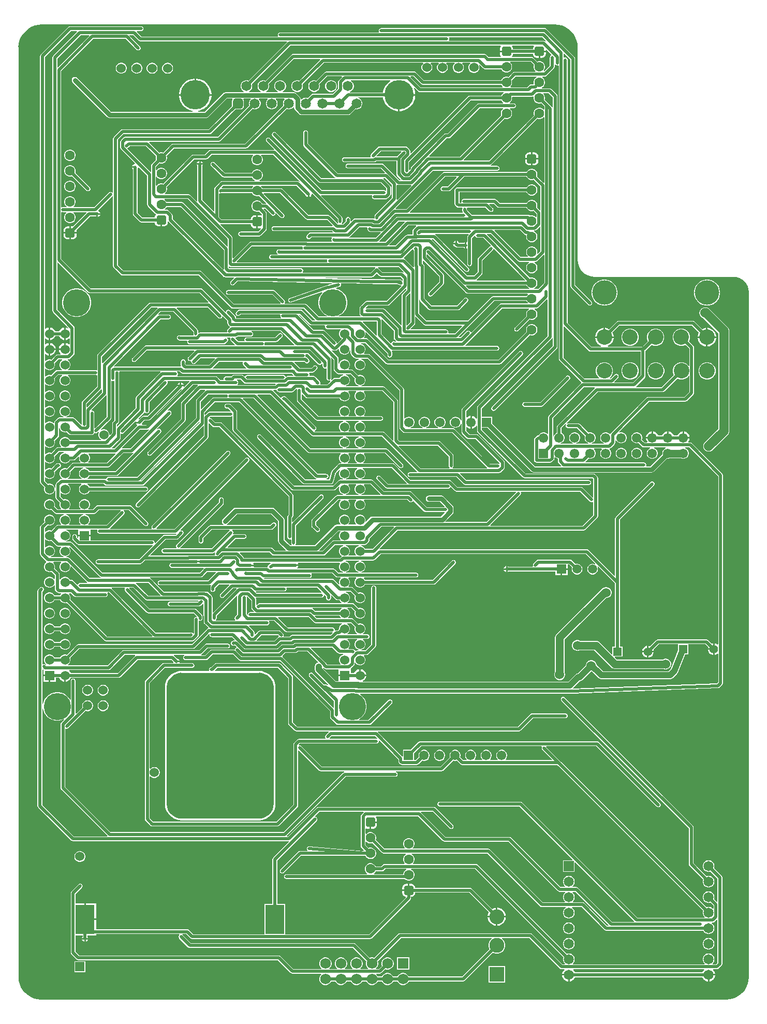
<source format=gbl>
G04*
G04 #@! TF.GenerationSoftware,Altium Limited,Altium Designer,24.1.2 (44)*
G04*
G04 Layer_Physical_Order=2*
G04 Layer_Color=16711680*
%FSLAX44Y44*%
%MOMM*%
G71*
G04*
G04 #@! TF.SameCoordinates,9E3D1DA3-FC52-4BB6-AAC9-55B28770B0AD*
G04*
G04*
G04 #@! TF.FilePolarity,Positive*
G04*
G01*
G75*
%ADD54C,1.5240*%
%ADD96R,2.4500X2.4500*%
%ADD97C,2.4500*%
%ADD109C,1.7400*%
%ADD110R,1.7400X1.7400*%
%ADD113C,0.5080*%
%ADD114C,1.0160*%
%ADD116C,0.7620*%
%ADD117C,1.2700*%
%ADD118C,1.5240*%
%ADD121C,1.6000*%
G04:AMPARAMS|DCode=122|XSize=1.6mm|YSize=1.6mm|CornerRadius=0.4mm|HoleSize=0mm|Usage=FLASHONLY|Rotation=90.000|XOffset=0mm|YOffset=0mm|HoleType=Round|Shape=RoundedRectangle|*
%AMROUNDEDRECTD122*
21,1,1.6000,0.8000,0,0,90.0*
21,1,0.8000,1.6000,0,0,90.0*
1,1,0.8000,0.4000,0.4000*
1,1,0.8000,0.4000,-0.4000*
1,1,0.8000,-0.4000,-0.4000*
1,1,0.8000,-0.4000,0.4000*
%
%ADD122ROUNDEDRECTD122*%
%ADD123R,1.5240X1.5240*%
%ADD124C,1.5500*%
%ADD125R,1.5500X1.5500*%
%ADD126C,2.5400*%
%ADD127C,4.0000*%
%ADD128R,1.5000X1.5000*%
%ADD129C,1.5000*%
%ADD130R,1.6510X1.6510*%
%ADD131C,1.6510*%
%ADD132R,1.5500X1.5500*%
%ADD133C,4.4450*%
%ADD134C,1.6500*%
%ADD135C,4.8000*%
G04:AMPARAMS|DCode=136|XSize=1.65mm|YSize=1.65mm|CornerRadius=0.4125mm|HoleSize=0mm|Usage=FLASHONLY|Rotation=180.000|XOffset=0mm|YOffset=0mm|HoleType=Round|Shape=RoundedRectangle|*
%AMROUNDEDRECTD136*
21,1,1.6500,0.8250,0,0,180.0*
21,1,0.8250,1.6500,0,0,180.0*
1,1,0.8250,-0.4125,0.4125*
1,1,0.8250,0.4125,0.4125*
1,1,0.8250,0.4125,-0.4125*
1,1,0.8250,-0.4125,-0.4125*
%
%ADD136ROUNDEDRECTD136*%
%ADD137R,1.4000X1.4000*%
%ADD138C,1.4000*%
%ADD139C,0.5080*%
%ADD140R,3.1500X4.7800*%
G36*
X885858Y1596987D02*
X891572Y1595615D01*
X897001Y1593367D01*
X902011Y1590296D01*
X906480Y1586480D01*
X910296Y1582012D01*
X913367Y1577001D01*
X915615Y1571572D01*
X916987Y1565858D01*
X917437Y1560138D01*
X917410Y1560000D01*
Y1212076D01*
X917375D01*
X917714Y1207774D01*
X918721Y1203577D01*
X920373Y1199589D01*
X922628Y1195909D01*
X925431Y1192627D01*
X928713Y1189824D01*
X932393Y1187569D01*
X936380Y1185917D01*
X940577Y1184910D01*
X944880Y1184571D01*
Y1184606D01*
X1172718D01*
X1172859Y1184634D01*
X1177543Y1184173D01*
X1182183Y1182765D01*
X1186459Y1180480D01*
X1190208Y1177404D01*
X1193283Y1173656D01*
X1195569Y1169379D01*
X1196977Y1164740D01*
X1197330Y1161151D01*
X1197410Y1159914D01*
X1197410D01*
X1197410Y1159913D01*
Y41264D01*
X1197410Y40000D01*
X1197350Y38755D01*
X1196987Y34142D01*
X1195616Y28428D01*
X1193367Y22999D01*
X1190296Y17988D01*
X1186480Y13520D01*
X1182012Y9704D01*
X1177001Y6633D01*
X1171572Y4384D01*
X1165858Y3013D01*
X1161245Y2650D01*
X1160000Y2590D01*
Y2590D01*
X1159999Y2590D01*
X40001D01*
X40000Y2590D01*
Y2590D01*
X38755Y2650D01*
X34142Y3013D01*
X28428Y4384D01*
X22999Y6633D01*
X17988Y9704D01*
X13520Y13520D01*
X9704Y17988D01*
X6633Y22999D01*
X4384Y28428D01*
X3013Y34142D01*
X2650Y38755D01*
X2590Y40000D01*
X2590D01*
X2590Y40001D01*
Y1560000D01*
X2393Y1560991D01*
X2241Y1561219D01*
X2507Y1564604D01*
X3934Y1570548D01*
X6273Y1576195D01*
X9467Y1581407D01*
X13437Y1586055D01*
X18085Y1590025D01*
X23297Y1593219D01*
X28944Y1595558D01*
X34888Y1596985D01*
X40061Y1597392D01*
X40061Y1597392D01*
Y1597392D01*
X40079Y1597410D01*
X879856Y1597357D01*
X880227Y1597430D01*
X885858Y1596987D01*
D02*
G37*
%LPC*%
G36*
X203404Y1594349D02*
X86496D01*
X85009Y1594053D01*
X83749Y1593211D01*
X39045Y1548507D01*
X38203Y1547247D01*
X37907Y1545760D01*
Y849240D01*
X38203Y847753D01*
X39045Y846493D01*
X44920Y840618D01*
X44450Y838862D01*
Y836521D01*
X45056Y834260D01*
X46226Y832233D01*
X47881Y830578D01*
X49908Y829408D01*
X52169Y828802D01*
X54510D01*
X56771Y829408D01*
X58798Y830578D01*
X60454Y832233D01*
X61624Y834260D01*
X62037Y835803D01*
X63307Y835636D01*
Y823840D01*
X63603Y822353D01*
X64445Y821093D01*
X70320Y815218D01*
X69850Y813462D01*
Y811121D01*
X70456Y808860D01*
X71626Y806833D01*
X72527Y805933D01*
X72001Y804663D01*
X66463D01*
X61760Y809366D01*
X62230Y811121D01*
Y813462D01*
X61624Y815723D01*
X60454Y817750D01*
X58798Y819406D01*
X56771Y820576D01*
X54510Y821182D01*
X52169D01*
X49908Y820576D01*
X47881Y819406D01*
X46226Y817750D01*
X45056Y815723D01*
X44450Y813462D01*
Y811121D01*
X45056Y808860D01*
X46226Y806833D01*
X47881Y805178D01*
X49908Y804008D01*
X52169Y803402D01*
X54510D01*
X56266Y803872D01*
X62107Y798031D01*
X63367Y797189D01*
X64854Y796893D01*
X76811D01*
X76978Y795623D01*
X75308Y795176D01*
X73281Y794006D01*
X71626Y792350D01*
X70456Y790323D01*
X69850Y788062D01*
Y785721D01*
X70456Y783460D01*
X71626Y781433D01*
X72561Y780499D01*
X72035Y779229D01*
X67192D01*
X65705Y778933D01*
X64445Y778091D01*
X56266Y769911D01*
X54510Y770382D01*
X52169D01*
X49908Y769776D01*
X47881Y768606D01*
X46947Y767671D01*
X45677Y768197D01*
Y773735D01*
X50414Y778472D01*
X52169Y778002D01*
X54510D01*
X56771Y778608D01*
X58798Y779778D01*
X60454Y781433D01*
X61624Y783460D01*
X62230Y785721D01*
Y788062D01*
X61624Y790323D01*
X60454Y792350D01*
X58798Y794006D01*
X56771Y795176D01*
X54510Y795782D01*
X52169D01*
X49908Y795176D01*
X47881Y794006D01*
X46226Y792350D01*
X45056Y790323D01*
X44450Y788062D01*
Y785721D01*
X44920Y783966D01*
X39045Y778091D01*
X38203Y776831D01*
X37907Y775344D01*
Y731182D01*
X38203Y729695D01*
X39045Y728435D01*
X47935Y719545D01*
X48129Y719415D01*
X48081Y717921D01*
X47881Y717806D01*
X46226Y716150D01*
X45056Y714123D01*
X44450Y711862D01*
Y709521D01*
X45056Y707260D01*
X46226Y705233D01*
X47881Y703578D01*
X49908Y702408D01*
X52169Y701802D01*
X54510D01*
X56266Y702272D01*
X62037Y696501D01*
Y690547D01*
X60767Y690207D01*
X60454Y690750D01*
X58798Y692406D01*
X56771Y693576D01*
X54510Y694182D01*
X52169D01*
X49908Y693576D01*
X47881Y692406D01*
X46226Y690750D01*
X45056Y688723D01*
X44450Y686462D01*
Y684121D01*
X45056Y681860D01*
X46226Y679833D01*
X47881Y678178D01*
X49908Y677008D01*
X52169Y676402D01*
X54510D01*
X56771Y677008D01*
X58798Y678178D01*
X60454Y679833D01*
X60767Y680377D01*
X62037Y680036D01*
Y674032D01*
X62333Y672545D01*
X63175Y671285D01*
X65885Y668575D01*
X67146Y667733D01*
X68632Y667437D01*
X71917D01*
X72443Y666167D01*
X71626Y665350D01*
X70717Y663776D01*
X61362D01*
X60454Y665350D01*
X58798Y667006D01*
X56771Y668176D01*
X54510Y668782D01*
X52169D01*
X49908Y668176D01*
X47881Y667006D01*
X46226Y665350D01*
X45056Y663323D01*
X44450Y661062D01*
Y658721D01*
X45056Y656460D01*
X46226Y654433D01*
X47881Y652778D01*
X49908Y651608D01*
X52169Y651002D01*
X54510D01*
X56771Y651608D01*
X58798Y652778D01*
X60454Y654433D01*
X61362Y656007D01*
X70717D01*
X71626Y654433D01*
X73281Y652778D01*
X75308Y651608D01*
X77569Y651002D01*
X79910D01*
X81666Y651472D01*
X143387Y589751D01*
X144647Y588909D01*
X146134Y588613D01*
X287156D01*
X288643Y588909D01*
X289903Y589751D01*
X296253Y596101D01*
X297095Y597361D01*
X297391Y598848D01*
Y621549D01*
X297410Y621581D01*
X297731Y621867D01*
X298661Y622379D01*
X298745Y622362D01*
X299098Y622216D01*
X299481D01*
X299856Y622141D01*
X300231Y622216D01*
X300614D01*
X300967Y622362D01*
X301343Y622437D01*
X301661Y622650D01*
X302014Y622796D01*
X302285Y623067D01*
X302603Y623279D01*
X302815Y623597D01*
X303086Y623868D01*
X303232Y624221D01*
X303445Y624539D01*
X303520Y624915D01*
X303666Y625268D01*
Y625651D01*
X303741Y626026D01*
Y629328D01*
X303445Y630815D01*
X302603Y632075D01*
X293713Y640965D01*
X292453Y641807D01*
X290966Y642103D01*
X216629D01*
X183674Y675057D01*
X184200Y676327D01*
X190402D01*
X210043Y656686D01*
X211303Y655844D01*
X212790Y655548D01*
X296571D01*
X297057Y654375D01*
X296215Y653533D01*
X250580D01*
X250205Y653458D01*
X249822D01*
X249469Y653312D01*
X249093Y653237D01*
X248775Y653024D01*
X248422Y652878D01*
X248151Y652607D01*
X247833Y652395D01*
X247621Y652077D01*
X247350Y651806D01*
X247204Y651453D01*
X246991Y651135D01*
X246916Y650759D01*
X246770Y650406D01*
Y650023D01*
X246695Y649648D01*
X246770Y649273D01*
Y648890D01*
X246916Y648537D01*
X246991Y648161D01*
X247204Y647843D01*
X247350Y647490D01*
X247621Y647219D01*
X247833Y646901D01*
X248151Y646689D01*
X248422Y646418D01*
X248775Y646272D01*
X249093Y646059D01*
X249469Y645984D01*
X249822Y645838D01*
X250205D01*
X250580Y645763D01*
X297824D01*
X299311Y646059D01*
X300571Y646901D01*
X303963Y650294D01*
X305233Y649768D01*
Y630682D01*
X305529Y629195D01*
X305866Y628691D01*
Y619851D01*
X306162Y618364D01*
X307004Y617104D01*
X313233Y610875D01*
X312815Y609497D01*
X312220Y609379D01*
X310959Y608537D01*
X307319Y604897D01*
X286359Y583937D01*
X100500D01*
X99013Y583641D01*
X97753Y582799D01*
X81666Y566711D01*
X79910Y567182D01*
X77569D01*
X75308Y566576D01*
X73281Y565406D01*
X71626Y563750D01*
X70717Y562177D01*
X61362D01*
X60454Y563750D01*
X58798Y565406D01*
X56771Y566576D01*
X54510Y567182D01*
X52169D01*
X49908Y566576D01*
X47881Y565406D01*
X46226Y563750D01*
X45056Y561723D01*
X44450Y559462D01*
Y557121D01*
X45056Y554860D01*
X46226Y552833D01*
X47783Y551276D01*
X47769Y550774D01*
X47530Y549914D01*
X47241Y549847D01*
X46717Y550371D01*
X46399Y550583D01*
X46128Y550854D01*
X45774Y551000D01*
X45456Y551213D01*
X45081Y551288D01*
X44728Y551434D01*
X44345D01*
X43970Y551509D01*
X43594Y551434D01*
X43212D01*
X42859Y551288D01*
X42775Y551271D01*
X41845Y551783D01*
X41524Y552069D01*
X41504Y552101D01*
Y669487D01*
X42879Y670861D01*
X43091Y671179D01*
X43362Y671450D01*
X43508Y671803D01*
X43721Y672121D01*
X43796Y672497D01*
X43942Y672850D01*
Y673233D01*
X44017Y673608D01*
X43942Y673983D01*
Y674366D01*
X43796Y674719D01*
X43721Y675095D01*
X43508Y675413D01*
X43362Y675766D01*
X43091Y676037D01*
X42879Y676355D01*
X42561Y676567D01*
X42290Y676838D01*
X41937Y676984D01*
X41619Y677197D01*
X41243Y677272D01*
X40890Y677418D01*
X40507D01*
X40132Y677493D01*
X39757Y677418D01*
X39374D01*
X39021Y677272D01*
X38645Y677197D01*
X38327Y676984D01*
X37974Y676838D01*
X37703Y676567D01*
X37385Y676355D01*
X34873Y673843D01*
X34031Y672582D01*
X33735Y671096D01*
Y319556D01*
X34031Y318070D01*
X34873Y316809D01*
X88829Y262853D01*
X90089Y262011D01*
X91576Y261715D01*
X444384D01*
X444910Y260445D01*
X419153Y234689D01*
X418311Y233428D01*
X418015Y231942D01*
Y159028D01*
X404880D01*
Y109465D01*
X288257D01*
X281267Y116455D01*
X280007Y117297D01*
X278520Y117593D01*
X129790D01*
Y132588D01*
X111500D01*
Y133858D01*
X110230D01*
Y160298D01*
X95715D01*
Y175091D01*
X106261Y185637D01*
X106473Y185955D01*
X106744Y186226D01*
X106890Y186579D01*
X107103Y186897D01*
X107178Y187273D01*
X107324Y187626D01*
Y188009D01*
X107399Y188384D01*
X107324Y188759D01*
Y189142D01*
X107178Y189495D01*
X107103Y189871D01*
X106890Y190189D01*
X106744Y190542D01*
X106473Y190813D01*
X106261Y191131D01*
X105943Y191343D01*
X105672Y191614D01*
X105319Y191760D01*
X105001Y191973D01*
X104625Y192048D01*
X104272Y192194D01*
X103889D01*
X103514Y192269D01*
X103139Y192194D01*
X102756D01*
X102403Y192048D01*
X102027Y191973D01*
X101709Y191760D01*
X101356Y191614D01*
X101085Y191343D01*
X100767Y191131D01*
X89083Y179447D01*
X88241Y178187D01*
X87945Y176700D01*
Y79418D01*
X88241Y77931D01*
X89083Y76671D01*
X97635Y68119D01*
X98895Y67277D01*
X100382Y66981D01*
X426941D01*
X447731Y46191D01*
X448991Y45349D01*
X450478Y45053D01*
X497534D01*
X498060Y43783D01*
X496720Y42443D01*
X495407Y40170D01*
X494728Y37634D01*
Y35009D01*
X495407Y32473D01*
X496720Y30200D01*
X498576Y28344D01*
X500850Y27031D01*
X503385Y26352D01*
X506010D01*
X508546Y27031D01*
X510820Y28344D01*
X512676Y30200D01*
X513967Y32437D01*
X520828D01*
X522120Y30200D01*
X523976Y28344D01*
X526250Y27031D01*
X528785Y26352D01*
X531410D01*
X533946Y27031D01*
X536220Y28344D01*
X538076Y30200D01*
X539367Y32437D01*
X546228D01*
X547520Y30200D01*
X549376Y28344D01*
X551650Y27031D01*
X554185Y26352D01*
X556810D01*
X559346Y27031D01*
X561620Y28344D01*
X563476Y30200D01*
X564767Y32437D01*
X571628D01*
X572920Y30200D01*
X574776Y28344D01*
X577050Y27031D01*
X579585Y26352D01*
X582210D01*
X584746Y27031D01*
X587020Y28344D01*
X588876Y30200D01*
X590167Y32437D01*
X597028D01*
X598320Y30200D01*
X600176Y28344D01*
X602450Y27031D01*
X604985Y26352D01*
X607610D01*
X610146Y27031D01*
X612420Y28344D01*
X614276Y30200D01*
X615567Y32437D01*
X622428D01*
X623720Y30200D01*
X625576Y28344D01*
X627850Y27031D01*
X630385Y26352D01*
X633010D01*
X635546Y27031D01*
X637820Y28344D01*
X639676Y30200D01*
X640967Y32437D01*
X730250D01*
X731736Y32733D01*
X732997Y33575D01*
X778699Y79278D01*
X779895Y78587D01*
X783334Y77666D01*
X786894D01*
X790332Y78587D01*
X793415Y80367D01*
X795932Y82884D01*
X797712Y85967D01*
X798634Y89406D01*
Y92966D01*
X797712Y96404D01*
X795932Y99487D01*
X793415Y102004D01*
X792996Y102247D01*
X793325Y103473D01*
X838251D01*
X888167Y53557D01*
X889427Y52715D01*
X890914Y52419D01*
X895147D01*
X895673Y51149D01*
X894332Y49808D01*
X892911Y47347D01*
X892175Y44601D01*
Y44450D01*
X902970D01*
Y43180D01*
X904240D01*
Y32385D01*
X904391D01*
X907137Y33121D01*
X909598Y34542D01*
X911608Y36551D01*
X913029Y39013D01*
X913105Y39295D01*
X1121435D01*
X1121510Y39013D01*
X1122932Y36551D01*
X1124942Y34542D01*
X1127403Y33121D01*
X1130149Y32385D01*
X1130300D01*
Y43180D01*
X1131570D01*
Y44450D01*
X1142365D01*
Y44601D01*
X1141629Y47347D01*
X1140208Y49808D01*
X1138867Y51149D01*
X1139393Y52419D01*
X1145168D01*
X1146655Y52715D01*
X1147915Y53557D01*
X1152741Y58383D01*
X1153583Y59643D01*
X1153879Y61130D01*
Y202556D01*
X1153583Y204042D01*
X1152741Y205303D01*
X1140508Y217535D01*
X1141095Y219726D01*
Y222234D01*
X1140446Y224656D01*
X1139192Y226828D01*
X1137418Y228602D01*
X1135246Y229856D01*
X1132824Y230505D01*
X1130316D01*
X1127893Y229856D01*
X1125721Y228602D01*
X1123948Y226828D01*
X1122694Y224656D01*
X1122045Y222234D01*
Y219726D01*
X1122694Y217303D01*
X1123948Y215131D01*
X1125721Y213358D01*
X1127893Y212104D01*
X1130316Y211455D01*
X1132824D01*
X1135014Y212042D01*
X1146109Y200947D01*
Y162793D01*
X1144936Y162307D01*
X1140508Y166735D01*
X1141095Y168926D01*
Y171434D01*
X1140446Y173856D01*
X1139192Y176028D01*
X1137418Y177802D01*
X1135246Y179056D01*
X1132824Y179705D01*
X1130316D01*
X1127893Y179056D01*
X1125721Y177802D01*
X1123948Y176028D01*
X1122694Y173856D01*
X1122045Y171434D01*
Y168926D01*
X1122694Y166503D01*
X1123948Y164331D01*
X1125721Y162558D01*
X1127893Y161304D01*
X1130316Y160655D01*
X1132824D01*
X1135014Y161242D01*
X1139759Y156497D01*
Y151857D01*
X1138489Y151331D01*
X1137418Y152402D01*
X1135246Y153656D01*
X1132824Y154305D01*
X1130316D01*
X1128126Y153718D01*
X888783Y393061D01*
X888783Y393061D01*
X865862Y415981D01*
X866388Y417251D01*
X947891D01*
X1046663Y318479D01*
X1046981Y318267D01*
X1047252Y317996D01*
X1047605Y317850D01*
X1047923Y317637D01*
X1048299Y317562D01*
X1048652Y317416D01*
X1049035D01*
X1049410Y317341D01*
X1049785Y317416D01*
X1050168D01*
X1050521Y317562D01*
X1050897Y317637D01*
X1051215Y317850D01*
X1051568Y317996D01*
X1051839Y318267D01*
X1052157Y318479D01*
X1052369Y318797D01*
X1052640Y319068D01*
X1052786Y319421D01*
X1052999Y319739D01*
X1053074Y320115D01*
X1053220Y320468D01*
Y320851D01*
X1053295Y321226D01*
X1053220Y321601D01*
Y321984D01*
X1053074Y322337D01*
X1052999Y322713D01*
X1052786Y323031D01*
X1052640Y323384D01*
X1052370Y323655D01*
X1052157Y323973D01*
X952247Y423883D01*
X950987Y424725D01*
X949500Y425020D01*
X659642D01*
X658155Y424725D01*
X656895Y423883D01*
X644114Y411102D01*
X631568D01*
Y400628D01*
X631149Y400346D01*
X630298Y400138D01*
X590412Y440023D01*
X590416Y440141D01*
X590811Y441293D01*
X821318D01*
X822805Y441589D01*
X824065Y442431D01*
X844517Y462883D01*
X897264D01*
X897639Y462958D01*
X898022D01*
X898375Y463104D01*
X898751Y463179D01*
X899069Y463392D01*
X899422Y463538D01*
X899693Y463809D01*
X900011Y464021D01*
X900223Y464339D01*
X900494Y464610D01*
X900640Y464963D01*
X900853Y465281D01*
X900928Y465657D01*
X901074Y466010D01*
Y466393D01*
X901149Y466768D01*
X901074Y467143D01*
Y467526D01*
X900928Y467879D01*
X900853Y468255D01*
X900640Y468573D01*
X900494Y468926D01*
X900223Y469197D01*
X900011Y469515D01*
X899693Y469727D01*
X899422Y469998D01*
X899069Y470144D01*
X898751Y470357D01*
X898375Y470432D01*
X898022Y470578D01*
X897639D01*
X897264Y470653D01*
X842908D01*
X841421Y470357D01*
X840161Y469515D01*
X819709Y449063D01*
X458691D01*
X451569Y456185D01*
Y530268D01*
X451273Y531755D01*
X450431Y533015D01*
X431635Y551811D01*
X430375Y552653D01*
X428888Y552949D01*
X326052D01*
X324565Y552653D01*
X323305Y551811D01*
X317902Y546407D01*
X317633Y546354D01*
X317250D01*
X316897Y546207D01*
X316521Y546133D01*
X316203Y545920D01*
X315850Y545774D01*
X315579Y545503D01*
X315261Y545291D01*
X315049Y544972D01*
X314778Y544702D01*
X314632Y544348D01*
X314419Y544030D01*
X314344Y543655D01*
X314198Y543302D01*
Y542919D01*
X314123Y542544D01*
X314198Y542169D01*
Y541786D01*
X314344Y541432D01*
X314353Y541389D01*
X313802Y540414D01*
X313524Y540125D01*
X313514Y540119D01*
X269240D01*
X269240Y540119D01*
Y540119D01*
X269144Y540079D01*
X265035Y539756D01*
X260933Y538771D01*
X257037Y537157D01*
X253440Y534953D01*
X250233Y532214D01*
X247494Y529007D01*
X245290Y525410D01*
X243676Y521513D01*
X242691Y517412D01*
X242367Y513303D01*
X242328Y513207D01*
X242328D01*
X242328Y513207D01*
X242328Y513207D01*
Y322707D01*
X242368Y322611D01*
X242691Y318502D01*
X243676Y314401D01*
X245290Y310504D01*
X247494Y306907D01*
X250233Y303700D01*
X253440Y300961D01*
X257037Y298757D01*
X260933Y297143D01*
X265035Y296158D01*
X269143Y295835D01*
X269240Y295795D01*
X396240D01*
X396337Y295835D01*
X400445Y296158D01*
X404546Y297143D01*
X408443Y298757D01*
X412039Y300961D01*
X415247Y303700D01*
X417986Y306907D01*
X420190Y310504D01*
X421804Y314401D01*
X422789Y318502D01*
X423112Y322611D01*
X423152Y322707D01*
Y513207D01*
X423152Y513207D01*
X423152Y513207D01*
X423152D01*
X423112Y513303D01*
X422789Y517412D01*
X421804Y521513D01*
X420190Y525410D01*
X417986Y529007D01*
X415247Y532214D01*
X412039Y534953D01*
X408443Y537157D01*
X404546Y538771D01*
X400445Y539756D01*
X396335Y540079D01*
X396240Y540119D01*
Y540119D01*
X396239Y540119D01*
X324260D01*
X323774Y541292D01*
X327661Y545179D01*
X427279D01*
X443799Y528659D01*
Y454576D01*
X444095Y453089D01*
X444937Y451829D01*
X454335Y442431D01*
X455595Y441589D01*
X457082Y441293D01*
X509823D01*
X510218Y440141D01*
X510222Y440023D01*
X505253Y435055D01*
X505041Y434737D01*
X504770Y434466D01*
X504624Y434113D01*
X504411Y433795D01*
X504336Y433419D01*
X504190Y433066D01*
Y432683D01*
X504115Y432308D01*
X504190Y431933D01*
Y431550D01*
X504336Y431197D01*
X504411Y430821D01*
X504624Y430503D01*
X504722Y430267D01*
X504514Y429691D01*
X504154Y429045D01*
X504103Y428997D01*
X461146D01*
X459659Y428701D01*
X458399Y427859D01*
X453319Y422779D01*
X452477Y421519D01*
X452181Y420032D01*
Y321552D01*
X424244Y293615D01*
X222979D01*
X217127Y299467D01*
Y367437D01*
X218397Y367963D01*
X219331Y367028D01*
X221358Y365858D01*
X223619Y365252D01*
X225960D01*
X228221Y365858D01*
X230248Y367028D01*
X231904Y368683D01*
X233074Y370710D01*
X233680Y372971D01*
Y375312D01*
X233074Y377573D01*
X231904Y379600D01*
X230248Y381256D01*
X228221Y382426D01*
X225960Y383032D01*
X223619D01*
X221358Y382426D01*
X219331Y381256D01*
X218397Y380321D01*
X217127Y380847D01*
Y520277D01*
X242029Y545179D01*
X284804D01*
X284822Y545176D01*
X286512D01*
X286887Y545250D01*
X287270D01*
X287623Y545397D01*
X287999Y545471D01*
X288317Y545684D01*
X288670Y545830D01*
X288941Y546101D01*
X289259Y546314D01*
X289471Y546632D01*
X289742Y546902D01*
X289888Y547256D01*
X290101Y547574D01*
X290176Y547949D01*
X290322Y548303D01*
Y548685D01*
X290397Y549060D01*
X290322Y549436D01*
Y549818D01*
X290176Y550172D01*
X290101Y550547D01*
X289888Y550865D01*
X289742Y551219D01*
X289471Y551489D01*
X289259Y551807D01*
X288941Y552020D01*
X288670Y552290D01*
X288317Y552437D01*
X287999Y552649D01*
X287623Y552724D01*
X287270Y552870D01*
X286887D01*
X286512Y552945D01*
X284836D01*
X284818Y552949D01*
X266698D01*
X265992Y554005D01*
X266084Y554228D01*
X261112D01*
Y556768D01*
X266084D01*
X265419Y558376D01*
X263990Y559805D01*
X262122Y560578D01*
X261526D01*
X257339Y564765D01*
X256620Y565245D01*
X257005Y566515D01*
X273511D01*
X273817Y565245D01*
X273785Y565224D01*
X273432Y565078D01*
X273161Y564807D01*
X272843Y564595D01*
X272631Y564277D01*
X272360Y564006D01*
X272214Y563653D01*
X272001Y563335D01*
X271926Y562959D01*
X271780Y562606D01*
Y562223D01*
X271705Y561848D01*
X271780Y561473D01*
Y561090D01*
X271926Y560737D01*
X272001Y560361D01*
X272214Y560043D01*
X272360Y559690D01*
X272631Y559419D01*
X272843Y559101D01*
X272927Y559017D01*
X273245Y558805D01*
X273432Y558618D01*
X273676Y558517D01*
X274187Y558175D01*
X274791Y558055D01*
X274832Y558038D01*
X274876D01*
X275674Y557879D01*
X309164D01*
X310650Y558175D01*
X311911Y559017D01*
X320171Y567277D01*
X353460D01*
X363160Y557577D01*
X364420Y556735D01*
X365907Y556439D01*
X430497D01*
X512370Y474566D01*
Y464736D01*
X512666Y463249D01*
X513508Y461989D01*
X522187Y453310D01*
X523447Y452468D01*
X524934Y452172D01*
X576927D01*
X578413Y452468D01*
X579674Y453310D01*
X613245Y486881D01*
X613457Y487199D01*
X613728Y487470D01*
X613874Y487823D01*
X614087Y488141D01*
X614162Y488517D01*
X614308Y488870D01*
Y489253D01*
X614383Y489628D01*
X614308Y490003D01*
Y490386D01*
X614162Y490739D01*
X614087Y491115D01*
X613874Y491433D01*
X613728Y491786D01*
X613457Y492057D01*
X613245Y492375D01*
X612927Y492587D01*
X612656Y492858D01*
X612303Y493004D01*
X611985Y493217D01*
X611609Y493292D01*
X611256Y493438D01*
X610873D01*
X610498Y493513D01*
X610123Y493438D01*
X609740D01*
X609387Y493292D01*
X609011Y493217D01*
X608693Y493004D01*
X608340Y492858D01*
X608069Y492587D01*
X607751Y492375D01*
X575318Y459941D01*
X559814D01*
X559567Y461187D01*
X559769Y461271D01*
X563617Y463842D01*
X566890Y467115D01*
X569461Y470963D01*
X571232Y475239D01*
X572135Y479778D01*
Y484406D01*
X571232Y488945D01*
X569461Y493221D01*
X566890Y497069D01*
X563617Y500342D01*
X561136Y501999D01*
X561521Y503269D01*
X908158D01*
X908228Y503283D01*
X908298Y503272D01*
X1147050Y511872D01*
X1147721Y512030D01*
X1148397Y512165D01*
X1148456Y512204D01*
X1148525Y512221D01*
X1149084Y512624D01*
X1149657Y513007D01*
X1153757Y517107D01*
X1154599Y518367D01*
X1154895Y519854D01*
Y860468D01*
X1154599Y861955D01*
X1153757Y863215D01*
X1104481Y912491D01*
X1103221Y913333D01*
X1101734Y913629D01*
X1098496D01*
X1098010Y914802D01*
X1098402Y915194D01*
X1099757Y917540D01*
X1100458Y920157D01*
Y920242D01*
X1090168D01*
Y921512D01*
X1088898D01*
Y931802D01*
X1088813D01*
X1086196Y931101D01*
X1083850Y929746D01*
X1081934Y927830D01*
X1080579Y925484D01*
X1080556Y925396D01*
X1074380D01*
X1074357Y925484D01*
X1073002Y927830D01*
X1071086Y929746D01*
X1068740Y931101D01*
X1066123Y931802D01*
X1066038D01*
Y921512D01*
X1063498D01*
Y931802D01*
X1063413D01*
X1060796Y931101D01*
X1058450Y929746D01*
X1056534Y927830D01*
X1055179Y925484D01*
X1055156Y925396D01*
X1048980D01*
X1048957Y925484D01*
X1047602Y927830D01*
X1045686Y929746D01*
X1043340Y931101D01*
X1040723Y931802D01*
X1040638D01*
Y921512D01*
X1039368D01*
Y920242D01*
X1029078D01*
Y920157D01*
X1029779Y917540D01*
X1031134Y915194D01*
X1031525Y914802D01*
X1031039Y913629D01*
X1027345D01*
X1022494Y918480D01*
X1022988Y920324D01*
Y922699D01*
X1022373Y924993D01*
X1021186Y927050D01*
X1019506Y928730D01*
X1017449Y929917D01*
X1015155Y930532D01*
X1012780D01*
X1010486Y929917D01*
X1008429Y928730D01*
X1006750Y927050D01*
X1005563Y924993D01*
X1004948Y922699D01*
Y920324D01*
X1005563Y918030D01*
X1006750Y915973D01*
X1008429Y914294D01*
X1010486Y913107D01*
X1012780Y912492D01*
X1015155D01*
X1017000Y912986D01*
X1022989Y906997D01*
X1024249Y906155D01*
X1025736Y905859D01*
X1035989D01*
X1036156Y904589D01*
X1035886Y904517D01*
X1033829Y903330D01*
X1032150Y901650D01*
X1030963Y899593D01*
X1030348Y897299D01*
Y894924D01*
X1030963Y892630D01*
X1032150Y890573D01*
X1033829Y888894D01*
X1035886Y887707D01*
X1038180Y887092D01*
X1040555D01*
X1042849Y887707D01*
X1044906Y888894D01*
X1046586Y890573D01*
X1047773Y892630D01*
X1048388Y894924D01*
Y897299D01*
X1047773Y899593D01*
X1046586Y901650D01*
X1044906Y903330D01*
X1042849Y904517D01*
X1042580Y904589D01*
X1042747Y905859D01*
X1061389D01*
X1061556Y904589D01*
X1061286Y904517D01*
X1059230Y903330D01*
X1057550Y901650D01*
X1056363Y899593D01*
X1055748Y897299D01*
Y894924D01*
X1055855Y894524D01*
X1036207Y874875D01*
X1030140D01*
X1030121Y874886D01*
X1029840Y875187D01*
X1029304Y876145D01*
X1029316Y876205D01*
X1029462Y876558D01*
Y876941D01*
X1029537Y877316D01*
X1029462Y877691D01*
Y878074D01*
X1029316Y878427D01*
X1029241Y878803D01*
X1029028Y879121D01*
X1028882Y879474D01*
X1028611Y879745D01*
X1028399Y880063D01*
X1028081Y880275D01*
X1027810Y880546D01*
X1027457Y880692D01*
X1027139Y880905D01*
X1026763Y880980D01*
X1026410Y881126D01*
X1026027D01*
X1025652Y881201D01*
X930146D01*
X929620Y882471D01*
X934736Y887586D01*
X936580Y887092D01*
X938955D01*
X941249Y887707D01*
X943306Y888894D01*
X944986Y890573D01*
X946173Y892630D01*
X946788Y894924D01*
Y897299D01*
X946173Y899593D01*
X944986Y901650D01*
X944079Y902557D01*
X944605Y903827D01*
X956331D01*
X956857Y902557D01*
X955950Y901650D01*
X954763Y899593D01*
X954148Y897299D01*
Y894924D01*
X954763Y892630D01*
X955950Y890573D01*
X957629Y888894D01*
X959686Y887707D01*
X961980Y887092D01*
X964355D01*
X966649Y887707D01*
X968706Y888894D01*
X970386Y890573D01*
X971573Y892630D01*
X972188Y894924D01*
Y897299D01*
X971573Y899593D01*
X970386Y901650D01*
X969444Y902592D01*
X969862Y903970D01*
X970633Y904123D01*
X971893Y904965D01*
X977481Y910553D01*
X978323Y911813D01*
X978619Y913300D01*
Y918885D01*
X979889Y919053D01*
X980163Y918030D01*
X981350Y915973D01*
X983029Y914294D01*
X985086Y913107D01*
X987380Y912492D01*
X989755D01*
X992049Y913107D01*
X994106Y914294D01*
X995786Y915973D01*
X996973Y918030D01*
X997588Y920324D01*
Y922699D01*
X996973Y924993D01*
X995786Y927050D01*
X994106Y928730D01*
X992049Y929917D01*
X989755Y930532D01*
X987380D01*
X985560Y930044D01*
X984902Y931183D01*
X1034255Y980535D01*
X1093098D01*
X1094585Y980831D01*
X1095845Y981673D01*
X1106513Y992341D01*
X1107355Y993601D01*
X1107651Y995088D01*
Y1068950D01*
X1107355Y1070436D01*
X1106513Y1071696D01*
X1099103Y1079106D01*
X1099884Y1080458D01*
X1100836Y1084011D01*
Y1087689D01*
X1099884Y1091242D01*
X1098045Y1094428D01*
X1095444Y1097029D01*
X1092258Y1098868D01*
X1088705Y1099820D01*
X1085027D01*
X1081474Y1098868D01*
X1078288Y1097029D01*
X1075687Y1094428D01*
X1073848Y1091242D01*
X1072896Y1087689D01*
Y1084011D01*
X1073848Y1080458D01*
X1075687Y1077272D01*
X1078288Y1074671D01*
X1081474Y1072832D01*
X1085027Y1071880D01*
X1088705D01*
X1092258Y1072832D01*
X1093610Y1073612D01*
X1099881Y1067341D01*
Y1039167D01*
X1098655Y1038838D01*
X1098314Y1039427D01*
X1095713Y1042029D01*
X1092528Y1043868D01*
X1088975Y1044820D01*
X1085296D01*
X1081743Y1043868D01*
X1078558Y1042029D01*
X1075957Y1039427D01*
X1074118Y1036242D01*
X1073166Y1032689D01*
Y1029010D01*
X1074118Y1025458D01*
X1074898Y1024106D01*
X1054889Y1004097D01*
X1013051D01*
X1012676Y1004851D01*
X1012605Y1005367D01*
X1027011Y1019773D01*
X1027853Y1021033D01*
X1028149Y1022520D01*
Y1063604D01*
X1028315Y1063715D01*
X1038212Y1073612D01*
X1039564Y1072832D01*
X1043117Y1071880D01*
X1046795D01*
X1050348Y1072832D01*
X1053534Y1074671D01*
X1056135Y1077272D01*
X1057974Y1080458D01*
X1058926Y1084011D01*
Y1087689D01*
X1057974Y1091242D01*
X1056135Y1094428D01*
X1053534Y1097029D01*
X1050348Y1098868D01*
X1046795Y1099820D01*
X1043117D01*
X1039564Y1098868D01*
X1036378Y1097029D01*
X1033777Y1094428D01*
X1031938Y1091242D01*
X1030986Y1087689D01*
Y1084011D01*
X1031938Y1080458D01*
X1032493Y1079496D01*
X1022728Y1070347D01*
X966851D01*
X966598Y1071617D01*
X968355Y1072344D01*
X970851Y1074012D01*
X972973Y1076135D01*
X974641Y1078631D01*
X975790Y1081404D01*
X976376Y1084349D01*
Y1084580D01*
X961136D01*
X945896D01*
Y1084349D01*
X946481Y1081404D01*
X947630Y1078631D01*
X949298Y1076135D01*
X951421Y1074012D01*
X953917Y1072344D01*
X955674Y1071617D01*
X955421Y1070347D01*
X940021D01*
X900895Y1109473D01*
Y1538631D01*
X900938Y1538736D01*
Y1539119D01*
X901013Y1539494D01*
X900938Y1539869D01*
Y1540252D01*
X900792Y1540605D01*
X900717Y1540981D01*
X900504Y1541299D01*
X900358Y1541652D01*
X900087Y1541923D01*
X899875Y1542241D01*
X899557Y1542453D01*
X899286Y1542724D01*
X898933Y1542870D01*
X898615Y1543083D01*
X898239Y1543158D01*
X897886Y1543304D01*
X897503D01*
X897128Y1543379D01*
X896753Y1543304D01*
X896370D01*
X896017Y1543158D01*
X895641Y1543083D01*
X895594Y1543051D01*
X894801Y1543323D01*
X894324Y1543738D01*
Y1549792D01*
X895594Y1550318D01*
X905571Y1540341D01*
Y1169332D01*
X905867Y1167845D01*
X906709Y1166585D01*
X934395Y1138899D01*
X934713Y1138687D01*
X934984Y1138416D01*
X935337Y1138270D01*
X935655Y1138057D01*
X936031Y1137982D01*
X936384Y1137836D01*
X936767D01*
X937142Y1137761D01*
X937517Y1137836D01*
X937900D01*
X938253Y1137982D01*
X938629Y1138057D01*
X938947Y1138270D01*
X939300Y1138416D01*
X939571Y1138687D01*
X939889Y1138899D01*
X940101Y1139217D01*
X940372Y1139488D01*
X940518Y1139841D01*
X940731Y1140159D01*
X940806Y1140535D01*
X940952Y1140888D01*
Y1141271D01*
X941027Y1141646D01*
X940952Y1142021D01*
Y1142404D01*
X940806Y1142757D01*
X940731Y1143133D01*
X940518Y1143451D01*
X940372Y1143804D01*
X940101Y1144075D01*
X939889Y1144393D01*
X913341Y1170941D01*
Y1541950D01*
X913045Y1543437D01*
X912203Y1544697D01*
X866737Y1590163D01*
X865477Y1591005D01*
X863990Y1591301D01*
X595766D01*
X595391Y1591226D01*
X595008D01*
X594655Y1591080D01*
X594279Y1591005D01*
X593961Y1590792D01*
X593608Y1590646D01*
X593337Y1590375D01*
X593019Y1590163D01*
X592807Y1589845D01*
X592536Y1589574D01*
X592390Y1589221D01*
X592177Y1588903D01*
X592102Y1588527D01*
X591956Y1588174D01*
Y1587791D01*
X591881Y1587416D01*
X591956Y1587041D01*
Y1586658D01*
X592102Y1586305D01*
X592177Y1585929D01*
X592390Y1585611D01*
X592453Y1585459D01*
X592140Y1584676D01*
X591809Y1584189D01*
X430794D01*
X430419Y1584114D01*
X430036D01*
X429683Y1583968D01*
X429307Y1583893D01*
X428989Y1583680D01*
X428636Y1583534D01*
X428365Y1583263D01*
X428047Y1583051D01*
X427835Y1582733D01*
X427564Y1582462D01*
X427418Y1582109D01*
X427205Y1581791D01*
X427130Y1581415D01*
X426984Y1581062D01*
Y1580679D01*
X426909Y1580304D01*
X426984Y1579929D01*
Y1579546D01*
X427130Y1579193D01*
X427181Y1578939D01*
X427142Y1578706D01*
X426687Y1577910D01*
X426387Y1577669D01*
X203591D01*
X195854Y1585406D01*
X196340Y1586579D01*
X203404D01*
X203779Y1586654D01*
X204162D01*
X204515Y1586800D01*
X204891Y1586875D01*
X205209Y1587088D01*
X205562Y1587234D01*
X205833Y1587505D01*
X206151Y1587717D01*
X206364Y1588035D01*
X206634Y1588306D01*
X206780Y1588659D01*
X206993Y1588977D01*
X207068Y1589353D01*
X207214Y1589706D01*
Y1590089D01*
X207289Y1590464D01*
X207214Y1590839D01*
Y1591222D01*
X207068Y1591575D01*
X206993Y1591951D01*
X206780Y1592269D01*
X206634Y1592622D01*
X206364Y1592893D01*
X206151Y1593211D01*
X205833Y1593423D01*
X205562Y1593694D01*
X205209Y1593840D01*
X204891Y1594053D01*
X204515Y1594128D01*
X204162Y1594274D01*
X203779D01*
X203404Y1594349D01*
D02*
G37*
G36*
X1131230Y1180119D02*
X1127041D01*
X1122931Y1179302D01*
X1119060Y1177699D01*
X1115577Y1175371D01*
X1112614Y1172408D01*
X1110286Y1168924D01*
X1108683Y1165054D01*
X1107866Y1160944D01*
Y1156755D01*
X1108683Y1152645D01*
X1110286Y1148774D01*
X1112614Y1145291D01*
X1115577Y1142328D01*
X1119060Y1140000D01*
X1122931Y1138397D01*
X1127041Y1137579D01*
X1131230D01*
X1135340Y1138397D01*
X1139211Y1140000D01*
X1142694Y1142328D01*
X1145657Y1145291D01*
X1147985Y1148774D01*
X1149588Y1152645D01*
X1150406Y1156755D01*
Y1160944D01*
X1149588Y1165054D01*
X1147985Y1168924D01*
X1145657Y1172408D01*
X1142694Y1175371D01*
X1139211Y1177699D01*
X1135340Y1179302D01*
X1131230Y1180119D01*
D02*
G37*
G36*
X963231D02*
X959041D01*
X954932Y1179302D01*
X951061Y1177699D01*
X947577Y1175371D01*
X944614Y1172408D01*
X942287Y1168924D01*
X940683Y1165054D01*
X939866Y1160944D01*
Y1156755D01*
X940683Y1152645D01*
X942287Y1148774D01*
X944614Y1145291D01*
X947577Y1142328D01*
X951061Y1140000D01*
X954932Y1138397D01*
X959041Y1137579D01*
X963231D01*
X967340Y1138397D01*
X971211Y1140000D01*
X974695Y1142328D01*
X977657Y1145291D01*
X979985Y1148774D01*
X981588Y1152645D01*
X982406Y1156755D01*
Y1160944D01*
X981588Y1165054D01*
X979985Y1168924D01*
X977657Y1172408D01*
X974695Y1175371D01*
X971211Y1177699D01*
X967340Y1179302D01*
X963231Y1180119D01*
D02*
G37*
G36*
X1130277Y1101090D02*
X1130046D01*
Y1087120D01*
X1144016D01*
Y1087351D01*
X1143430Y1090295D01*
X1142281Y1093069D01*
X1140613Y1095565D01*
X1138491Y1097688D01*
X1135995Y1099355D01*
X1133221Y1100504D01*
X1130277Y1101090D01*
D02*
G37*
G36*
X1105916Y1112595D02*
X983996D01*
X982509Y1112299D01*
X981249Y1111457D01*
X968830Y1099038D01*
X968355Y1099355D01*
X965581Y1100504D01*
X962637Y1101090D01*
X962406D01*
Y1087120D01*
X976376D01*
Y1087351D01*
X975790Y1090295D01*
X974641Y1093069D01*
X974324Y1093544D01*
X985605Y1104825D01*
X1104307D01*
X1115588Y1093544D01*
X1115270Y1093069D01*
X1114121Y1090295D01*
X1113536Y1087351D01*
Y1087120D01*
X1127506D01*
Y1101090D01*
X1127275D01*
X1124331Y1100504D01*
X1121557Y1099355D01*
X1121082Y1099038D01*
X1108663Y1111457D01*
X1107402Y1112299D01*
X1105916Y1112595D01*
D02*
G37*
G36*
X959866Y1101090D02*
X959635D01*
X956691Y1100504D01*
X953917Y1099355D01*
X951421Y1097688D01*
X949298Y1095565D01*
X947630Y1093069D01*
X946481Y1090295D01*
X945896Y1087351D01*
Y1087120D01*
X959866D01*
Y1101090D01*
D02*
G37*
G36*
X1004885Y1099820D02*
X1001207D01*
X997654Y1098868D01*
X994468Y1097029D01*
X991867Y1094428D01*
X990028Y1091242D01*
X989076Y1087689D01*
Y1084011D01*
X990028Y1080458D01*
X991867Y1077272D01*
X994468Y1074671D01*
X997654Y1072832D01*
X1001207Y1071880D01*
X1004885D01*
X1008438Y1072832D01*
X1011624Y1074671D01*
X1014225Y1077272D01*
X1016064Y1080458D01*
X1017016Y1084011D01*
Y1087689D01*
X1016064Y1091242D01*
X1014225Y1094428D01*
X1011624Y1097029D01*
X1008438Y1098868D01*
X1004885Y1099820D01*
D02*
G37*
G36*
X1144016Y1084580D02*
X1130046D01*
Y1070610D01*
X1130277D01*
X1133221Y1071196D01*
X1135995Y1072344D01*
X1138491Y1074012D01*
X1140613Y1076135D01*
X1142281Y1078631D01*
X1143430Y1081404D01*
X1144016Y1084349D01*
Y1084580D01*
D02*
G37*
G36*
X1127506D02*
X1113536D01*
Y1084349D01*
X1114121Y1081404D01*
X1115270Y1078631D01*
X1116938Y1076135D01*
X1119061Y1074012D01*
X1121557Y1072344D01*
X1124331Y1071196D01*
X1127275Y1070610D01*
X1127506D01*
Y1084580D01*
D02*
G37*
G36*
X1130975Y1044820D02*
X1127296D01*
X1123743Y1043868D01*
X1120558Y1042029D01*
X1117957Y1039427D01*
X1116118Y1036242D01*
X1115165Y1032689D01*
Y1029010D01*
X1116118Y1025458D01*
X1117957Y1022272D01*
X1120558Y1019671D01*
X1123743Y1017832D01*
X1127296Y1016880D01*
X1130975D01*
X1134528Y1017832D01*
X1137713Y1019671D01*
X1140314Y1022272D01*
X1142153Y1025458D01*
X1143105Y1029010D01*
Y1032689D01*
X1142153Y1036242D01*
X1140314Y1039427D01*
X1137713Y1042029D01*
X1134528Y1043868D01*
X1130975Y1044820D01*
D02*
G37*
G36*
X1046975D02*
X1043297D01*
X1039743Y1043868D01*
X1036558Y1042029D01*
X1033957Y1039427D01*
X1032118Y1036242D01*
X1031166Y1032689D01*
Y1029010D01*
X1032118Y1025458D01*
X1033957Y1022272D01*
X1036558Y1019671D01*
X1039743Y1017832D01*
X1043297Y1016880D01*
X1046975D01*
X1050528Y1017832D01*
X1053714Y1019671D01*
X1056314Y1022272D01*
X1058154Y1025458D01*
X1059106Y1029010D01*
Y1032689D01*
X1058154Y1036242D01*
X1056314Y1039427D01*
X1053714Y1042029D01*
X1050528Y1043868D01*
X1046975Y1044820D01*
D02*
G37*
G36*
X1091523Y931802D02*
X1091438D01*
Y922782D01*
X1100458D01*
Y922867D01*
X1099757Y925484D01*
X1098402Y927830D01*
X1096486Y929746D01*
X1094140Y931101D01*
X1091523Y931802D01*
D02*
G37*
G36*
X1038098D02*
X1038013D01*
X1035396Y931101D01*
X1033050Y929746D01*
X1031134Y927830D01*
X1029779Y925484D01*
X1029078Y922867D01*
Y922782D01*
X1038098D01*
Y931802D01*
D02*
G37*
G36*
X1126796Y1134695D02*
X1125474D01*
X1124891Y1134618D01*
X1124304D01*
X1123736Y1134466D01*
X1123153Y1134389D01*
X1122610Y1134164D01*
X1122043Y1134012D01*
X1121534Y1133718D01*
X1120991Y1133493D01*
X1120525Y1133136D01*
X1120015Y1132842D01*
X1119600Y1132426D01*
X1119134Y1132068D01*
X1118776Y1131602D01*
X1118360Y1131187D01*
X1118066Y1130677D01*
X1117709Y1130211D01*
X1117484Y1129669D01*
X1117190Y1129159D01*
X1117038Y1128592D01*
X1116813Y1128049D01*
X1116736Y1127466D01*
X1116584Y1126898D01*
Y1126311D01*
X1116507Y1125728D01*
X1116584Y1125145D01*
Y1124558D01*
X1116736Y1123990D01*
X1116813Y1123407D01*
X1117038Y1122864D01*
X1117190Y1122297D01*
X1117484Y1121787D01*
X1117709Y1121245D01*
X1118066Y1120779D01*
X1118360Y1120269D01*
X1118776Y1119854D01*
X1119134Y1119388D01*
X1119600Y1119030D01*
X1120015Y1118614D01*
X1120525Y1118320D01*
X1120991Y1117963D01*
X1121534Y1117738D01*
X1122043Y1117444D01*
X1122530Y1117313D01*
X1147548Y1092296D01*
Y936200D01*
X1125484Y914136D01*
X1125126Y913670D01*
X1124710Y913255D01*
X1124416Y912746D01*
X1124059Y912279D01*
X1123834Y911737D01*
X1123540Y911227D01*
X1123388Y910660D01*
X1123163Y910117D01*
X1123086Y909534D01*
X1122934Y908966D01*
Y908379D01*
X1122857Y907796D01*
X1122934Y907213D01*
Y906626D01*
X1123086Y906058D01*
X1123163Y905475D01*
X1123388Y904932D01*
X1123540Y904365D01*
X1123834Y903856D01*
X1124059Y903313D01*
X1124416Y902847D01*
X1124710Y902337D01*
X1125126Y901922D01*
X1125484Y901456D01*
X1125950Y901098D01*
X1126365Y900682D01*
X1126874Y900388D01*
X1127341Y900031D01*
X1127884Y899806D01*
X1128393Y899512D01*
X1128960Y899360D01*
X1129503Y899135D01*
X1130086Y899058D01*
X1130654Y898906D01*
X1131241D01*
X1131824Y898829D01*
X1132407Y898906D01*
X1132994D01*
X1133562Y899058D01*
X1134145Y899135D01*
X1134688Y899360D01*
X1135255Y899512D01*
X1135764Y899806D01*
X1136307Y900031D01*
X1136774Y900388D01*
X1137283Y900682D01*
X1137698Y901098D01*
X1138164Y901456D01*
X1162855Y926146D01*
X1164280Y928003D01*
X1165175Y930165D01*
X1165481Y932486D01*
Y1096010D01*
X1165175Y1098331D01*
X1164280Y1100493D01*
X1162855Y1102350D01*
X1133136Y1132068D01*
X1131279Y1133493D01*
X1129117Y1134389D01*
X1126796Y1134695D01*
D02*
G37*
G36*
X1015155Y905132D02*
X1012780D01*
X1010486Y904517D01*
X1008429Y903330D01*
X1006750Y901650D01*
X1005563Y899593D01*
X1004948Y897299D01*
Y894924D01*
X1005563Y892630D01*
X1006750Y890573D01*
X1008429Y888894D01*
X1010486Y887707D01*
X1012780Y887092D01*
X1015155D01*
X1017449Y887707D01*
X1019506Y888894D01*
X1021186Y890573D01*
X1022373Y892630D01*
X1022988Y894924D01*
Y897299D01*
X1022373Y899593D01*
X1021186Y901650D01*
X1019506Y903330D01*
X1017449Y904517D01*
X1015155Y905132D01*
D02*
G37*
G36*
X989755D02*
X987380D01*
X985086Y904517D01*
X983029Y903330D01*
X981350Y901650D01*
X980163Y899593D01*
X979548Y897299D01*
Y894924D01*
X980163Y892630D01*
X981350Y890573D01*
X983029Y888894D01*
X985086Y887707D01*
X987380Y887092D01*
X989755D01*
X992049Y887707D01*
X994106Y888894D01*
X995786Y890573D01*
X996973Y892630D01*
X997588Y894924D01*
Y897299D01*
X996973Y899593D01*
X995786Y901650D01*
X994106Y903330D01*
X992049Y904517D01*
X989755Y905132D01*
D02*
G37*
G36*
X79910Y643382D02*
X77569D01*
X75308Y642776D01*
X73281Y641606D01*
X71626Y639950D01*
X70456Y637923D01*
X69850Y635662D01*
Y633321D01*
X70456Y631060D01*
X71626Y629033D01*
X73281Y627378D01*
X75308Y626208D01*
X77569Y625602D01*
X79910D01*
X82171Y626208D01*
X84198Y627378D01*
X85854Y629033D01*
X87024Y631060D01*
X87630Y633321D01*
Y635662D01*
X87024Y637923D01*
X85854Y639950D01*
X84198Y641606D01*
X82171Y642776D01*
X79910Y643382D01*
D02*
G37*
G36*
X54510D02*
X52169D01*
X49908Y642776D01*
X47881Y641606D01*
X46226Y639950D01*
X45056Y637923D01*
X44450Y635662D01*
Y633321D01*
X45056Y631060D01*
X46226Y629033D01*
X47881Y627378D01*
X49908Y626208D01*
X52169Y625602D01*
X54510D01*
X56771Y626208D01*
X58798Y627378D01*
X60454Y629033D01*
X61624Y631060D01*
X62230Y633321D01*
Y635662D01*
X61624Y637923D01*
X60454Y639950D01*
X58798Y641606D01*
X56771Y642776D01*
X54510Y643382D01*
D02*
G37*
G36*
X79910Y617982D02*
X77569D01*
X75308Y617376D01*
X73281Y616206D01*
X71626Y614550D01*
X70717Y612976D01*
X61362D01*
X60454Y614550D01*
X58798Y616206D01*
X56771Y617376D01*
X54510Y617982D01*
X52169D01*
X49908Y617376D01*
X47881Y616206D01*
X46226Y614550D01*
X45056Y612523D01*
X44450Y610262D01*
Y607921D01*
X45056Y605660D01*
X46226Y603633D01*
X47881Y601978D01*
X49908Y600808D01*
X52169Y600202D01*
X54510D01*
X56771Y600808D01*
X58798Y601978D01*
X60454Y603633D01*
X61362Y605207D01*
X70717D01*
X71626Y603633D01*
X73281Y601978D01*
X75308Y600808D01*
X77569Y600202D01*
X79910D01*
X82171Y600808D01*
X84198Y601978D01*
X85854Y603633D01*
X87024Y605660D01*
X87630Y607921D01*
Y610262D01*
X87024Y612523D01*
X85854Y614550D01*
X84198Y616206D01*
X82171Y617376D01*
X79910Y617982D01*
D02*
G37*
G36*
Y592582D02*
X77569D01*
X75308Y591976D01*
X73281Y590806D01*
X71626Y589150D01*
X70717Y587576D01*
X61362D01*
X60454Y589150D01*
X58798Y590806D01*
X56771Y591976D01*
X54510Y592582D01*
X52169D01*
X49908Y591976D01*
X47881Y590806D01*
X46226Y589150D01*
X45056Y587123D01*
X44450Y584862D01*
Y582521D01*
X45056Y580260D01*
X46226Y578233D01*
X47881Y576578D01*
X49908Y575408D01*
X52169Y574802D01*
X54510D01*
X56771Y575408D01*
X58798Y576578D01*
X60454Y578233D01*
X61362Y579807D01*
X70717D01*
X71626Y578233D01*
X73281Y576578D01*
X75308Y575408D01*
X77569Y574802D01*
X79910D01*
X82171Y575408D01*
X84198Y576578D01*
X85854Y578233D01*
X87024Y580260D01*
X87630Y582521D01*
Y584862D01*
X87024Y587123D01*
X85854Y589150D01*
X84198Y590806D01*
X82171Y591976D01*
X79910Y592582D01*
D02*
G37*
G36*
X104040Y245526D02*
X101699D01*
X99438Y244920D01*
X97411Y243750D01*
X95756Y242094D01*
X94586Y240067D01*
X93980Y237806D01*
Y235466D01*
X94586Y233204D01*
X95756Y231177D01*
X97411Y229522D01*
X99438Y228352D01*
X101699Y227746D01*
X104040D01*
X106301Y228352D01*
X108328Y229522D01*
X109984Y231177D01*
X111154Y233204D01*
X111760Y235466D01*
Y237806D01*
X111154Y240067D01*
X109984Y242094D01*
X108328Y243750D01*
X106301Y244920D01*
X104040Y245526D01*
D02*
G37*
G36*
X893708Y497831D02*
X893333Y497756D01*
X892950D01*
X892597Y497610D01*
X892221Y497535D01*
X891903Y497322D01*
X891550Y497176D01*
X891279Y496905D01*
X890961Y496693D01*
X890749Y496375D01*
X890478Y496104D01*
X890332Y495751D01*
X890119Y495433D01*
X890044Y495057D01*
X889898Y494704D01*
Y494321D01*
X889823Y493946D01*
X889898Y493571D01*
Y493188D01*
X890044Y492835D01*
X890119Y492459D01*
X890332Y492141D01*
X890478Y491788D01*
X890749Y491517D01*
X890961Y491199D01*
X1099289Y282871D01*
Y223976D01*
X1099585Y222489D01*
X1100427Y221229D01*
X1122632Y199024D01*
X1122045Y196834D01*
Y194326D01*
X1122694Y191903D01*
X1123948Y189731D01*
X1125721Y187958D01*
X1127893Y186704D01*
X1130316Y186055D01*
X1132824D01*
X1135246Y186704D01*
X1137418Y187958D01*
X1139192Y189731D01*
X1140446Y191903D01*
X1141095Y194326D01*
Y196834D01*
X1140446Y199256D01*
X1139192Y201428D01*
X1137418Y203202D01*
X1135246Y204456D01*
X1132824Y205105D01*
X1130316D01*
X1128126Y204518D01*
X1107059Y225585D01*
Y284480D01*
X1106763Y285966D01*
X1105921Y287227D01*
X896455Y496693D01*
X896137Y496905D01*
X895866Y497176D01*
X895513Y497322D01*
X895195Y497535D01*
X894819Y497610D01*
X894466Y497756D01*
X894083D01*
X893708Y497831D01*
D02*
G37*
G36*
X129790Y160298D02*
X112770D01*
Y135128D01*
X129790D01*
Y160298D01*
D02*
G37*
G36*
X111760Y65532D02*
X93980D01*
Y47752D01*
X111760D01*
Y65532D01*
D02*
G37*
G36*
X1142365Y41910D02*
X1132840D01*
Y32385D01*
X1132991D01*
X1135737Y33121D01*
X1138198Y34542D01*
X1140208Y36551D01*
X1141629Y39013D01*
X1142365Y41759D01*
Y41910D01*
D02*
G37*
G36*
X901700D02*
X892175D01*
Y41759D01*
X892911Y39013D01*
X894332Y36551D01*
X896342Y34542D01*
X898803Y33121D01*
X901549Y32385D01*
X901700D01*
Y41910D01*
D02*
G37*
G36*
X798634Y57706D02*
X771594D01*
Y30666D01*
X798634D01*
Y57706D01*
D02*
G37*
%LPD*%
G36*
X865008Y1570744D02*
X864199Y1569758D01*
X863190Y1570432D01*
X861703Y1570727D01*
X707453D01*
X707185Y1570996D01*
X706702Y1571979D01*
X706915Y1572297D01*
X706990Y1572673D01*
X707136Y1573026D01*
Y1573409D01*
X707211Y1573784D01*
X707136Y1574159D01*
Y1574542D01*
X706990Y1574895D01*
X706939Y1575149D01*
X706978Y1575382D01*
X707433Y1576178D01*
X707733Y1576419D01*
X859333D01*
X865008Y1570744D01*
D02*
G37*
G36*
X845708Y1561688D02*
X844997Y1560762D01*
X844338Y1559171D01*
X844113Y1557464D01*
Y1557348D01*
X811458D01*
Y1557464D01*
X811234Y1559171D01*
X810574Y1560762D01*
X809864Y1561688D01*
X810436Y1562958D01*
X845136D01*
X845708Y1561688D01*
D02*
G37*
G36*
X199235Y1571037D02*
X200495Y1570195D01*
X201982Y1569899D01*
X441460D01*
X441986Y1568629D01*
X378834Y1505478D01*
X376647Y1506064D01*
X374141D01*
X371720Y1505415D01*
X369549Y1504162D01*
X367776Y1502389D01*
X366523Y1500219D01*
X365874Y1497797D01*
Y1495291D01*
X366523Y1492869D01*
X367776Y1490699D01*
X369549Y1488926D01*
X371244Y1487948D01*
X370903Y1486678D01*
X341258D01*
X339276Y1486283D01*
X337595Y1485161D01*
X307363Y1454928D01*
X296569D01*
X296469Y1456198D01*
X298109Y1456457D01*
X302082Y1457748D01*
X305804Y1459645D01*
X309184Y1462100D01*
X312138Y1465054D01*
X314593Y1468434D01*
X316490Y1472156D01*
X317781Y1476129D01*
X318434Y1480255D01*
Y1481074D01*
X291894D01*
X265354D01*
Y1480255D01*
X266008Y1476129D01*
X267299Y1472156D01*
X269195Y1468434D01*
X271651Y1465054D01*
X274604Y1462100D01*
X277984Y1459645D01*
X281706Y1457748D01*
X285679Y1456457D01*
X287320Y1456198D01*
X287220Y1454928D01*
X153665D01*
X98574Y1510020D01*
X96893Y1511142D01*
X94911Y1511537D01*
X92929Y1511142D01*
X91249Y1510020D01*
X90126Y1508339D01*
X89732Y1506357D01*
X90126Y1504375D01*
X91249Y1502695D01*
X147858Y1446086D01*
X149538Y1444963D01*
X151520Y1444568D01*
X309508D01*
X311490Y1444963D01*
X313171Y1446086D01*
X343403Y1476319D01*
X352109D01*
X352788Y1475049D01*
X352337Y1474374D01*
X351918Y1472269D01*
Y1464019D01*
X351919Y1464013D01*
X313853Y1425947D01*
X172602D01*
X171115Y1425651D01*
X169855Y1424809D01*
X158425Y1413379D01*
X157583Y1412119D01*
X157287Y1410632D01*
Y1323187D01*
X157066Y1323001D01*
X155909Y1322447D01*
X155591Y1322659D01*
X155320Y1322930D01*
X154967Y1323076D01*
X154648Y1323289D01*
X154273Y1323364D01*
X153920Y1323510D01*
X153537D01*
X153162Y1323585D01*
X152787Y1323510D01*
X152404D01*
X152051Y1323364D01*
X151675Y1323289D01*
X151357Y1323076D01*
X151004Y1322930D01*
X150733Y1322659D01*
X150415Y1322447D01*
X126407Y1298439D01*
X92534D01*
X92194Y1299709D01*
X92560Y1299920D01*
X94286Y1301646D01*
X95506Y1303760D01*
X96138Y1306117D01*
Y1308558D01*
X95506Y1310916D01*
X94286Y1313030D01*
X92560Y1314756D01*
X90446Y1315976D01*
X88088Y1316608D01*
X85647D01*
X83290Y1315976D01*
X81176Y1314756D01*
X79450Y1313030D01*
X78230Y1310916D01*
X77598Y1308558D01*
Y1306117D01*
X78230Y1303760D01*
X79450Y1301646D01*
X81176Y1299920D01*
X81542Y1299709D01*
X81202Y1298439D01*
X75066D01*
X74691Y1298364D01*
X74308D01*
X73955Y1298218D01*
X73617Y1298150D01*
X73576Y1298144D01*
X72689Y1298526D01*
X72347Y1298882D01*
Y1521799D01*
X124427Y1573879D01*
X178053D01*
X195881Y1556051D01*
X196199Y1555839D01*
X196470Y1555568D01*
X196823Y1555422D01*
X197141Y1555209D01*
X197517Y1555134D01*
X197870Y1554988D01*
X198253D01*
X198628Y1554913D01*
X199003Y1554988D01*
X199386D01*
X199739Y1555134D01*
X200115Y1555209D01*
X200433Y1555422D01*
X200786Y1555568D01*
X201057Y1555839D01*
X201375Y1556051D01*
X201587Y1556369D01*
X201858Y1556640D01*
X202004Y1556993D01*
X202217Y1557311D01*
X202292Y1557687D01*
X202438Y1558040D01*
Y1558423D01*
X202513Y1558798D01*
X202438Y1559173D01*
Y1559556D01*
X202292Y1559909D01*
X202217Y1560285D01*
X202004Y1560603D01*
X201858Y1560956D01*
X201587Y1561227D01*
X201375Y1561545D01*
X183864Y1579056D01*
X184350Y1580229D01*
X190043D01*
X199235Y1571037D01*
D02*
G37*
G36*
X791860Y1561688D02*
X791149Y1560762D01*
X790490Y1559171D01*
X790265Y1557464D01*
Y1554734D01*
X800862D01*
Y1552194D01*
X790265D01*
Y1549464D01*
X790490Y1547757D01*
X791149Y1546166D01*
X791793Y1545327D01*
X791167Y1544057D01*
X771821D01*
X768049Y1547829D01*
X766788Y1548671D01*
X765302Y1548967D01*
X451632D01*
X450145Y1548671D01*
X448885Y1547829D01*
X406534Y1505478D01*
X404347Y1506064D01*
X401840D01*
X399419Y1505415D01*
X397248Y1504162D01*
X395476Y1502389D01*
X394223Y1500219D01*
X393574Y1497797D01*
Y1495291D01*
X394223Y1492869D01*
X395476Y1490699D01*
X397248Y1488926D01*
X398943Y1487948D01*
X398603Y1486678D01*
X379885D01*
X379545Y1487948D01*
X381240Y1488926D01*
X383012Y1490699D01*
X384265Y1492869D01*
X384914Y1495291D01*
Y1497797D01*
X384328Y1499984D01*
X447302Y1562958D01*
X791288D01*
X791860Y1561688D01*
D02*
G37*
G36*
X874369Y1548683D02*
X874378Y1548647D01*
X874354Y1548217D01*
X874059Y1547198D01*
X873987Y1547150D01*
X873634Y1547004D01*
X873363Y1546733D01*
X873045Y1546521D01*
X872833Y1546203D01*
X872562Y1545932D01*
X872416Y1545578D01*
X872203Y1545260D01*
X872128Y1544885D01*
X871982Y1544532D01*
Y1544149D01*
X871907Y1543774D01*
Y1529961D01*
X862566Y1520620D01*
X862237Y1520685D01*
X861819Y1522063D01*
X862128Y1522372D01*
X863348Y1524486D01*
X863980Y1526843D01*
Y1529284D01*
X863348Y1531642D01*
X862128Y1533756D01*
X860402Y1535482D01*
X858288Y1536702D01*
X855930Y1537334D01*
X853489D01*
X851474Y1536794D01*
X845349Y1542919D01*
X844088Y1543761D01*
X842602Y1544057D01*
X810557D01*
X809931Y1545327D01*
X810574Y1546166D01*
X811234Y1547757D01*
X811458Y1549464D01*
Y1549579D01*
X844113D01*
Y1549464D01*
X844338Y1547757D01*
X844997Y1546166D01*
X846046Y1544799D01*
X847412Y1543751D01*
X849003Y1543092D01*
X850710Y1542867D01*
X853440D01*
Y1553464D01*
X854710D01*
Y1554734D01*
X865306D01*
Y1555950D01*
X866576Y1556476D01*
X874369Y1548683D01*
D02*
G37*
G36*
X118616Y1579056D02*
X67170Y1527610D01*
X65997Y1528096D01*
Y1541865D01*
X104361Y1580229D01*
X118130D01*
X118616Y1579056D01*
D02*
G37*
G36*
X496480Y1540024D02*
X461935Y1505478D01*
X459748Y1506064D01*
X457241D01*
X454820Y1505415D01*
X452649Y1504162D01*
X450876Y1502389D01*
X449623Y1500219D01*
X448974Y1497797D01*
Y1495291D01*
X449623Y1492869D01*
X450876Y1490699D01*
X452649Y1488926D01*
X454820Y1487673D01*
X457241Y1487024D01*
X459748D01*
X462169Y1487673D01*
X464340Y1488926D01*
X466112Y1490699D01*
X467365Y1492869D01*
X468014Y1495291D01*
Y1497797D01*
X467428Y1499984D01*
X502291Y1534847D01*
X663991D01*
X664517Y1533577D01*
X663700Y1532760D01*
X662530Y1530733D01*
X661924Y1528472D01*
Y1526131D01*
X662530Y1523870D01*
X663700Y1521843D01*
X665355Y1520188D01*
X667382Y1519018D01*
X669643Y1518412D01*
X671984D01*
X674245Y1519018D01*
X676272Y1520188D01*
X677928Y1521843D01*
X679098Y1523870D01*
X679704Y1526131D01*
Y1528472D01*
X679098Y1530733D01*
X677928Y1532760D01*
X677111Y1533577D01*
X677637Y1534847D01*
X689391D01*
X689917Y1533577D01*
X689100Y1532760D01*
X687930Y1530733D01*
X687324Y1528472D01*
Y1526131D01*
X687930Y1523870D01*
X689100Y1521843D01*
X690755Y1520188D01*
X692782Y1519018D01*
X695043Y1518412D01*
X697384D01*
X699645Y1519018D01*
X701672Y1520188D01*
X703328Y1521843D01*
X704498Y1523870D01*
X705104Y1526131D01*
Y1528472D01*
X704498Y1530733D01*
X703328Y1532760D01*
X702511Y1533577D01*
X703037Y1534847D01*
X715807D01*
X716333Y1533577D01*
X715262Y1532506D01*
X714092Y1530479D01*
X713486Y1528218D01*
Y1525877D01*
X714092Y1523616D01*
X715262Y1521589D01*
X716917Y1519934D01*
X718944Y1518764D01*
X721206Y1518158D01*
X723546D01*
X725807Y1518764D01*
X727834Y1519934D01*
X729490Y1521589D01*
X730660Y1523616D01*
X731266Y1525877D01*
Y1528218D01*
X730660Y1530479D01*
X729490Y1532506D01*
X728419Y1533577D01*
X728945Y1534847D01*
X741207D01*
X741733Y1533577D01*
X740662Y1532506D01*
X739492Y1530479D01*
X738886Y1528218D01*
Y1525877D01*
X739492Y1523616D01*
X740662Y1521589D01*
X742317Y1519934D01*
X744344Y1518764D01*
X746606Y1518158D01*
X748946D01*
X751207Y1518764D01*
X753234Y1519934D01*
X754890Y1521589D01*
X756060Y1523616D01*
X756666Y1525877D01*
Y1528218D01*
X756060Y1530479D01*
X755813Y1530907D01*
X756829Y1531687D01*
X763199Y1525317D01*
X764459Y1524475D01*
X765946Y1524179D01*
X792401D01*
X793444Y1522372D01*
X795170Y1520646D01*
X797284Y1519426D01*
X799641Y1518794D01*
X802082D01*
X804440Y1519426D01*
X806554Y1520646D01*
X808280Y1522372D01*
X809500Y1524486D01*
X810132Y1526843D01*
Y1529284D01*
X809500Y1531642D01*
X808280Y1533756D01*
X807018Y1535017D01*
X807544Y1536287D01*
X840993D01*
X845980Y1531300D01*
X845440Y1529284D01*
Y1526843D01*
X846072Y1524486D01*
X847292Y1522372D01*
X848467Y1521197D01*
X847941Y1519927D01*
X814240D01*
X812753Y1519631D01*
X811493Y1518789D01*
X804098Y1511394D01*
X802082Y1511934D01*
X799641D01*
X797284Y1511302D01*
X795170Y1510082D01*
X793444Y1508356D01*
X792401Y1506548D01*
X665877D01*
X653175Y1519251D01*
X651914Y1520093D01*
X650428Y1520389D01*
X597513D01*
X597283Y1520435D01*
X597053Y1520389D01*
X506154D01*
X504668Y1520093D01*
X503407Y1519251D01*
X489634Y1505478D01*
X487447Y1506064D01*
X484941D01*
X482519Y1505415D01*
X480349Y1504162D01*
X478576Y1502389D01*
X477323Y1500219D01*
X476674Y1497797D01*
Y1495291D01*
X477323Y1492869D01*
X478576Y1490699D01*
X480349Y1488926D01*
X482519Y1487673D01*
X484941Y1487024D01*
X487447D01*
X489869Y1487673D01*
X492039Y1488926D01*
X493812Y1490699D01*
X495065Y1492869D01*
X495714Y1495291D01*
Y1497797D01*
X495128Y1499984D01*
X507763Y1512620D01*
X531160D01*
X531646Y1511446D01*
X526725Y1506525D01*
X525883Y1505265D01*
X525587Y1503778D01*
Y1492505D01*
X517195Y1484113D01*
X484428D01*
X482941Y1483817D01*
X481681Y1482975D01*
X475784Y1477078D01*
X473597Y1477664D01*
X471091D01*
X468669Y1477015D01*
X466498Y1475762D01*
X465309Y1474573D01*
X464039Y1475099D01*
Y1475656D01*
X463645Y1477638D01*
X462523Y1479319D01*
X456680Y1485161D01*
X455000Y1486283D01*
X453018Y1486678D01*
X435285D01*
X434945Y1487948D01*
X436639Y1488926D01*
X438412Y1490699D01*
X439665Y1492869D01*
X440314Y1495291D01*
Y1497797D01*
X439665Y1500219D01*
X438412Y1502389D01*
X436639Y1504162D01*
X434469Y1505415D01*
X432047Y1506064D01*
X429541D01*
X427119Y1505415D01*
X424949Y1504162D01*
X423176Y1502389D01*
X421923Y1500219D01*
X421274Y1497797D01*
Y1495291D01*
X421923Y1492869D01*
X423176Y1490699D01*
X424949Y1488926D01*
X426643Y1487948D01*
X426303Y1486678D01*
X407585D01*
X407244Y1487948D01*
X408939Y1488926D01*
X410712Y1490699D01*
X411965Y1492869D01*
X412614Y1495291D01*
Y1497797D01*
X412028Y1499984D01*
X453241Y1541197D01*
X495994D01*
X496480Y1540024D01*
D02*
G37*
G36*
X850414Y1510887D02*
X849018Y1510082D01*
X847292Y1508356D01*
X846072Y1506242D01*
X845440Y1503884D01*
Y1501443D01*
X845672Y1500578D01*
X844697Y1499308D01*
X841332D01*
X839845Y1499013D01*
X838585Y1498171D01*
X834941Y1494527D01*
X807630D01*
X807104Y1495797D01*
X808280Y1496972D01*
X809500Y1499086D01*
X810132Y1501443D01*
Y1503884D01*
X809592Y1505900D01*
X815849Y1512157D01*
X850073D01*
X850414Y1510887D01*
D02*
G37*
G36*
X661521Y1499917D02*
X662782Y1499075D01*
X664268Y1498779D01*
X792401D01*
X793444Y1496972D01*
X794619Y1495797D01*
X794093Y1494527D01*
X660875D01*
X643955Y1511446D01*
X644441Y1512620D01*
X648819D01*
X661521Y1499917D01*
D02*
G37*
G36*
X611136Y1505102D02*
X611124Y1505000D01*
X607804Y1502587D01*
X604850Y1499633D01*
X602395Y1496254D01*
X600498Y1492532D01*
X599207Y1488559D01*
X598838Y1486228D01*
X544785D01*
X544618Y1487498D01*
X545269Y1487673D01*
X547439Y1488926D01*
X549212Y1490699D01*
X550465Y1492869D01*
X551114Y1495291D01*
Y1497797D01*
X550465Y1500219D01*
X549212Y1502389D01*
X547439Y1504162D01*
X545988Y1505000D01*
X546329Y1506270D01*
X610629D01*
X611136Y1505102D01*
D02*
G37*
G36*
X876615Y1478575D02*
Y1462201D01*
X875345Y1461816D01*
X874729Y1462738D01*
X869531Y1467937D01*
X869531Y1467937D01*
X863440Y1474028D01*
X863980Y1476043D01*
Y1478484D01*
X863348Y1480842D01*
X862128Y1482956D01*
X861164Y1483919D01*
X861690Y1485189D01*
X870001D01*
X876615Y1478575D01*
D02*
G37*
G36*
X438085Y1475049D02*
X437026Y1473990D01*
X435773Y1471819D01*
X435124Y1469397D01*
Y1466891D01*
X435710Y1464704D01*
X373331Y1402325D01*
X255440D01*
X253953Y1402029D01*
X252693Y1401187D01*
X239456Y1387950D01*
X237440Y1388490D01*
X234999D01*
X232984Y1387950D01*
X216472Y1404461D01*
X216998Y1405731D01*
X330716D01*
X332203Y1406027D01*
X333463Y1406869D01*
X385804Y1459210D01*
X387991Y1458624D01*
X390498D01*
X392919Y1459273D01*
X395090Y1460526D01*
X396862Y1462299D01*
X398115Y1464470D01*
X398764Y1466891D01*
Y1469397D01*
X398115Y1471819D01*
X396862Y1473990D01*
X395803Y1475049D01*
X396329Y1476319D01*
X409859D01*
X410385Y1475049D01*
X409326Y1473990D01*
X408073Y1471819D01*
X407424Y1469397D01*
Y1466891D01*
X408073Y1464470D01*
X409326Y1462299D01*
X411099Y1460526D01*
X413269Y1459273D01*
X415691Y1458624D01*
X418197D01*
X420619Y1459273D01*
X422789Y1460526D01*
X424562Y1462299D01*
X425815Y1464470D01*
X426464Y1466891D01*
Y1469397D01*
X425815Y1471819D01*
X424562Y1473990D01*
X423503Y1475049D01*
X424029Y1476319D01*
X437559D01*
X438085Y1475049D01*
D02*
G37*
G36*
X382685D02*
X381626Y1473990D01*
X380373Y1471819D01*
X379724Y1469397D01*
Y1466891D01*
X380310Y1464704D01*
X329107Y1413501D01*
X176920D01*
X175433Y1413205D01*
X174173Y1412363D01*
X170109Y1408299D01*
X169267Y1407039D01*
X168971Y1405552D01*
Y1396266D01*
X169267Y1394779D01*
X170109Y1393519D01*
X193225Y1370403D01*
X192739Y1369230D01*
X192419D01*
X190552Y1368457D01*
X189123Y1367028D01*
X188458Y1365420D01*
X193430D01*
Y1362880D01*
X188458D01*
X189123Y1361272D01*
X189545Y1360850D01*
Y1287696D01*
X189841Y1286209D01*
X190683Y1284949D01*
X200759Y1274873D01*
X202020Y1274031D01*
X203506Y1273735D01*
X225623D01*
Y1273620D01*
X225848Y1271913D01*
X226507Y1270322D01*
X227556Y1268956D01*
X228922Y1267907D01*
X230513Y1267248D01*
X232220Y1267023D01*
X234950D01*
Y1277620D01*
X237490D01*
Y1267023D01*
X240220D01*
X241927Y1267248D01*
X243518Y1267907D01*
X244884Y1268956D01*
X245933Y1270322D01*
X246591Y1271913D01*
X246816Y1273620D01*
Y1274876D01*
X248086Y1275261D01*
X248341Y1274880D01*
X338348Y1184873D01*
X339608Y1184031D01*
X341094Y1183735D01*
X354790D01*
X355276Y1182562D01*
X350127Y1177413D01*
X349915Y1177095D01*
X349644Y1176824D01*
X349497Y1176471D01*
X349285Y1176153D01*
X349210Y1175777D01*
X349064Y1175424D01*
Y1175041D01*
X348989Y1174666D01*
X349064Y1174291D01*
Y1173908D01*
X349210Y1173555D01*
X349285Y1173179D01*
X349497Y1172861D01*
X349644Y1172508D01*
X349915Y1172237D01*
X350127Y1171919D01*
X350445Y1171707D01*
X350716Y1171436D01*
X351069Y1171290D01*
X351387Y1171077D01*
X351763Y1171002D01*
X352116Y1170856D01*
X352499D01*
X352874Y1170781D01*
X353249Y1170856D01*
X353632D01*
X353985Y1171002D01*
X354361Y1171077D01*
X354679Y1171290D01*
X355032Y1171436D01*
X355303Y1171707D01*
X355621Y1171919D01*
X361014Y1177313D01*
X516108Y1174487D01*
X516256Y1173226D01*
X509423Y1171465D01*
X509122Y1171320D01*
X507639Y1170964D01*
X507306Y1170826D01*
X507263Y1170820D01*
X446434Y1150150D01*
X445995Y1149896D01*
X445526Y1149702D01*
X445344Y1149520D01*
X445122Y1149392D01*
X444813Y1148989D01*
X444454Y1148630D01*
X444356Y1148393D01*
X444199Y1148189D01*
X444068Y1147699D01*
X443874Y1147230D01*
Y1146973D01*
X443808Y1146725D01*
X443874Y1146222D01*
Y1145714D01*
X443972Y1145477D01*
X444006Y1145222D01*
X444260Y1144783D01*
X444454Y1144314D01*
X444636Y1144132D01*
X444764Y1143910D01*
X445167Y1143601D01*
X445526Y1143242D01*
X445763Y1143144D01*
X445967Y1142987D01*
X446457Y1142856D01*
X446926Y1142662D01*
X447183D01*
X447431Y1142596D01*
X447934Y1142662D01*
X448442D01*
X448679Y1142760D01*
X448934Y1142794D01*
X499276Y1159901D01*
X499964Y1158793D01*
X498640Y1157469D01*
X496069Y1153621D01*
X494298Y1149345D01*
X493395Y1144806D01*
Y1140178D01*
X494298Y1135639D01*
X496069Y1131363D01*
X498640Y1127515D01*
X501913Y1124242D01*
X505761Y1121671D01*
X507437Y1120976D01*
X507184Y1119706D01*
X493616D01*
X473779Y1139544D01*
X472519Y1140386D01*
X471032Y1140681D01*
X438455D01*
X438028Y1141281D01*
X437883Y1141951D01*
X437960Y1142028D01*
X438106Y1142381D01*
X438319Y1142699D01*
X438394Y1143075D01*
X438540Y1143428D01*
Y1143811D01*
X438615Y1144186D01*
X438540Y1144561D01*
Y1144944D01*
X438394Y1145297D01*
X438319Y1145673D01*
X438106Y1145991D01*
X437960Y1146344D01*
X437689Y1146615D01*
X437477Y1146933D01*
X422491Y1161919D01*
X421231Y1162761D01*
X419744Y1163057D01*
X345830D01*
X345455Y1162982D01*
X345072D01*
X344719Y1162836D01*
X344343Y1162761D01*
X344025Y1162548D01*
X343672Y1162402D01*
X343401Y1162131D01*
X343083Y1161919D01*
X342871Y1161601D01*
X342600Y1161330D01*
X342454Y1160977D01*
X342241Y1160659D01*
X342166Y1160283D01*
X342020Y1159930D01*
Y1159547D01*
X341945Y1159172D01*
X342020Y1158797D01*
Y1158414D01*
X342166Y1158061D01*
X342241Y1157685D01*
X342454Y1157367D01*
X342600Y1157014D01*
X342871Y1156743D01*
X343083Y1156425D01*
X343401Y1156213D01*
X343672Y1155942D01*
X344025Y1155796D01*
X344343Y1155583D01*
X344719Y1155508D01*
X345072Y1155362D01*
X345455D01*
X345830Y1155287D01*
X418135D01*
X431471Y1141951D01*
X430945Y1140681D01*
X355082D01*
X302095Y1193669D01*
X300835Y1194511D01*
X299348Y1194807D01*
X174211D01*
X165057Y1203961D01*
Y1409023D01*
X174211Y1418177D01*
X315462D01*
X316948Y1418473D01*
X318209Y1419315D01*
X357413Y1458520D01*
X357419Y1458519D01*
X365669D01*
X367774Y1458937D01*
X369558Y1460130D01*
X370751Y1461914D01*
X371170Y1464019D01*
Y1472269D01*
X370751Y1474374D01*
X370300Y1475049D01*
X370979Y1476319D01*
X382159D01*
X382685Y1475049D01*
D02*
G37*
G36*
X845562Y1478940D02*
X845440Y1478484D01*
Y1476043D01*
X846072Y1473686D01*
X847292Y1471572D01*
X849018Y1469846D01*
X851132Y1468626D01*
X853489Y1467994D01*
X855930D01*
X857946Y1468534D01*
X862899Y1463581D01*
Y1458580D01*
X861629Y1458054D01*
X860402Y1459282D01*
X858288Y1460502D01*
X855930Y1461134D01*
X853489D01*
X851132Y1460502D01*
X849018Y1459282D01*
X847292Y1457556D01*
X846072Y1455442D01*
X845440Y1453084D01*
Y1450643D01*
X845980Y1448628D01*
X772245Y1374893D01*
X731044D01*
X730558Y1376066D01*
X797626Y1443134D01*
X799641Y1442594D01*
X802082D01*
X804440Y1443226D01*
X806554Y1444446D01*
X808280Y1446172D01*
X809500Y1448286D01*
X810132Y1450643D01*
Y1453084D01*
X809500Y1455442D01*
X808280Y1457556D01*
X806554Y1459282D01*
X806478Y1459325D01*
X806818Y1460595D01*
X812682D01*
X813057Y1460670D01*
X813440D01*
X813793Y1460816D01*
X814169Y1460891D01*
X814487Y1461104D01*
X814840Y1461250D01*
X815111Y1461521D01*
X815429Y1461733D01*
X815641Y1462051D01*
X815912Y1462322D01*
X816058Y1462675D01*
X816271Y1462993D01*
X816346Y1463369D01*
X816492Y1463722D01*
Y1464105D01*
X816567Y1464480D01*
X816492Y1464855D01*
Y1465238D01*
X816346Y1465591D01*
X816271Y1465967D01*
X816058Y1466285D01*
X815912Y1466638D01*
X815641Y1466909D01*
X815429Y1467227D01*
X815111Y1467439D01*
X814840Y1467710D01*
X814487Y1467856D01*
X814169Y1468069D01*
X813793Y1468144D01*
X813440Y1468290D01*
X813057D01*
X812682Y1468365D01*
X806528D01*
X806188Y1469635D01*
X806554Y1469846D01*
X808280Y1471572D01*
X809500Y1473686D01*
X810132Y1476043D01*
Y1478484D01*
X810828Y1479391D01*
X842908D01*
X844395Y1479687D01*
X844459Y1479730D01*
X845562Y1478940D01*
D02*
G37*
G36*
X656519Y1487895D02*
X657779Y1487053D01*
X659266Y1486757D01*
X796225D01*
X796565Y1485487D01*
X795170Y1484682D01*
X793444Y1482956D01*
X792401Y1481149D01*
X740884D01*
X739397Y1480853D01*
X738137Y1480011D01*
X644650Y1386523D01*
X643476Y1387009D01*
Y1390213D01*
X643181Y1391699D01*
X642339Y1392959D01*
X638619Y1396679D01*
X637359Y1397521D01*
X635872Y1397817D01*
X593578D01*
X592092Y1397521D01*
X590831Y1396679D01*
X579675Y1385523D01*
X579463Y1385205D01*
X579192Y1384934D01*
X579046Y1384581D01*
X578833Y1384263D01*
X578758Y1383887D01*
X578612Y1383534D01*
Y1383151D01*
X578537Y1382776D01*
X578612Y1382401D01*
Y1382018D01*
X578758Y1381665D01*
X578826Y1381327D01*
X578832Y1381286D01*
X578450Y1380399D01*
X578094Y1380057D01*
X535432D01*
X535057Y1379982D01*
X534674D01*
X534321Y1379836D01*
X533945Y1379761D01*
X533627Y1379548D01*
X533274Y1379402D01*
X533003Y1379131D01*
X532685Y1378919D01*
X532473Y1378601D01*
X532202Y1378330D01*
X532056Y1377977D01*
X531843Y1377659D01*
X531768Y1377283D01*
X531622Y1376930D01*
Y1376547D01*
X531547Y1376172D01*
X531622Y1375797D01*
Y1375414D01*
X531768Y1375061D01*
X531843Y1374685D01*
X532056Y1374367D01*
X532202Y1374014D01*
X532473Y1373743D01*
X532685Y1373425D01*
X533003Y1373213D01*
X533274Y1372942D01*
X533627Y1372796D01*
X533945Y1372583D01*
X534321Y1372508D01*
X534674Y1372362D01*
X535057D01*
X535432Y1372287D01*
X584798D01*
X586285Y1372583D01*
X587545Y1373425D01*
X587931Y1373811D01*
X620955D01*
Y1352623D01*
X621251Y1351137D01*
X622093Y1349877D01*
X628078Y1343892D01*
X627592Y1342719D01*
X625575D01*
X599619Y1368675D01*
X598359Y1369517D01*
X596872Y1369813D01*
X541528D01*
X541153Y1369738D01*
X540770D01*
X540417Y1369592D01*
X540042Y1369517D01*
X539724Y1369304D01*
X539370Y1369158D01*
X539100Y1368887D01*
X538782Y1368675D01*
X538569Y1368357D01*
X538298Y1368086D01*
X538152Y1367733D01*
X537939Y1367415D01*
X537865Y1367039D01*
X537718Y1366686D01*
Y1366303D01*
X537644Y1365928D01*
X537718Y1365553D01*
Y1365170D01*
X537865Y1364817D01*
X537939Y1364441D01*
X538152Y1364123D01*
X538298Y1363770D01*
X538569Y1363499D01*
X538782Y1363181D01*
X539100Y1362969D01*
X539370Y1362698D01*
X539724Y1362552D01*
X540042Y1362339D01*
X540417Y1362264D01*
X540770Y1362118D01*
X541153D01*
X541528Y1362043D01*
X595263D01*
X602068Y1355238D01*
X601582Y1354065D01*
X524731D01*
X476228Y1402567D01*
Y1420516D01*
X476154Y1420891D01*
Y1421274D01*
X476007Y1421628D01*
X475933Y1422003D01*
X475720Y1422321D01*
X475574Y1422674D01*
X475303Y1422945D01*
X475091Y1423263D01*
X474773Y1423476D01*
X474502Y1423746D01*
X474149Y1423893D01*
X473830Y1424105D01*
X473455Y1424180D01*
X473102Y1424326D01*
X472719D01*
X472344Y1424401D01*
X471969Y1424326D01*
X471586D01*
X471232Y1424180D01*
X470857Y1424105D01*
X470539Y1423893D01*
X470186Y1423746D01*
X469915Y1423476D01*
X469597Y1423263D01*
X469384Y1422945D01*
X469114Y1422674D01*
X468968Y1422321D01*
X468755Y1422003D01*
X468680Y1421628D01*
X468534Y1421274D01*
Y1420891D01*
X468459Y1420516D01*
Y1400958D01*
X468755Y1399472D01*
X469597Y1398211D01*
X520375Y1347433D01*
X520714Y1347207D01*
X520329Y1345937D01*
X498315D01*
X423761Y1420491D01*
X423443Y1420703D01*
X423172Y1420974D01*
X422819Y1421120D01*
X422501Y1421333D01*
X422125Y1421408D01*
X421772Y1421554D01*
X421389D01*
X421014Y1421629D01*
X420639Y1421554D01*
X420256D01*
X419903Y1421408D01*
X419527Y1421333D01*
X419209Y1421120D01*
X418856Y1420974D01*
X418585Y1420703D01*
X418267Y1420491D01*
X418055Y1420173D01*
X417784Y1419902D01*
X417638Y1419549D01*
X417425Y1419231D01*
X417350Y1418855D01*
X417204Y1418502D01*
Y1418119D01*
X417129Y1417744D01*
X417204Y1417369D01*
Y1416986D01*
X417350Y1416633D01*
X417425Y1416257D01*
X417638Y1415939D01*
X417784Y1415586D01*
X418055Y1415315D01*
X418267Y1414997D01*
X493959Y1339305D01*
X495219Y1338463D01*
X496706Y1338167D01*
X595681D01*
X604327Y1329521D01*
Y1325689D01*
X604273Y1325649D01*
X603232Y1325291D01*
X603057Y1325259D01*
X602767Y1325453D01*
X602496Y1325724D01*
X602143Y1325870D01*
X601825Y1326083D01*
X601449Y1326158D01*
X601096Y1326304D01*
X600713D01*
X600338Y1326379D01*
X498823D01*
X413855Y1411347D01*
X413537Y1411559D01*
X413266Y1411830D01*
X412913Y1411976D01*
X412595Y1412189D01*
X412219Y1412264D01*
X411866Y1412410D01*
X411483D01*
X411108Y1412485D01*
X410733Y1412410D01*
X410350D01*
X409997Y1412264D01*
X409621Y1412189D01*
X409303Y1411976D01*
X408950Y1411830D01*
X408679Y1411559D01*
X408361Y1411347D01*
X408149Y1411029D01*
X407878Y1410758D01*
X407732Y1410405D01*
X407519Y1410087D01*
X407444Y1409711D01*
X407298Y1409358D01*
Y1408975D01*
X407223Y1408600D01*
X407298Y1408225D01*
Y1407842D01*
X407444Y1407489D01*
X407519Y1407113D01*
X407732Y1406795D01*
X407878Y1406442D01*
X408149Y1406171D01*
X408361Y1405853D01*
X420780Y1393435D01*
X420254Y1392165D01*
X316620D01*
X315133Y1391869D01*
X313873Y1391027D01*
X307391Y1384545D01*
X288460D01*
X286973Y1384249D01*
X285713Y1383407D01*
X239456Y1337150D01*
X237440Y1337690D01*
X234999D01*
X232642Y1337058D01*
X230528Y1335838D01*
X228802Y1334112D01*
X228557Y1333687D01*
X227287Y1334027D01*
Y1348213D01*
X228557Y1348553D01*
X228802Y1348128D01*
X230528Y1346402D01*
X232642Y1345182D01*
X234999Y1344550D01*
X237440D01*
X239798Y1345182D01*
X241912Y1346402D01*
X243638Y1348128D01*
X244858Y1350242D01*
X245490Y1352599D01*
Y1355040D01*
X244858Y1357398D01*
X243638Y1359512D01*
X241912Y1361238D01*
X239798Y1362458D01*
X237440Y1363090D01*
X234999D01*
X232642Y1362458D01*
X230528Y1361238D01*
X228802Y1359512D01*
X228557Y1359087D01*
X227287Y1359427D01*
Y1364793D01*
X232984Y1370490D01*
X234999Y1369950D01*
X237440D01*
X239798Y1370582D01*
X241912Y1371802D01*
X243638Y1373528D01*
X244858Y1375642D01*
X245490Y1377999D01*
Y1380440D01*
X244950Y1382456D01*
X257049Y1394555D01*
X374940D01*
X376427Y1394851D01*
X377687Y1395693D01*
X441204Y1459210D01*
X443391Y1458624D01*
X445897D01*
X448319Y1459273D01*
X450490Y1460526D01*
X452262Y1462299D01*
X452411Y1462556D01*
X453680Y1462216D01*
Y1460924D01*
X454075Y1458942D01*
X455197Y1457262D01*
X461548Y1450912D01*
X463228Y1449789D01*
X465210Y1449395D01*
X541874D01*
X543856Y1449789D01*
X545536Y1450912D01*
X553448Y1458823D01*
X554191Y1458624D01*
X556697D01*
X559119Y1459273D01*
X561289Y1460526D01*
X563062Y1462299D01*
X564315Y1464470D01*
X564964Y1466891D01*
Y1469397D01*
X564315Y1471819D01*
X563062Y1473990D01*
X561289Y1475762D01*
X559119Y1477015D01*
X558470Y1477189D01*
X558637Y1478459D01*
X598838D01*
X599207Y1476129D01*
X600498Y1472156D01*
X602395Y1468434D01*
X604850Y1465054D01*
X607804Y1462100D01*
X611184Y1459645D01*
X614906Y1457748D01*
X618879Y1456457D01*
X623005Y1455804D01*
X623824D01*
Y1482344D01*
X625094D01*
Y1483614D01*
X651634D01*
Y1484433D01*
X650980Y1488559D01*
X649689Y1492532D01*
X649277Y1493341D01*
X650317Y1494097D01*
X656519Y1487895D01*
D02*
G37*
G36*
X862899Y1445148D02*
Y1338813D01*
X861726Y1338327D01*
X850994Y1349060D01*
X851534Y1351075D01*
Y1353516D01*
X850902Y1355874D01*
X849682Y1357988D01*
X847956Y1359714D01*
X845842Y1360934D01*
X843484Y1361566D01*
X841043D01*
X838686Y1360934D01*
X836572Y1359714D01*
X834846Y1357988D01*
X833803Y1356181D01*
X698974D01*
X697487Y1355885D01*
X696227Y1355043D01*
X636702Y1295518D01*
X619755D01*
X619269Y1296691D01*
X680895Y1358317D01*
X785876D01*
X786251Y1358392D01*
X786634D01*
X786987Y1358538D01*
X787363Y1358613D01*
X787681Y1358826D01*
X788034Y1358972D01*
X788305Y1359243D01*
X788623Y1359455D01*
X788835Y1359773D01*
X789106Y1360044D01*
X789252Y1360397D01*
X789465Y1360715D01*
X789540Y1361091D01*
X789686Y1361444D01*
Y1361827D01*
X789761Y1362202D01*
X789686Y1362577D01*
Y1362960D01*
X789540Y1363313D01*
X789465Y1363689D01*
X789252Y1364007D01*
X789106Y1364360D01*
X788835Y1364631D01*
X788623Y1364949D01*
X788305Y1365161D01*
X788034Y1365432D01*
X787681Y1365578D01*
X787363Y1365791D01*
X786987Y1365866D01*
X786634Y1366012D01*
X786251D01*
X785876Y1366087D01*
X775152D01*
X775027Y1367357D01*
X775341Y1367419D01*
X776601Y1368261D01*
X851474Y1443134D01*
X853489Y1442594D01*
X855930D01*
X858288Y1443226D01*
X860402Y1444446D01*
X861629Y1445674D01*
X862899Y1445148D01*
D02*
G37*
G36*
X629040Y1388874D02*
X622093Y1381927D01*
X621861Y1381581D01*
X588380D01*
X587894Y1382754D01*
X595187Y1390048D01*
X628554D01*
X629040Y1388874D01*
D02*
G37*
G36*
X795246Y1459325D02*
X795170Y1459282D01*
X793444Y1457556D01*
X792224Y1455442D01*
X791592Y1453084D01*
Y1450643D01*
X792132Y1448628D01*
X724747Y1381243D01*
X674949D01*
X674463Y1382416D01*
X703367Y1411319D01*
X706246D01*
X707732Y1411615D01*
X708993Y1412457D01*
X757131Y1460595D01*
X794905D01*
X795246Y1459325D01*
D02*
G37*
G36*
X462673Y1341381D02*
X461863Y1340395D01*
X460855Y1341069D01*
X459368Y1341365D01*
X397284D01*
X396944Y1342635D01*
X398630Y1343608D01*
X400356Y1345334D01*
X401576Y1347448D01*
X402208Y1349805D01*
Y1352246D01*
X401576Y1354604D01*
X400356Y1356718D01*
X398630Y1358444D01*
X396516Y1359664D01*
X394158Y1360296D01*
X391717D01*
X389360Y1359664D01*
X387246Y1358444D01*
X385520Y1356718D01*
X384477Y1354910D01*
X340243D01*
X323431Y1371723D01*
X323113Y1371935D01*
X322842Y1372206D01*
X322489Y1372352D01*
X322171Y1372565D01*
X321795Y1372640D01*
X321442Y1372786D01*
X321059D01*
X320684Y1372861D01*
X320309Y1372786D01*
X319926D01*
X319573Y1372640D01*
X319197Y1372565D01*
X318879Y1372352D01*
X318526Y1372206D01*
X318255Y1371935D01*
X317937Y1371723D01*
X317725Y1371405D01*
X317454Y1371134D01*
X317308Y1370781D01*
X317095Y1370463D01*
X317020Y1370087D01*
X316874Y1369734D01*
Y1369351D01*
X316799Y1368976D01*
X316874Y1368601D01*
Y1368218D01*
X317020Y1367865D01*
X317095Y1367489D01*
X317308Y1367171D01*
X317454Y1366818D01*
X317725Y1366547D01*
X317937Y1366229D01*
X335887Y1348279D01*
X337148Y1347437D01*
X338634Y1347141D01*
X384477D01*
X385520Y1345334D01*
X387246Y1343608D01*
X388932Y1342635D01*
X388591Y1341365D01*
X335924D01*
X334437Y1341069D01*
X333177Y1340227D01*
X324033Y1331083D01*
X323191Y1329823D01*
X322895Y1328336D01*
Y1292130D01*
X321722Y1291644D01*
X303097Y1310269D01*
Y1366067D01*
X303519Y1366489D01*
X304184Y1368096D01*
X294239D01*
X294905Y1366489D01*
X295327Y1366067D01*
Y1308913D01*
X294721Y1308508D01*
X294094Y1308350D01*
X283807Y1318637D01*
X282547Y1319479D01*
X281060Y1319775D01*
X242326D01*
X241964Y1320848D01*
X241954Y1321045D01*
X243638Y1322728D01*
X244858Y1324842D01*
X245490Y1327199D01*
Y1329640D01*
X244950Y1331656D01*
X290069Y1376775D01*
X309000D01*
X310487Y1377071D01*
X311747Y1377913D01*
X318229Y1384395D01*
X386002D01*
X386528Y1383125D01*
X385520Y1382118D01*
X384300Y1380004D01*
X383668Y1377646D01*
Y1375205D01*
X384300Y1372848D01*
X385520Y1370734D01*
X387246Y1369008D01*
X389360Y1367788D01*
X391717Y1367156D01*
X394158D01*
X396516Y1367788D01*
X398630Y1369008D01*
X400356Y1370734D01*
X401576Y1372848D01*
X402208Y1375205D01*
Y1377646D01*
X401576Y1380004D01*
X400356Y1382118D01*
X399348Y1383125D01*
X399874Y1384395D01*
X419659D01*
X462673Y1341381D01*
D02*
G37*
G36*
X793444Y1471572D02*
X795170Y1469846D01*
X795536Y1469635D01*
X795196Y1468365D01*
X755522D01*
X754035Y1468069D01*
X752775Y1467227D01*
X704637Y1419089D01*
X701758D01*
X700271Y1418793D01*
X699011Y1417951D01*
X645483Y1364423D01*
X644641Y1363163D01*
X644345Y1361676D01*
Y1361203D01*
X642598Y1359455D01*
X641425Y1359942D01*
Y1372311D01*
X742493Y1473379D01*
X792401D01*
X793444Y1471572D01*
D02*
G37*
G36*
X227490Y1382456D02*
X226950Y1380440D01*
Y1377999D01*
X227490Y1375984D01*
X220655Y1369149D01*
X219813Y1367889D01*
X219517Y1366402D01*
Y1356758D01*
X218344Y1356272D01*
X180747Y1393869D01*
X180738Y1393905D01*
X180762Y1394335D01*
X181057Y1395354D01*
X181129Y1395402D01*
X181482Y1395548D01*
X181753Y1395819D01*
X182071Y1396031D01*
X184452Y1398413D01*
X211533D01*
X227490Y1382456D01*
D02*
G37*
G36*
X386528Y1332325D02*
X385520Y1331318D01*
X384477Y1329510D01*
X335244D01*
X334718Y1330780D01*
X337533Y1333595D01*
X386002D01*
X386528Y1332325D01*
D02*
G37*
G36*
X834846Y1346604D02*
X836572Y1344878D01*
X838686Y1343658D01*
X841043Y1343026D01*
X843484D01*
X845500Y1343566D01*
X856539Y1332527D01*
Y1294374D01*
X855366Y1293887D01*
X850994Y1298260D01*
X851534Y1300275D01*
Y1302716D01*
X850902Y1305074D01*
X849682Y1307188D01*
X847956Y1308914D01*
X845842Y1310134D01*
X843484Y1310766D01*
X841043D01*
X838686Y1310134D01*
X836572Y1308914D01*
X834846Y1307188D01*
X833803Y1305381D01*
X790199D01*
X784732Y1310847D01*
X783472Y1311689D01*
X781985Y1311985D01*
X731266D01*
X730891Y1311910D01*
X730508D01*
X730155Y1311763D01*
X729779Y1311689D01*
X729461Y1311476D01*
X729108Y1311330D01*
X728837Y1311059D01*
X728519Y1310847D01*
X728307Y1310529D01*
X728036Y1310258D01*
X727890Y1309904D01*
X727677Y1309586D01*
X727602Y1309211D01*
X727456Y1308858D01*
Y1308475D01*
X727381Y1308100D01*
X727456Y1307724D01*
Y1307342D01*
X727602Y1306989D01*
X727619Y1306904D01*
X727107Y1305975D01*
X726821Y1305654D01*
X726789Y1305634D01*
X723857D01*
Y1323011D01*
X833803D01*
X834846Y1321204D01*
X836572Y1319478D01*
X838686Y1318258D01*
X841043Y1317626D01*
X843484D01*
X845842Y1318258D01*
X847956Y1319478D01*
X849682Y1321204D01*
X850902Y1323318D01*
X851534Y1325675D01*
Y1328116D01*
X850902Y1330474D01*
X849682Y1332588D01*
X847956Y1334314D01*
X845842Y1335534D01*
X843484Y1336166D01*
X841043D01*
X838686Y1335534D01*
X836572Y1334314D01*
X834846Y1332588D01*
X833803Y1330780D01*
X720056D01*
X718569Y1330485D01*
X717309Y1329643D01*
X717225Y1329559D01*
X716383Y1328299D01*
X716087Y1326812D01*
Y1303952D01*
X716383Y1302465D01*
X717225Y1301205D01*
X719427Y1299003D01*
X720688Y1298161D01*
X722174Y1297865D01*
X728059D01*
X728091Y1297846D01*
X728377Y1297525D01*
X728889Y1296595D01*
X728872Y1296511D01*
X728726Y1296158D01*
Y1295775D01*
X728651Y1295400D01*
Y1292696D01*
X728947Y1291210D01*
X729463Y1290438D01*
X728847Y1289168D01*
X642999D01*
X642513Y1290341D01*
X700583Y1348411D01*
X718840D01*
X719326Y1347238D01*
X704647Y1332559D01*
X696976D01*
X696601Y1332484D01*
X696218D01*
X695865Y1332338D01*
X695489Y1332263D01*
X695171Y1332050D01*
X694818Y1331904D01*
X694547Y1331633D01*
X694229Y1331421D01*
X694017Y1331103D01*
X693746Y1330832D01*
X693600Y1330479D01*
X693387Y1330161D01*
X693312Y1329785D01*
X693166Y1329432D01*
Y1329049D01*
X693091Y1328674D01*
X693166Y1328299D01*
Y1327916D01*
X693312Y1327563D01*
X693387Y1327187D01*
X693600Y1326869D01*
X693746Y1326516D01*
X694017Y1326245D01*
X694229Y1325927D01*
X694547Y1325715D01*
X694818Y1325444D01*
X695171Y1325298D01*
X695489Y1325085D01*
X695865Y1325010D01*
X696218Y1324864D01*
X696601D01*
X696976Y1324789D01*
X706256D01*
X707743Y1325085D01*
X709003Y1325927D01*
X731487Y1348411D01*
X833803D01*
X834846Y1346604D01*
D02*
G37*
G36*
X613471Y1334855D02*
Y1313689D01*
X586279Y1286497D01*
X585437Y1285237D01*
X585141Y1283750D01*
Y1280922D01*
X585215Y1280551D01*
X585209Y1280542D01*
X584282Y1279880D01*
X584043Y1279807D01*
X583971Y1279855D01*
X582485Y1280151D01*
X553139D01*
X551652Y1279855D01*
X550392Y1279013D01*
X546840Y1275461D01*
X545667Y1275947D01*
Y1278636D01*
X545592Y1279011D01*
Y1279394D01*
X545446Y1279747D01*
X545371Y1280123D01*
X545158Y1280441D01*
X545012Y1280794D01*
X544741Y1281065D01*
X544529Y1281383D01*
X544211Y1281595D01*
X543940Y1281866D01*
X543587Y1282012D01*
X543269Y1282225D01*
X542893Y1282300D01*
X542540Y1282446D01*
X542157D01*
X541782Y1282521D01*
X541407Y1282446D01*
X541024D01*
X540671Y1282300D01*
X540295Y1282225D01*
X539977Y1282012D01*
X539624Y1281866D01*
X539353Y1281595D01*
X539035Y1281383D01*
X538823Y1281065D01*
X538552Y1280794D01*
X538406Y1280441D01*
X538193Y1280123D01*
X538118Y1279747D01*
X537972Y1279394D01*
Y1279011D01*
X537897Y1278636D01*
Y1275499D01*
X533489Y1271091D01*
X531632D01*
X531584Y1271166D01*
X531243Y1272361D01*
X531257Y1272375D01*
X531575Y1272587D01*
X531787Y1272905D01*
X532058Y1273176D01*
X532204Y1273529D01*
X532417Y1273847D01*
X532492Y1274223D01*
X532638Y1274576D01*
Y1274959D01*
X532713Y1275334D01*
Y1280720D01*
X532417Y1282207D01*
X531575Y1283467D01*
X497702Y1317339D01*
X498228Y1318609D01*
X580616D01*
X580855Y1318381D01*
X581312Y1317517D01*
X581347Y1317339D01*
X581167Y1317070D01*
X581092Y1316695D01*
X580946Y1316342D01*
Y1315959D01*
X580872Y1315584D01*
X580946Y1315208D01*
Y1314826D01*
X581092Y1314472D01*
X581167Y1314097D01*
X581380Y1313779D01*
X581526Y1313425D01*
X581797Y1313155D01*
X582009Y1312837D01*
X582327Y1312624D01*
X582598Y1312354D01*
X582951Y1312207D01*
X583270Y1311995D01*
X583645Y1311920D01*
X583998Y1311774D01*
X584381D01*
X584756Y1311699D01*
X603588D01*
X605074Y1311995D01*
X606334Y1312837D01*
X610959Y1317461D01*
X611801Y1318721D01*
X612097Y1320208D01*
Y1331130D01*
X611801Y1332617D01*
X610959Y1333877D01*
X600037Y1344799D01*
X599698Y1345025D01*
X600083Y1346295D01*
X602031D01*
X613471Y1334855D01*
D02*
G37*
G36*
X622511Y1335239D02*
X623966Y1334949D01*
X644744D01*
X645270Y1333679D01*
X622254Y1310663D01*
X621083Y1311289D01*
X621241Y1312080D01*
Y1334547D01*
X622282Y1335279D01*
X622511Y1335239D01*
D02*
G37*
G36*
X472877Y1279107D02*
X474137Y1278265D01*
X475624Y1277969D01*
X507491D01*
X516740Y1268721D01*
X516214Y1267451D01*
X420252D01*
X419877Y1267376D01*
X419494D01*
X419141Y1267230D01*
X418765Y1267155D01*
X418447Y1266942D01*
X418094Y1266796D01*
X417823Y1266525D01*
X417505Y1266313D01*
X417293Y1265995D01*
X417022Y1265724D01*
X416876Y1265371D01*
X416663Y1265053D01*
X416588Y1264677D01*
X416442Y1264324D01*
Y1263941D01*
X416367Y1263566D01*
X416442Y1263191D01*
Y1262808D01*
X416588Y1262455D01*
X416663Y1262079D01*
X416876Y1261761D01*
X417022Y1261408D01*
X417293Y1261137D01*
X417505Y1260819D01*
X417823Y1260607D01*
X418094Y1260336D01*
X418447Y1260190D01*
X418765Y1259977D01*
X419141Y1259902D01*
X419494Y1259756D01*
X419877D01*
X420252Y1259681D01*
X515608D01*
X516947Y1258343D01*
X516461Y1257169D01*
X480583D01*
X479096Y1256873D01*
X477836Y1256031D01*
X474655Y1252851D01*
X474443Y1252533D01*
X474172Y1252262D01*
X474026Y1251909D01*
X473813Y1251591D01*
X473738Y1251215D01*
X473592Y1250862D01*
Y1250479D01*
X473517Y1250104D01*
X473592Y1249729D01*
Y1249346D01*
X473738Y1248993D01*
X473813Y1248617D01*
X474026Y1248299D01*
X474172Y1247946D01*
X474443Y1247675D01*
X474655Y1247357D01*
X474973Y1247145D01*
X475244Y1246874D01*
X475597Y1246728D01*
X475915Y1246515D01*
X476291Y1246440D01*
X476644Y1246294D01*
X477027D01*
X477402Y1246219D01*
X477777Y1246294D01*
X478160D01*
X478513Y1246440D01*
X478889Y1246515D01*
X479207Y1246728D01*
X479560Y1246874D01*
X479831Y1247145D01*
X480149Y1247357D01*
X482192Y1249400D01*
X514949D01*
X515242Y1248977D01*
X515511Y1248130D01*
X515455Y1248045D01*
X515184Y1247774D01*
X515038Y1247421D01*
X514825Y1247103D01*
X514750Y1246727D01*
X514604Y1246374D01*
Y1245991D01*
X514529Y1245616D01*
X514604Y1245241D01*
Y1244858D01*
X514750Y1244505D01*
X514825Y1244129D01*
X515038Y1243811D01*
X515184Y1243458D01*
X515321Y1243321D01*
X515250Y1242843D01*
X514780Y1242051D01*
X474959D01*
X473682Y1242305D01*
X382914D01*
X381427Y1242009D01*
X380167Y1241167D01*
X353936Y1214936D01*
X352763Y1215422D01*
Y1248072D01*
X352467Y1249559D01*
X351625Y1250819D01*
X332736Y1269708D01*
X332894Y1270335D01*
X333299Y1270941D01*
X382341D01*
Y1270826D01*
X382566Y1269118D01*
X383225Y1267528D01*
X384273Y1266161D01*
X385640Y1265113D01*
X387231Y1264454D01*
X388938Y1264229D01*
X391668D01*
Y1274826D01*
Y1285422D01*
X388938D01*
X387231Y1285197D01*
X385640Y1284539D01*
X384273Y1283490D01*
X383225Y1282124D01*
X382566Y1280533D01*
X382341Y1278826D01*
Y1278710D01*
X334655D01*
X330665Y1282701D01*
Y1320557D01*
X330684Y1320589D01*
X331005Y1320875D01*
X331935Y1321387D01*
X332019Y1321370D01*
X332372Y1321224D01*
X332755D01*
X333130Y1321149D01*
X333505Y1321224D01*
X333888D01*
X334241Y1321370D01*
X334617Y1321445D01*
X334935Y1321658D01*
X335136Y1321741D01*
X384477D01*
X385520Y1319934D01*
X387246Y1318208D01*
X389360Y1316988D01*
X391717Y1316356D01*
X394158D01*
X396174Y1316896D01*
X407714Y1305356D01*
X407613Y1304844D01*
X407163Y1304111D01*
X401399D01*
X400356Y1305918D01*
X398630Y1307644D01*
X396516Y1308864D01*
X394158Y1309496D01*
X391717D01*
X389360Y1308864D01*
X387246Y1307644D01*
X385520Y1305918D01*
X384300Y1303804D01*
X383668Y1301446D01*
Y1299005D01*
X384300Y1296648D01*
X385520Y1294534D01*
X387246Y1292808D01*
X389360Y1291588D01*
X391717Y1290956D01*
X394158D01*
X396174Y1291496D01*
X400873Y1286797D01*
Y1285561D01*
X399603Y1284801D01*
X398645Y1285197D01*
X396938Y1285422D01*
X394208D01*
Y1274826D01*
Y1264229D01*
X396938D01*
X398605Y1264449D01*
X398687Y1264384D01*
X399305Y1263353D01*
X394513Y1258561D01*
X365980D01*
X365605Y1258486D01*
X365222D01*
X364869Y1258340D01*
X364493Y1258265D01*
X364175Y1258052D01*
X363822Y1257906D01*
X363551Y1257635D01*
X363233Y1257423D01*
X363020Y1257105D01*
X362750Y1256834D01*
X362603Y1256481D01*
X362391Y1256163D01*
X362316Y1255787D01*
X362170Y1255434D01*
Y1255051D01*
X362095Y1254676D01*
X362170Y1254301D01*
Y1253918D01*
X362316Y1253565D01*
X362391Y1253189D01*
X362603Y1252871D01*
X362750Y1252518D01*
X363020Y1252247D01*
X363233Y1251929D01*
X363551Y1251717D01*
X363822Y1251446D01*
X364175Y1251300D01*
X364493Y1251087D01*
X364869Y1251012D01*
X365222Y1250866D01*
X365605D01*
X365980Y1250791D01*
X396122D01*
X397609Y1251087D01*
X398869Y1251929D01*
X407505Y1260565D01*
X408347Y1261825D01*
X408643Y1263312D01*
Y1288406D01*
X408347Y1289892D01*
X407505Y1291153D01*
X403490Y1295168D01*
X403976Y1296341D01*
X405859D01*
X416489Y1285711D01*
X416807Y1285499D01*
X417078Y1285228D01*
X417431Y1285082D01*
X417749Y1284869D01*
X418125Y1284794D01*
X418478Y1284648D01*
X418861D01*
X419236Y1284573D01*
X419611Y1284648D01*
X419994D01*
X420347Y1284794D01*
X420723Y1284869D01*
X421041Y1285082D01*
X421394Y1285228D01*
X421665Y1285499D01*
X421983Y1285711D01*
X422195Y1286029D01*
X422466Y1286300D01*
X422612Y1286653D01*
X422825Y1286971D01*
X422900Y1287347D01*
X423046Y1287700D01*
Y1288083D01*
X423070Y1288204D01*
X423804Y1288593D01*
X424366Y1288704D01*
X431169Y1281901D01*
X431487Y1281689D01*
X431758Y1281418D01*
X432111Y1281272D01*
X432429Y1281059D01*
X432804Y1280984D01*
X433158Y1280838D01*
X433540D01*
X433916Y1280763D01*
X434291Y1280838D01*
X434674D01*
X435027Y1280984D01*
X435402Y1281059D01*
X435720Y1281272D01*
X436074Y1281418D01*
X436344Y1281689D01*
X436662Y1281901D01*
X436875Y1282219D01*
X437146Y1282490D01*
X437292Y1282843D01*
X437505Y1283161D01*
X437579Y1283537D01*
X437726Y1283890D01*
Y1284273D01*
X437800Y1284648D01*
X437726Y1285023D01*
Y1285406D01*
X437579Y1285759D01*
X437505Y1286135D01*
X437292Y1286453D01*
X437146Y1286806D01*
X436875Y1287077D01*
X436662Y1287395D01*
X403489Y1320568D01*
X403976Y1321741D01*
X430243D01*
X472877Y1279107D01*
D02*
G37*
G36*
X785843Y1298749D02*
X787103Y1297907D01*
X788589Y1297611D01*
X833803D01*
X834846Y1295804D01*
X836572Y1294078D01*
X838686Y1292858D01*
X841043Y1292226D01*
X843484D01*
X845500Y1292766D01*
X850189Y1288077D01*
Y1283076D01*
X848919Y1282550D01*
X847956Y1283514D01*
X845842Y1284734D01*
X843484Y1285366D01*
X841043D01*
X839028Y1284826D01*
X838998Y1284855D01*
X837738Y1285697D01*
X836252Y1285993D01*
X744733D01*
X736421Y1294305D01*
Y1295400D01*
X736346Y1295775D01*
Y1296158D01*
X736200Y1296511D01*
X736183Y1296595D01*
X736695Y1297525D01*
X736981Y1297846D01*
X737013Y1297865D01*
X766793D01*
X772851Y1291807D01*
X773169Y1291595D01*
X773440Y1291324D01*
X773793Y1291178D01*
X774111Y1290965D01*
X774487Y1290890D01*
X774840Y1290744D01*
X775223D01*
X775598Y1290669D01*
X775973Y1290744D01*
X776356D01*
X776709Y1290890D01*
X777085Y1290965D01*
X777403Y1291178D01*
X777756Y1291324D01*
X778027Y1291595D01*
X778345Y1291807D01*
X778557Y1292125D01*
X778828Y1292396D01*
X778974Y1292749D01*
X779187Y1293067D01*
X779262Y1293443D01*
X779408Y1293796D01*
Y1294179D01*
X779483Y1294554D01*
X779408Y1294929D01*
Y1295312D01*
X779262Y1295665D01*
X779187Y1296041D01*
X778974Y1296359D01*
X778828Y1296712D01*
X778557Y1296983D01*
X778345Y1297301D01*
X772604Y1303042D01*
X773090Y1304215D01*
X780376D01*
X785843Y1298749D01*
D02*
G37*
G36*
X157066Y1316399D02*
X157287Y1316212D01*
Y1202352D01*
X157583Y1200865D01*
X158425Y1199605D01*
X169855Y1188175D01*
X171115Y1187333D01*
X172602Y1187037D01*
X297739D01*
X350727Y1134050D01*
X351987Y1133208D01*
X353473Y1132912D01*
X469423D01*
X487805Y1114530D01*
X487319Y1113356D01*
X483329D01*
X466771Y1129915D01*
X465510Y1130757D01*
X464024Y1131053D01*
X364152D01*
X362665Y1130757D01*
X361405Y1129915D01*
X358949Y1127459D01*
X358737Y1127141D01*
X358466Y1126870D01*
X358320Y1126517D01*
X358107Y1126199D01*
X358032Y1125823D01*
X357886Y1125470D01*
Y1125087D01*
X357811Y1124712D01*
X357886Y1124337D01*
Y1123954D01*
X358032Y1123601D01*
X358107Y1123225D01*
X358320Y1122907D01*
X358466Y1122554D01*
X358737Y1122283D01*
X358949Y1121965D01*
X359267Y1121753D01*
X359538Y1121482D01*
X359891Y1121336D01*
X360209Y1121123D01*
X360585Y1121048D01*
X360938Y1120902D01*
X361321D01*
X361696Y1120827D01*
X362071Y1120902D01*
X362454D01*
X362807Y1121048D01*
X363183Y1121123D01*
X363501Y1121336D01*
X363854Y1121482D01*
X364125Y1121753D01*
X364443Y1121965D01*
X365761Y1123283D01*
X430507D01*
X430539Y1123264D01*
X430825Y1122943D01*
X431337Y1122013D01*
X431320Y1121929D01*
X431174Y1121576D01*
Y1121193D01*
X431099Y1120818D01*
X431174Y1120443D01*
Y1120060D01*
X431320Y1119707D01*
X431395Y1119331D01*
X431608Y1119013D01*
X431754Y1118660D01*
X432025Y1118389D01*
X432049Y1118353D01*
X431706Y1117371D01*
X431487Y1117083D01*
X359123D01*
X358351Y1117855D01*
Y1118370D01*
X358055Y1119856D01*
X357213Y1121117D01*
X348669Y1129661D01*
X348351Y1129873D01*
X348080Y1130144D01*
X347727Y1130290D01*
X347408Y1130503D01*
X347033Y1130578D01*
X346680Y1130724D01*
X346297D01*
X345922Y1130799D01*
X345547Y1130724D01*
X345164D01*
X344811Y1130578D01*
X344435Y1130503D01*
X344117Y1130290D01*
X343764Y1130144D01*
X343493Y1129873D01*
X343175Y1129661D01*
X342962Y1129343D01*
X342692Y1129072D01*
X342546Y1128719D01*
X342333Y1128401D01*
X342258Y1128025D01*
X342112Y1127672D01*
X341067Y1127270D01*
X340812Y1127265D01*
X303365Y1164713D01*
X302105Y1165555D01*
X300618Y1165851D01*
X120871D01*
X72347Y1214375D01*
Y1290226D01*
X72689Y1290582D01*
X73576Y1290964D01*
X73617Y1290958D01*
X73955Y1290890D01*
X74308Y1290744D01*
X74691D01*
X75066Y1290669D01*
X80911D01*
X81252Y1289399D01*
X81176Y1289356D01*
X79450Y1287630D01*
X78230Y1285516D01*
X77598Y1283158D01*
Y1280717D01*
X78230Y1278360D01*
X79450Y1276246D01*
X81176Y1274520D01*
X83290Y1273300D01*
X85647Y1272668D01*
X88088D01*
X90446Y1273300D01*
X92560Y1274520D01*
X94286Y1276246D01*
X95506Y1278360D01*
X96138Y1280717D01*
Y1283158D01*
X95506Y1285516D01*
X94286Y1287630D01*
X92560Y1289356D01*
X92484Y1289399D01*
X92824Y1290669D01*
X113710D01*
X114236Y1289399D01*
X91842Y1267006D01*
X90868Y1267134D01*
X88138D01*
Y1257808D01*
X97464D01*
Y1260538D01*
X97336Y1261512D01*
X119635Y1283811D01*
X128018D01*
X128440Y1283389D01*
X130048Y1282724D01*
Y1287696D01*
X131318D01*
Y1288966D01*
X136290D01*
X135625Y1290574D01*
X134195Y1292003D01*
X133176Y1292425D01*
X132878Y1293923D01*
X155909Y1316953D01*
X157066Y1316399D01*
D02*
G37*
G36*
X213167Y1350461D02*
Y1302682D01*
X213463Y1301195D01*
X214305Y1299935D01*
X226751Y1287489D01*
X226905Y1287386D01*
X227012Y1287206D01*
X227119Y1285716D01*
X226507Y1284918D01*
X225848Y1283327D01*
X225623Y1281620D01*
Y1281505D01*
X205115D01*
X197315Y1289305D01*
Y1360850D01*
X197737Y1361272D01*
X198510Y1363139D01*
Y1363459D01*
X199683Y1363945D01*
X213167Y1350461D01*
D02*
G37*
G36*
X472068Y1319286D02*
Y1318690D01*
X472841Y1316822D01*
X474270Y1315393D01*
X475878Y1314727D01*
Y1319700D01*
X478418D01*
Y1314727D01*
X480026Y1315393D01*
X481455Y1316822D01*
X482228Y1318690D01*
Y1320030D01*
X483498Y1320556D01*
X524943Y1279111D01*
Y1275334D01*
X525018Y1274959D01*
Y1274576D01*
X525164Y1274223D01*
X525239Y1273847D01*
X525452Y1273529D01*
X525598Y1273176D01*
X525694Y1273080D01*
X525642Y1272402D01*
X525352Y1271759D01*
X525279Y1271676D01*
X524869Y1271579D01*
X511847Y1284601D01*
X510587Y1285443D01*
X509100Y1285739D01*
X477233D01*
X434599Y1328373D01*
X433339Y1329215D01*
X431852Y1329510D01*
X401399D01*
X400356Y1331318D01*
X399348Y1332325D01*
X399874Y1333595D01*
X457759D01*
X472068Y1319286D01*
D02*
G37*
G36*
X572779Y1266012D02*
X573065Y1265691D01*
X573577Y1264761D01*
X573560Y1264677D01*
X573414Y1264324D01*
Y1263941D01*
X573339Y1263566D01*
X573414Y1263191D01*
Y1262808D01*
X573560Y1262455D01*
X573635Y1262079D01*
X573848Y1261761D01*
X573994Y1261408D01*
X574265Y1261137D01*
X574477Y1260819D01*
X576171Y1259125D01*
X577431Y1258283D01*
X578918Y1257987D01*
X594859D01*
X595345Y1256814D01*
X586932Y1248401D01*
X543537D01*
X543412Y1249671D01*
X543537Y1249696D01*
X544797Y1250538D01*
X560291Y1266031D01*
X572747D01*
X572779Y1266012D01*
D02*
G37*
G36*
X634717Y1273875D02*
X602892Y1242051D01*
X593229D01*
X592743Y1243224D01*
X624567Y1275048D01*
X634231D01*
X634717Y1273875D01*
D02*
G37*
G36*
X856539Y1266446D02*
Y1226557D01*
X852406Y1222424D01*
X851267Y1223081D01*
X851534Y1224075D01*
Y1226516D01*
X850902Y1228874D01*
X849682Y1230988D01*
X847956Y1232714D01*
X845842Y1233934D01*
X843484Y1234566D01*
X841043D01*
X838686Y1233934D01*
X836572Y1232714D01*
X834846Y1230988D01*
X833626Y1228874D01*
X832994Y1226516D01*
Y1224075D01*
X833626Y1221718D01*
X834846Y1219604D01*
X836021Y1218429D01*
X835495Y1217159D01*
X823943D01*
X781157Y1259945D01*
X781643Y1261118D01*
X823173D01*
X829866Y1254425D01*
X831126Y1253583D01*
X832075Y1253394D01*
X833065Y1252181D01*
X832994Y1251916D01*
Y1249475D01*
X833626Y1247118D01*
X834846Y1245004D01*
X836572Y1243278D01*
X838686Y1242058D01*
X841043Y1241426D01*
X843484D01*
X845842Y1242058D01*
X847956Y1243278D01*
X849682Y1245004D01*
X850902Y1247118D01*
X851534Y1249475D01*
Y1251916D01*
X850902Y1254274D01*
X849682Y1256388D01*
X847956Y1258114D01*
X846193Y1259131D01*
X846534Y1260401D01*
X847226D01*
X848713Y1260697D01*
X849973Y1261539D01*
X855366Y1266932D01*
X856539Y1266446D01*
D02*
G37*
G36*
X652695Y1268696D02*
X653149Y1267428D01*
X648391Y1262670D01*
X647549Y1261410D01*
X647253Y1259923D01*
Y1253735D01*
X638946D01*
X637459Y1253439D01*
X636199Y1252597D01*
X619303Y1235701D01*
X609189D01*
X608703Y1236874D01*
X640528Y1268698D01*
X652694D01*
X652695Y1268696D01*
D02*
G37*
G36*
X344993Y1246463D02*
Y1234980D01*
X343820Y1234494D01*
X272547Y1305767D01*
X271287Y1306609D01*
X269800Y1306904D01*
X244681D01*
X243638Y1308712D01*
X241912Y1310438D01*
X241396Y1310735D01*
X241736Y1312005D01*
X279451D01*
X344993Y1246463D01*
D02*
G37*
G36*
X466607Y1234516D02*
X466893Y1234195D01*
X467405Y1233265D01*
X467388Y1233181D01*
X467242Y1232828D01*
Y1232445D01*
X467167Y1232070D01*
X467242Y1231695D01*
Y1231312D01*
X467388Y1230959D01*
X467456Y1230621D01*
X467462Y1230580D01*
X467080Y1229693D01*
X466724Y1229351D01*
X429657D01*
X429491Y1229384D01*
X429138Y1229530D01*
X428755D01*
X428380Y1229605D01*
X428005Y1229530D01*
X427622D01*
X427269Y1229384D01*
X426893Y1229309D01*
X426575Y1229096D01*
X426222Y1228950D01*
X425951Y1228679D01*
X425633Y1228467D01*
X425421Y1228149D01*
X425150Y1227878D01*
X425004Y1227525D01*
X424791Y1227207D01*
X424716Y1226831D01*
X424570Y1226478D01*
Y1226095D01*
X424495Y1225720D01*
X424570Y1225345D01*
Y1224962D01*
X424716Y1224609D01*
X424791Y1224233D01*
X425004Y1223915D01*
X425150Y1223562D01*
X425421Y1223291D01*
X425633Y1222973D01*
X425887Y1222719D01*
X426205Y1222507D01*
X426222Y1222490D01*
X426243Y1222481D01*
X426606Y1222239D01*
X426221Y1220969D01*
X416523D01*
X416147Y1220894D01*
X415765D01*
X415411Y1220748D01*
X415036Y1220673D01*
X414718Y1220460D01*
X414365Y1220314D01*
X414094Y1220043D01*
X413776Y1219831D01*
X413563Y1219513D01*
X413293Y1219242D01*
X413146Y1218889D01*
X412934Y1218571D01*
X412859Y1218195D01*
X412713Y1217842D01*
Y1217459D01*
X412638Y1217084D01*
X412713Y1216709D01*
Y1216326D01*
X412859Y1215973D01*
X412934Y1215597D01*
X413146Y1215279D01*
X413293Y1214926D01*
X413563Y1214655D01*
X413776Y1214337D01*
X414094Y1214125D01*
X414365Y1213854D01*
X414718Y1213708D01*
X415036Y1213495D01*
X415411Y1213420D01*
X415765Y1213274D01*
X416147D01*
X416523Y1213199D01*
X506961D01*
X506993Y1213180D01*
X507279Y1212859D01*
X507791Y1211929D01*
X507774Y1211845D01*
X507628Y1211492D01*
Y1211109D01*
X507553Y1210734D01*
X507628Y1210359D01*
Y1209976D01*
X507774Y1209623D01*
X507791Y1209539D01*
X507279Y1208609D01*
X506993Y1208288D01*
X506961Y1208269D01*
X359916D01*
X359430Y1209442D01*
X384523Y1234535D01*
X466575D01*
X466607Y1234516D01*
D02*
G37*
G36*
X648257Y1229314D02*
X648278Y1229286D01*
X648472Y1228995D01*
X648618Y1228642D01*
X648889Y1228371D01*
X649101Y1228053D01*
X649290Y1227864D01*
Y1202601D01*
X649586Y1201114D01*
X649483Y1200882D01*
X647970Y1200600D01*
X635089Y1213481D01*
X633829Y1214323D01*
X633400Y1214408D01*
X632982Y1215786D01*
X646865Y1229669D01*
X647364Y1229676D01*
X648257Y1229314D01*
D02*
G37*
G36*
X338643Y1228683D02*
Y1198161D01*
X338842Y1197162D01*
X337672Y1196536D01*
X254973Y1279236D01*
Y1284902D01*
X254677Y1286389D01*
X253835Y1287649D01*
X248501Y1292983D01*
X247241Y1293825D01*
X245754Y1294121D01*
X241886D01*
X241546Y1295391D01*
X241912Y1295602D01*
X243638Y1297328D01*
X244681Y1299135D01*
X268191D01*
X338643Y1228683D01*
D02*
G37*
G36*
X739093Y1253595D02*
X737663Y1252166D01*
X736821Y1250906D01*
X736525Y1249419D01*
Y1241838D01*
X735469Y1241133D01*
X735330Y1241190D01*
Y1236218D01*
Y1231245D01*
X735469Y1231303D01*
X736525Y1230598D01*
Y1205992D01*
X736600Y1205617D01*
Y1205234D01*
X736746Y1204881D01*
X736821Y1204505D01*
X737034Y1204187D01*
X737180Y1203834D01*
X737451Y1203563D01*
X737663Y1203245D01*
X737981Y1203033D01*
X738252Y1202762D01*
X738605Y1202616D01*
X738923Y1202403D01*
X739299Y1202328D01*
X739652Y1202182D01*
X740035D01*
X740410Y1202107D01*
X740785Y1202182D01*
X741168D01*
X741521Y1202328D01*
X741897Y1202403D01*
X742215Y1202616D01*
X742568Y1202762D01*
X742839Y1203033D01*
X743157Y1203245D01*
X743369Y1203563D01*
X743640Y1203834D01*
X743786Y1204187D01*
X743999Y1204505D01*
X744074Y1204881D01*
X744220Y1205234D01*
Y1205617D01*
X744295Y1205992D01*
Y1247810D01*
X748398Y1251913D01*
X748508Y1251914D01*
X749690Y1251545D01*
X749836Y1251192D01*
X749911Y1250816D01*
X750124Y1250498D01*
X750270Y1250145D01*
X750541Y1249874D01*
X750753Y1249556D01*
X751071Y1249344D01*
X751342Y1249073D01*
X751695Y1248927D01*
X752013Y1248714D01*
X752389Y1248640D01*
X752742Y1248493D01*
X753125D01*
X753500Y1248419D01*
X762848D01*
X775126Y1236140D01*
X775128Y1236117D01*
X774984Y1235488D01*
X774675Y1234795D01*
X774487Y1234718D01*
X774111Y1234643D01*
X773793Y1234430D01*
X773440Y1234284D01*
X773169Y1234014D01*
X772851Y1233801D01*
X755071Y1216021D01*
X754229Y1214761D01*
X753933Y1213274D01*
Y1192531D01*
X748081Y1186679D01*
X737023D01*
X678656Y1245046D01*
X679142Y1246219D01*
X680973D01*
X733345Y1193847D01*
X733663Y1193635D01*
X733934Y1193364D01*
X734287Y1193218D01*
X734605Y1193005D01*
X734981Y1192930D01*
X735334Y1192784D01*
X735717D01*
X736092Y1192709D01*
X736467Y1192784D01*
X736850D01*
X737203Y1192930D01*
X737579Y1193005D01*
X737897Y1193218D01*
X738250Y1193364D01*
X738521Y1193635D01*
X738839Y1193847D01*
X739051Y1194165D01*
X739322Y1194436D01*
X739468Y1194789D01*
X739681Y1195107D01*
X739756Y1195483D01*
X739902Y1195836D01*
Y1196219D01*
X739977Y1196594D01*
X739902Y1196969D01*
Y1197352D01*
X739756Y1197705D01*
X739681Y1198081D01*
X739468Y1198399D01*
X739322Y1198752D01*
X739051Y1199023D01*
X738839Y1199341D01*
X685329Y1252851D01*
X684360Y1253499D01*
X684676Y1254769D01*
X738606D01*
X739093Y1253595D01*
D02*
G37*
G36*
X632378Y1192504D02*
X631569Y1191517D01*
X630560Y1192191D01*
X629073Y1192487D01*
X597611D01*
X591265Y1198833D01*
X590947Y1199045D01*
X590763Y1199229D01*
X590802Y1199639D01*
X591138Y1200499D01*
X624383D01*
X632378Y1192504D01*
D02*
G37*
G36*
X348163Y1201637D02*
X349423Y1200795D01*
X350910Y1200499D01*
X585898D01*
X586234Y1199639D01*
X586273Y1199229D01*
X586089Y1199045D01*
X585771Y1198833D01*
X578443Y1191505D01*
X468208D01*
X467804Y1192036D01*
X467625Y1192775D01*
X467678Y1192828D01*
X467824Y1193181D01*
X468037Y1193499D01*
X468112Y1193875D01*
X468258Y1194228D01*
Y1194611D01*
X468333Y1194986D01*
X468258Y1195361D01*
Y1195744D01*
X468112Y1196097D01*
X468037Y1196473D01*
X467824Y1196791D01*
X467678Y1197144D01*
X467407Y1197415D01*
X467195Y1197733D01*
X466877Y1197945D01*
X466606Y1198216D01*
X466253Y1198362D01*
X465935Y1198575D01*
X465559Y1198650D01*
X465206Y1198796D01*
X464823D01*
X464448Y1198871D01*
X347312D01*
X346413Y1199770D01*
Y1201728D01*
X347586Y1202214D01*
X348163Y1201637D01*
D02*
G37*
G36*
X593255Y1185856D02*
X594515Y1185014D01*
X596002Y1184718D01*
X627464D01*
X630997Y1181185D01*
Y1179354D01*
X629824Y1178868D01*
X629501Y1179191D01*
X628241Y1180033D01*
X626754Y1180329D01*
X622007D01*
X583657Y1181027D01*
X504718Y1182465D01*
X504729Y1183735D01*
X580052D01*
X581539Y1184031D01*
X582799Y1184873D01*
X588518Y1190592D01*
X593255Y1185856D01*
D02*
G37*
G36*
X780684Y1230582D02*
X831712Y1179554D01*
X831226Y1178381D01*
X752228D01*
X751843Y1179650D01*
X752437Y1180047D01*
X760565Y1188175D01*
X761407Y1189435D01*
X761703Y1190922D01*
Y1211665D01*
X778345Y1228307D01*
X778558Y1228625D01*
X778828Y1228896D01*
X778974Y1229249D01*
X779187Y1229567D01*
X779262Y1229943D01*
X779339Y1230130D01*
X780032Y1230440D01*
X780661Y1230584D01*
X780684Y1230582D01*
D02*
G37*
G36*
X819587Y1210527D02*
X820847Y1209685D01*
X822334Y1209389D01*
X837627D01*
X837968Y1208119D01*
X836572Y1207314D01*
X834846Y1205588D01*
X833626Y1203474D01*
X832994Y1201116D01*
Y1198675D01*
X833626Y1196318D01*
X834846Y1194204D01*
X836572Y1192478D01*
X838686Y1191258D01*
X841043Y1190626D01*
X843484D01*
X845842Y1191258D01*
X847956Y1192478D01*
X849682Y1194204D01*
X850902Y1196318D01*
X851534Y1198675D01*
Y1201116D01*
X850902Y1203474D01*
X849682Y1205588D01*
X847956Y1207314D01*
X846560Y1208119D01*
X846900Y1209389D01*
X848750D01*
X850237Y1209685D01*
X851497Y1210527D01*
X861726Y1220756D01*
X862899Y1220270D01*
Y1175078D01*
X852656Y1164835D01*
X846610D01*
X846270Y1166105D01*
X847956Y1167078D01*
X849682Y1168804D01*
X850902Y1170918D01*
X851534Y1173275D01*
Y1175716D01*
X850902Y1178074D01*
X849682Y1180188D01*
X847956Y1181914D01*
X845842Y1183134D01*
X843484Y1183766D01*
X841043D01*
X839028Y1183226D01*
X768658Y1253595D01*
X769144Y1254769D01*
X775346D01*
X819587Y1210527D01*
D02*
G37*
G36*
X834846Y1168804D02*
X836572Y1167078D01*
X838258Y1166105D01*
X837917Y1164835D01*
X739055D01*
X734452Y1169438D01*
X734938Y1170611D01*
X833803D01*
X834846Y1168804D01*
D02*
G37*
G36*
X734699Y1158203D02*
X735959Y1157361D01*
X737446Y1157065D01*
X835328D01*
X835854Y1155795D01*
X834846Y1154788D01*
X833803Y1152980D01*
X778984D01*
X777497Y1152685D01*
X776237Y1151843D01*
X737413Y1113019D01*
X670019D01*
X657817Y1125221D01*
Y1146866D01*
X659087Y1146991D01*
X659233Y1146255D01*
X660075Y1144995D01*
X673791Y1131279D01*
X675051Y1130437D01*
X676538Y1130141D01*
X721784D01*
X723271Y1130437D01*
X724531Y1131279D01*
X737315Y1144063D01*
X737527Y1144381D01*
X737798Y1144652D01*
X737944Y1145005D01*
X738157Y1145323D01*
X738232Y1145699D01*
X738378Y1146052D01*
Y1146435D01*
X738453Y1146810D01*
X738378Y1147185D01*
Y1147568D01*
X738232Y1147921D01*
X738157Y1148297D01*
X737944Y1148615D01*
X737798Y1148968D01*
X737527Y1149239D01*
X737315Y1149557D01*
X736997Y1149769D01*
X736726Y1150040D01*
X736373Y1150186D01*
X736055Y1150399D01*
X735679Y1150474D01*
X735326Y1150620D01*
X734943D01*
X734568Y1150695D01*
X734193Y1150620D01*
X733810D01*
X733457Y1150474D01*
X733081Y1150399D01*
X732763Y1150186D01*
X732410Y1150040D01*
X732139Y1149769D01*
X731821Y1149557D01*
X720175Y1137911D01*
X678147D01*
X666707Y1149351D01*
Y1201934D01*
X666411Y1203421D01*
X665569Y1204681D01*
X663777Y1206473D01*
Y1210984D01*
X664950Y1211470D01*
X690771Y1185649D01*
Y1176105D01*
X673791Y1159125D01*
X673579Y1158807D01*
X673308Y1158536D01*
X673162Y1158183D01*
X672949Y1157865D01*
X672874Y1157489D01*
X672728Y1157136D01*
Y1156753D01*
X672653Y1156378D01*
X672728Y1156003D01*
Y1155620D01*
X672874Y1155267D01*
X672949Y1154891D01*
X673162Y1154573D01*
X673308Y1154220D01*
X673579Y1153949D01*
X673791Y1153631D01*
X674109Y1153419D01*
X674380Y1153148D01*
X674733Y1153002D01*
X675051Y1152789D01*
X675427Y1152714D01*
X675780Y1152568D01*
X676163D01*
X676538Y1152493D01*
X676913Y1152568D01*
X677296D01*
X677649Y1152714D01*
X678025Y1152789D01*
X678343Y1153002D01*
X678696Y1153148D01*
X678967Y1153419D01*
X679285Y1153631D01*
X697403Y1171749D01*
X698245Y1173009D01*
X698540Y1174496D01*
Y1187258D01*
X698245Y1188745D01*
X697403Y1190005D01*
X670127Y1217281D01*
Y1221116D01*
X671300Y1221602D01*
X734699Y1158203D01*
D02*
G37*
G36*
X581331Y1173299D02*
X581416Y1173214D01*
X581769Y1173068D01*
X582087Y1172855D01*
X582463Y1172780D01*
X582816Y1172634D01*
X583199D01*
X583574Y1172559D01*
X621454D01*
X627516Y1170917D01*
X627650Y1170907D01*
X627774Y1170856D01*
X628157D01*
X628532Y1170781D01*
X628534Y1170782D01*
X628962Y1170266D01*
X629142Y1169715D01*
X629141Y1169592D01*
X604825Y1145277D01*
X572398D01*
X570911Y1144981D01*
X569651Y1144139D01*
X561523Y1136011D01*
X560681Y1134751D01*
X560385Y1133264D01*
Y1124374D01*
X560681Y1122887D01*
X561523Y1121627D01*
X562271Y1120880D01*
X561784Y1119706D01*
X526595D01*
X526343Y1120976D01*
X528019Y1121671D01*
X531867Y1124242D01*
X535140Y1127515D01*
X537711Y1131363D01*
X539482Y1135639D01*
X540385Y1140178D01*
Y1144806D01*
X539482Y1149345D01*
X537711Y1153621D01*
X535140Y1157469D01*
X531867Y1160742D01*
X528019Y1163313D01*
X523743Y1165084D01*
X522057Y1165419D01*
X522022Y1166689D01*
X527389Y1168072D01*
X527976Y1168354D01*
X528578Y1168604D01*
X528656Y1168682D01*
X528755Y1168729D01*
X529189Y1169215D01*
X529649Y1169676D01*
X529692Y1169777D01*
X529765Y1169859D01*
X529980Y1170474D01*
X530229Y1171076D01*
Y1171186D01*
X530266Y1171290D01*
X530229Y1171940D01*
Y1172591D01*
X530187Y1172693D01*
X530181Y1172803D01*
X530105Y1172962D01*
X530594Y1173947D01*
X530931Y1174217D01*
X581331Y1173299D01*
D02*
G37*
G36*
X868097Y1147490D02*
Y1088092D01*
X753801Y973795D01*
X752959Y972535D01*
X752663Y971048D01*
Y953049D01*
X751393Y952709D01*
X751093Y953230D01*
X749177Y955146D01*
X746830Y956501D01*
X744213Y957202D01*
X744128D01*
Y946912D01*
Y936622D01*
X744213D01*
X746830Y937323D01*
X749177Y938678D01*
X751093Y940594D01*
X751393Y941115D01*
X752663Y940774D01*
Y933112D01*
X752959Y931625D01*
X753801Y930365D01*
X827715Y856451D01*
X828975Y855609D01*
X830462Y855313D01*
X941629D01*
X942909Y854033D01*
Y824600D01*
X941639Y824074D01*
X925751Y839963D01*
X924491Y840805D01*
X923004Y841100D01*
X720957D01*
X710781Y851277D01*
X709521Y852119D01*
X708034Y852415D01*
X643735D01*
X617440Y878709D01*
X616180Y879551D01*
X614694Y879847D01*
X566686D01*
X566346Y881117D01*
X566798Y881378D01*
X568454Y883033D01*
X569624Y885060D01*
X570230Y887321D01*
Y889662D01*
X569624Y891923D01*
X568454Y893950D01*
X567467Y894937D01*
X567993Y896207D01*
X602285D01*
X625531Y872961D01*
X625849Y872749D01*
X626120Y872478D01*
X626473Y872332D01*
X626791Y872119D01*
X627167Y872044D01*
X627520Y871898D01*
X627903D01*
X628278Y871823D01*
X628653Y871898D01*
X629036D01*
X629389Y872044D01*
X629765Y872119D01*
X630083Y872332D01*
X630436Y872478D01*
X630707Y872749D01*
X631025Y872961D01*
X631237Y873279D01*
X631508Y873550D01*
X631654Y873903D01*
X631867Y874221D01*
X631942Y874597D01*
X632088Y874950D01*
Y875333D01*
X632163Y875708D01*
X632088Y876083D01*
Y876466D01*
X631942Y876819D01*
X631867Y877195D01*
X631654Y877513D01*
X631508Y877866D01*
X631237Y878137D01*
X631025Y878455D01*
X606641Y902839D01*
X605381Y903681D01*
X603894Y903977D01*
X563591D01*
X563424Y905247D01*
X564771Y905608D01*
X566798Y906778D01*
X568454Y908433D01*
X569624Y910460D01*
X570230Y912721D01*
Y915062D01*
X569624Y917323D01*
X568454Y919350D01*
X566798Y921006D01*
X564771Y922176D01*
X563102Y922623D01*
X563269Y923893D01*
X596951D01*
X654556Y866288D01*
X654070Y865115D01*
X643010D01*
X642635Y865040D01*
X642252D01*
X641899Y864894D01*
X641523Y864819D01*
X641205Y864606D01*
X640852Y864460D01*
X640581Y864189D01*
X640263Y863977D01*
X640051Y863659D01*
X639780Y863388D01*
X639634Y863035D01*
X639421Y862717D01*
X639346Y862341D01*
X639200Y861988D01*
Y861605D01*
X639125Y861230D01*
X639200Y860855D01*
Y860472D01*
X639346Y860119D01*
X639421Y859743D01*
X639634Y859425D01*
X639780Y859072D01*
X640051Y858801D01*
X640263Y858483D01*
X640581Y858271D01*
X640852Y858000D01*
X641205Y857854D01*
X641523Y857641D01*
X641899Y857566D01*
X642252Y857420D01*
X642635D01*
X643010Y857345D01*
X719125D01*
X730941Y845529D01*
X732201Y844687D01*
X733688Y844391D01*
X935618D01*
X935993Y844466D01*
X936376D01*
X936729Y844612D01*
X937105Y844687D01*
X937423Y844900D01*
X937776Y845046D01*
X938047Y845317D01*
X938365Y845529D01*
X938577Y845847D01*
X938848Y846118D01*
X938994Y846471D01*
X939207Y846789D01*
X939282Y847165D01*
X939428Y847518D01*
Y847901D01*
X939503Y848276D01*
X939428Y848651D01*
Y849034D01*
X939282Y849387D01*
X939207Y849763D01*
X938994Y850081D01*
X938848Y850434D01*
X938577Y850705D01*
X938365Y851023D01*
X938047Y851235D01*
X937776Y851506D01*
X937423Y851652D01*
X937105Y851865D01*
X936729Y851940D01*
X936376Y852086D01*
X935993D01*
X935618Y852161D01*
X735297D01*
X724936Y862522D01*
X725422Y863695D01*
X788552D01*
X790039Y863991D01*
X791299Y864833D01*
X796887Y870421D01*
X797729Y871681D01*
X798025Y873168D01*
Y881296D01*
X797729Y882783D01*
X796887Y884043D01*
X754786Y926143D01*
X753526Y926985D01*
X752039Y927281D01*
X740441D01*
X735033Y932689D01*
Y938526D01*
X736206Y939012D01*
X736540Y938678D01*
X738887Y937323D01*
X741504Y936622D01*
X741588D01*
Y946912D01*
Y957202D01*
X741504D01*
X738887Y956501D01*
X736540Y955146D01*
X736206Y954812D01*
X735033Y955298D01*
Y965031D01*
X826859Y1056857D01*
X827071Y1057175D01*
X827342Y1057446D01*
X827488Y1057799D01*
X827701Y1058117D01*
X827776Y1058493D01*
X827922Y1058846D01*
Y1059229D01*
X827997Y1059604D01*
X827922Y1059979D01*
Y1060362D01*
X827776Y1060715D01*
X827701Y1061091D01*
X827488Y1061409D01*
X827342Y1061762D01*
X827071Y1062033D01*
X826859Y1062351D01*
X826541Y1062563D01*
X826270Y1062834D01*
X825917Y1062980D01*
X825599Y1063193D01*
X825223Y1063268D01*
X824870Y1063414D01*
X824487D01*
X824112Y1063489D01*
X823737Y1063414D01*
X823354D01*
X823001Y1063268D01*
X822625Y1063193D01*
X822307Y1062980D01*
X821954Y1062834D01*
X821683Y1062563D01*
X821365Y1062351D01*
X728401Y969387D01*
X727559Y968127D01*
X727263Y966640D01*
Y950077D01*
X725993Y949910D01*
X725864Y950393D01*
X724676Y952450D01*
X722997Y954130D01*
X720940Y955317D01*
X718646Y955932D01*
X716271D01*
X713977Y955317D01*
X711920Y954130D01*
X710241Y952450D01*
X709053Y950393D01*
X708438Y948099D01*
Y945724D01*
X709053Y943430D01*
X710241Y941373D01*
X711920Y939694D01*
X713977Y938506D01*
X716271Y937892D01*
X718646D01*
X720940Y938506D01*
X722997Y939694D01*
X724676Y941373D01*
X725864Y943430D01*
X725993Y943914D01*
X727263Y943747D01*
Y931080D01*
X727559Y929593D01*
X728401Y928333D01*
X736085Y920650D01*
X737345Y919808D01*
X738831Y919512D01*
X750430D01*
X789702Y880240D01*
X789741Y879417D01*
X789611Y879297D01*
X788515Y878789D01*
X788139Y878864D01*
X787786Y879010D01*
X787403D01*
X787028Y879085D01*
X773651D01*
X716877Y935859D01*
X715617Y936701D01*
X714130Y936997D01*
X694812D01*
X694645Y938267D01*
X695540Y938506D01*
X697597Y939694D01*
X699276Y941373D01*
X700464Y943430D01*
X701078Y945724D01*
Y948099D01*
X700464Y950393D01*
X699276Y952450D01*
X697597Y954130D01*
X695540Y955317D01*
X693246Y955932D01*
X690871D01*
X688577Y955317D01*
X686520Y954130D01*
X684841Y952450D01*
X683653Y950393D01*
X683038Y948099D01*
Y945724D01*
X683653Y943430D01*
X684841Y941373D01*
X686520Y939694D01*
X688577Y938506D01*
X689472Y938267D01*
X689305Y936997D01*
X669412D01*
X669245Y938267D01*
X670140Y938506D01*
X672197Y939694D01*
X673876Y941373D01*
X675064Y943430D01*
X675678Y945724D01*
Y948099D01*
X675064Y950393D01*
X673876Y952450D01*
X672197Y954130D01*
X670140Y955317D01*
X667846Y955932D01*
X665471D01*
X663177Y955317D01*
X661120Y954130D01*
X659441Y952450D01*
X658253Y950393D01*
X657638Y948099D01*
Y945724D01*
X658253Y943430D01*
X659441Y941373D01*
X661120Y939694D01*
X663177Y938506D01*
X664072Y938267D01*
X663905Y936997D01*
X644012D01*
X643845Y938267D01*
X644740Y938506D01*
X646797Y939694D01*
X648476Y941373D01*
X649664Y943430D01*
X650278Y945724D01*
Y948099D01*
X649664Y950393D01*
X648476Y952450D01*
X646797Y954130D01*
X644740Y955317D01*
X642446Y955932D01*
X640071D01*
X637777Y955317D01*
X635720Y954130D01*
X634703Y953112D01*
X633433Y953638D01*
Y1000422D01*
X633137Y1001909D01*
X632295Y1003169D01*
X577939Y1057525D01*
X576679Y1058367D01*
X575192Y1058663D01*
X568079D01*
X567553Y1059933D01*
X568454Y1060833D01*
X569624Y1062860D01*
X570230Y1065121D01*
Y1067462D01*
X569624Y1069723D01*
X568454Y1071750D01*
X566798Y1073406D01*
X564771Y1074576D01*
X562789Y1075107D01*
X562956Y1076377D01*
X570197D01*
X603941Y1042633D01*
X605201Y1041791D01*
X606688Y1041495D01*
X789348D01*
X790835Y1041791D01*
X792095Y1042633D01*
X839028Y1089566D01*
X841043Y1089026D01*
X843484D01*
X845842Y1089658D01*
X847956Y1090878D01*
X849682Y1092604D01*
X850902Y1094718D01*
X851534Y1097075D01*
Y1099516D01*
X850902Y1101874D01*
X849682Y1103988D01*
X847956Y1105714D01*
X845842Y1106934D01*
X843484Y1107566D01*
X841043D01*
X838686Y1106934D01*
X836572Y1105714D01*
X834846Y1103988D01*
X833626Y1101874D01*
X832994Y1099516D01*
Y1097075D01*
X833534Y1095060D01*
X787739Y1049265D01*
X608297D01*
X574553Y1083009D01*
X573293Y1083851D01*
X571806Y1084146D01*
X568163D01*
X567637Y1085416D01*
X568454Y1086233D01*
X569624Y1088260D01*
X570230Y1090521D01*
Y1092862D01*
X570053Y1093521D01*
X571192Y1094178D01*
X606105Y1059265D01*
Y1056556D01*
X606180Y1056181D01*
Y1055798D01*
X606326Y1055445D01*
X606401Y1055069D01*
X606614Y1054751D01*
X606760Y1054398D01*
X607031Y1054127D01*
X607243Y1053809D01*
X607561Y1053597D01*
X607832Y1053326D01*
X608185Y1053180D01*
X608503Y1052967D01*
X608879Y1052892D01*
X609232Y1052746D01*
X609615D01*
X609990Y1052671D01*
X610365Y1052746D01*
X610748D01*
X611101Y1052892D01*
X611477Y1052967D01*
X611795Y1053180D01*
X612148Y1053326D01*
X612419Y1053597D01*
X612737Y1053809D01*
X612949Y1054127D01*
X613220Y1054398D01*
X613366Y1054751D01*
X613579Y1055069D01*
X613654Y1055445D01*
X613800Y1055798D01*
Y1056181D01*
X613875Y1056556D01*
Y1060874D01*
X613579Y1062361D01*
X613178Y1062960D01*
X613942Y1064103D01*
X614544Y1063984D01*
X785297D01*
X785673Y1064058D01*
X786055D01*
X786409Y1064205D01*
X786784Y1064279D01*
X787102Y1064492D01*
X787455Y1064638D01*
X787726Y1064909D01*
X788044Y1065121D01*
X788257Y1065439D01*
X788527Y1065710D01*
X788674Y1066063D01*
X788886Y1066382D01*
X788961Y1066757D01*
X789107Y1067110D01*
Y1067493D01*
X789182Y1067868D01*
X789107Y1068243D01*
Y1068626D01*
X788961Y1068979D01*
X788886Y1069355D01*
X788674Y1069673D01*
X788527Y1070026D01*
X788257Y1070297D01*
X788044Y1070615D01*
X787726Y1070828D01*
X787455Y1071098D01*
X787102Y1071245D01*
X786784Y1071457D01*
X786409Y1071532D01*
X786055Y1071678D01*
X785673D01*
X785297Y1071753D01*
X733686D01*
X733200Y1072926D01*
X793463Y1133189D01*
X837627D01*
X837968Y1131919D01*
X836572Y1131114D01*
X834846Y1129388D01*
X833626Y1127274D01*
X832994Y1124916D01*
Y1122475D01*
X833534Y1120460D01*
X814795Y1101721D01*
X814583Y1101403D01*
X814312Y1101132D01*
X814166Y1100779D01*
X813953Y1100461D01*
X813878Y1100085D01*
X813732Y1099732D01*
Y1099349D01*
X813657Y1098974D01*
X813732Y1098599D01*
Y1098216D01*
X813878Y1097863D01*
X813953Y1097487D01*
X814166Y1097169D01*
X814312Y1096816D01*
X814583Y1096545D01*
X814795Y1096227D01*
X815113Y1096015D01*
X815384Y1095744D01*
X815737Y1095598D01*
X816055Y1095385D01*
X816431Y1095310D01*
X816784Y1095164D01*
X817167D01*
X817542Y1095089D01*
X817917Y1095164D01*
X818300D01*
X818653Y1095310D01*
X819029Y1095385D01*
X819347Y1095598D01*
X819700Y1095744D01*
X819971Y1096015D01*
X820289Y1096227D01*
X839028Y1114966D01*
X841043Y1114426D01*
X843484D01*
X845842Y1115058D01*
X847956Y1116278D01*
X849682Y1118004D01*
X850902Y1120118D01*
X851534Y1122475D01*
Y1124916D01*
X850902Y1127274D01*
X849682Y1129388D01*
X847956Y1131114D01*
X846560Y1131919D01*
X846900Y1133189D01*
X850528D01*
X852015Y1133485D01*
X853275Y1134327D01*
X866924Y1147976D01*
X868097Y1147490D01*
D02*
G37*
G36*
X637347Y1165152D02*
Y1163448D01*
X630611Y1156712D01*
X629769Y1155452D01*
X629473Y1153965D01*
Y1105948D01*
X628300Y1105462D01*
X601731Y1132031D01*
X600471Y1132873D01*
X598984Y1133169D01*
X572262D01*
X571887Y1133094D01*
X571504D01*
X571151Y1132948D01*
X570641Y1134141D01*
X574007Y1137507D01*
X606434D01*
X607921Y1137803D01*
X609181Y1138645D01*
X636174Y1165638D01*
X637347Y1165152D01*
D02*
G37*
G36*
X643697Y1157151D02*
Y1110489D01*
X638416Y1105208D01*
X637243Y1105694D01*
Y1152356D01*
X642524Y1157637D01*
X643697Y1157151D01*
D02*
G37*
G36*
X98550Y1585406D02*
X59365Y1546221D01*
X58523Y1544961D01*
X58227Y1543474D01*
Y1129200D01*
X58523Y1127713D01*
X59365Y1126453D01*
X83918Y1101901D01*
X83138Y1100884D01*
X82662Y1101159D01*
X80077Y1101852D01*
X80010D01*
Y1091692D01*
Y1081532D01*
X80077D01*
X82662Y1082224D01*
X84978Y1083562D01*
X85248Y1083832D01*
X86421Y1083345D01*
Y1074638D01*
X85248Y1074152D01*
X84978Y1074422D01*
X82662Y1075759D01*
X80077Y1076452D01*
X80010D01*
Y1066292D01*
X78740D01*
Y1065022D01*
X68580D01*
Y1064954D01*
X69272Y1062370D01*
X70610Y1060053D01*
X71747Y1058917D01*
X71220Y1057647D01*
X66210D01*
X64723Y1057351D01*
X63463Y1056509D01*
X56266Y1049311D01*
X54510Y1049782D01*
X52169D01*
X49908Y1049176D01*
X47881Y1048006D01*
X46947Y1047071D01*
X45677Y1047597D01*
Y1057927D01*
X46850Y1058413D01*
X47101Y1058162D01*
X49418Y1056824D01*
X52002Y1056132D01*
X52070D01*
Y1066292D01*
Y1076452D01*
X52002D01*
X49418Y1075759D01*
X47101Y1074422D01*
X46850Y1074170D01*
X45677Y1074656D01*
Y1083327D01*
X46850Y1083813D01*
X47101Y1083562D01*
X49418Y1082224D01*
X52002Y1081532D01*
X52070D01*
Y1091692D01*
Y1101852D01*
X52002D01*
X49418Y1101159D01*
X47101Y1099822D01*
X46850Y1099570D01*
X45677Y1100056D01*
Y1544151D01*
X88105Y1586579D01*
X98064D01*
X98550Y1585406D01*
D02*
G37*
G36*
X834846Y1143404D02*
X836021Y1142229D01*
X835495Y1140959D01*
X791854D01*
X790367Y1140663D01*
X789107Y1139821D01*
X743471Y1094185D01*
X743220Y1094147D01*
X742503Y1094287D01*
X742003Y1094513D01*
X741890Y1094683D01*
X741744Y1095036D01*
X741473Y1095307D01*
X741261Y1095625D01*
X740943Y1095837D01*
X740672Y1096108D01*
X740319Y1096254D01*
X740001Y1096467D01*
X739625Y1096542D01*
X739272Y1096688D01*
X738889D01*
X738514Y1096763D01*
X738139Y1096688D01*
X737756D01*
X737403Y1096542D01*
X737027Y1096467D01*
X736709Y1096254D01*
X736356Y1096108D01*
X736085Y1095837D01*
X735767Y1095625D01*
X725983Y1085841D01*
X722882D01*
X722396Y1087014D01*
X741769Y1106387D01*
X780593Y1145211D01*
X833803D01*
X834846Y1143404D01*
D02*
G37*
G36*
X329231Y1117393D02*
X329549Y1117181D01*
X329820Y1116910D01*
X330173Y1116764D01*
X330491Y1116551D01*
X330867Y1116476D01*
X331220Y1116330D01*
X331603D01*
X331978Y1116255D01*
X332353Y1116330D01*
X332736D01*
X333089Y1116476D01*
X333465Y1116551D01*
X333783Y1116764D01*
X334136Y1116910D01*
X334407Y1117181D01*
X334725Y1117393D01*
X334937Y1117711D01*
X335208Y1117982D01*
X335354Y1118335D01*
X335567Y1118653D01*
X335642Y1119029D01*
X335788Y1119382D01*
Y1119506D01*
X336330Y1119865D01*
X337086Y1120004D01*
X344231Y1112859D01*
Y1108880D01*
X344527Y1107393D01*
X345369Y1106133D01*
X347401Y1104101D01*
X348119Y1103621D01*
X348389Y1102208D01*
X348350Y1102056D01*
X344967Y1098673D01*
X344754Y1098355D01*
X344484Y1098084D01*
X344338Y1097731D01*
X344125Y1097413D01*
X344050Y1097037D01*
X343904Y1096684D01*
Y1096301D01*
X343829Y1095926D01*
X343904Y1095551D01*
Y1095168D01*
X344050Y1094815D01*
X344067Y1094731D01*
X343555Y1093801D01*
X343269Y1093480D01*
X343237Y1093461D01*
X299534D01*
X298047Y1093165D01*
X297666Y1092911D01*
X296397Y1093589D01*
Y1096412D01*
X296101Y1097899D01*
X295259Y1099159D01*
X260974Y1133443D01*
X261500Y1134713D01*
X311911D01*
X329231Y1117393D01*
D02*
G37*
G36*
X665663Y1106387D02*
X666923Y1105545D01*
X668410Y1105249D01*
X727984D01*
X728470Y1104076D01*
X716585Y1092191D01*
X706415D01*
X706383Y1092210D01*
X706097Y1092531D01*
X705585Y1093461D01*
X705602Y1093545D01*
X705748Y1093898D01*
Y1094281D01*
X705823Y1094656D01*
X705748Y1095031D01*
Y1095414D01*
X705602Y1095767D01*
X705527Y1096143D01*
X705314Y1096461D01*
X705168Y1096814D01*
X704897Y1097085D01*
X704685Y1097403D01*
X704367Y1097615D01*
X704096Y1097886D01*
X703743Y1098032D01*
X703425Y1098245D01*
X703049Y1098320D01*
X702696Y1098466D01*
X702313D01*
X701938Y1098541D01*
X644396D01*
X643910Y1099714D01*
X650329Y1106133D01*
X651171Y1107393D01*
X651467Y1108880D01*
Y1118924D01*
X652640Y1119410D01*
X665663Y1106387D01*
D02*
G37*
G36*
X588833Y1111673D02*
Y1089694D01*
X588926Y1089228D01*
X587756Y1088602D01*
X565594Y1110764D01*
X566080Y1111937D01*
X588569D01*
X588833Y1111673D01*
D02*
G37*
G36*
X288627Y1094803D02*
Y1091534D01*
X288702Y1091159D01*
Y1090776D01*
X288848Y1090423D01*
X288923Y1090048D01*
X289135Y1089730D01*
X288665Y1088741D01*
X288397Y1088465D01*
X267103D01*
X266864Y1088624D01*
X266489Y1088699D01*
X266135Y1088845D01*
X265753D01*
X265377Y1088920D01*
X265002Y1088845D01*
X264620D01*
X264266Y1088699D01*
X263891Y1088624D01*
X263573Y1088412D01*
X263219Y1088265D01*
X262949Y1087995D01*
X262631Y1087782D01*
X262418Y1087464D01*
X262147Y1087194D01*
X262001Y1086840D01*
X261788Y1086522D01*
X261714Y1086147D01*
X261567Y1085793D01*
Y1085411D01*
X261493Y1085035D01*
X261567Y1084660D01*
Y1084277D01*
X261714Y1083924D01*
X261788Y1083549D01*
X262001Y1083231D01*
X262147Y1082877D01*
X262418Y1082607D01*
X262631Y1082289D01*
X263086Y1081833D01*
X264346Y1080991D01*
X265833Y1080695D01*
X277853D01*
X277885Y1080676D01*
X278171Y1080355D01*
X278683Y1079425D01*
X278666Y1079341D01*
X278520Y1078988D01*
Y1078605D01*
X278445Y1078230D01*
X278520Y1077855D01*
Y1077472D01*
X278666Y1077119D01*
X278741Y1076743D01*
X278954Y1076425D01*
X279100Y1076072D01*
X279371Y1075801D01*
X279583Y1075483D01*
X279901Y1075271D01*
X280172Y1075000D01*
X280525Y1074854D01*
X280843Y1074641D01*
X281219Y1074566D01*
X281572Y1074420D01*
X281955D01*
X282330Y1074345D01*
X338480D01*
X339967Y1074641D01*
X341227Y1075483D01*
X344445Y1078701D01*
X344657Y1079019D01*
X344928Y1079290D01*
X345074Y1079643D01*
X345287Y1079961D01*
X345362Y1080337D01*
X345508Y1080690D01*
Y1081073D01*
X345583Y1081448D01*
X345508Y1081823D01*
Y1082206D01*
X345362Y1082559D01*
X345287Y1082935D01*
X345074Y1083253D01*
X344928Y1083606D01*
X344657Y1083877D01*
X344445Y1084195D01*
X344127Y1084407D01*
X344113Y1084421D01*
X344454Y1085616D01*
X344502Y1085691D01*
X348396D01*
X348429Y1085672D01*
X348715Y1085351D01*
X349227Y1084421D01*
X349210Y1084337D01*
X349064Y1083984D01*
Y1083601D01*
X348989Y1083226D01*
X349064Y1082851D01*
Y1082468D01*
X349210Y1082115D01*
X349285Y1081739D01*
X349497Y1081421D01*
X349644Y1081068D01*
X349915Y1080797D01*
X350127Y1080479D01*
X356937Y1073669D01*
X356411Y1072399D01*
X210976D01*
X209490Y1072103D01*
X208230Y1071261D01*
X188905Y1051937D01*
X188693Y1051619D01*
X188422Y1051348D01*
X188276Y1050995D01*
X188063Y1050677D01*
X187988Y1050301D01*
X187842Y1049948D01*
Y1049565D01*
X187767Y1049190D01*
X187842Y1048815D01*
Y1048432D01*
X187988Y1048079D01*
X188063Y1047703D01*
X188276Y1047385D01*
X188422Y1047032D01*
X188693Y1046761D01*
X188905Y1046443D01*
X189223Y1046231D01*
X189494Y1045960D01*
X189847Y1045814D01*
X190165Y1045601D01*
X190541Y1045526D01*
X190894Y1045380D01*
X191277D01*
X191652Y1045305D01*
X192027Y1045380D01*
X192410D01*
X192763Y1045526D01*
X193139Y1045601D01*
X193457Y1045814D01*
X193810Y1045960D01*
X194081Y1046231D01*
X194399Y1046443D01*
X212585Y1064630D01*
X289889D01*
X290375Y1063456D01*
X280463Y1053545D01*
X280251Y1053227D01*
X279980Y1052956D01*
X279834Y1052603D01*
X279621Y1052285D01*
X279546Y1051909D01*
X279400Y1051556D01*
Y1051173D01*
X279325Y1050798D01*
X279400Y1050423D01*
Y1050040D01*
X279546Y1049687D01*
X279621Y1049311D01*
X279834Y1048993D01*
X279980Y1048640D01*
X280251Y1048369D01*
X280463Y1048051D01*
X280781Y1047839D01*
X281052Y1047568D01*
X281405Y1047422D01*
X281723Y1047209D01*
X282099Y1047134D01*
X282452Y1046988D01*
X282835D01*
X283210Y1046913D01*
X283585Y1046988D01*
X283968D01*
X284069Y1047030D01*
X284173Y1047003D01*
X284750Y1046675D01*
X285168Y1046172D01*
X285195Y1046112D01*
X285167Y1045972D01*
X285242Y1045597D01*
Y1045214D01*
X285388Y1044861D01*
X285463Y1044485D01*
X285676Y1044167D01*
X285822Y1043814D01*
X286093Y1043543D01*
X286305Y1043225D01*
X286623Y1043013D01*
X286894Y1042742D01*
X287247Y1042596D01*
X287565Y1042383D01*
X287941Y1042308D01*
X288294Y1042162D01*
X288677D01*
X289052Y1042087D01*
X289427Y1042162D01*
X289810D01*
X290163Y1042308D01*
X290539Y1042383D01*
X290857Y1042596D01*
X291210Y1042742D01*
X291481Y1043013D01*
X291799Y1043225D01*
X300503Y1051930D01*
X324093D01*
X324579Y1050756D01*
X314452Y1040629D01*
X277245D01*
X275801Y1042073D01*
Y1044827D01*
X275937Y1045156D01*
Y1045538D01*
X276012Y1045914D01*
X275937Y1046289D01*
Y1046672D01*
X275791Y1047025D01*
X275716Y1047400D01*
X275503Y1047718D01*
X275357Y1048072D01*
X275086Y1048342D01*
X274874Y1048661D01*
X274556Y1048873D01*
X274285Y1049144D01*
X273932Y1049290D01*
X273614Y1049503D01*
X273238Y1049577D01*
X272885Y1049724D01*
X272502D01*
X272127Y1049798D01*
X271752Y1049724D01*
X271369D01*
X271016Y1049577D01*
X270640Y1049503D01*
X270322Y1049290D01*
X269969Y1049144D01*
X269698Y1048873D01*
X269380Y1048661D01*
X269169Y1048449D01*
X268957Y1048131D01*
X268897Y1048072D01*
X268865Y1047994D01*
X268327Y1047189D01*
X268031Y1045703D01*
Y1040464D01*
X268327Y1038977D01*
X268172Y1038605D01*
X267563Y1037835D01*
X159394D01*
X159392Y1037834D01*
X158766Y1039005D01*
X234917Y1115155D01*
X248040D01*
X248415Y1115230D01*
X248798D01*
X249151Y1115376D01*
X249527Y1115451D01*
X249845Y1115664D01*
X250198Y1115810D01*
X250469Y1116081D01*
X250787Y1116293D01*
X250999Y1116611D01*
X251270Y1116882D01*
X251416Y1117235D01*
X251629Y1117553D01*
X251704Y1117929D01*
X251850Y1118282D01*
Y1118665D01*
X251925Y1119040D01*
X251850Y1119415D01*
Y1119798D01*
X251704Y1120151D01*
X251629Y1120527D01*
X251416Y1120845D01*
X251270Y1121198D01*
X250999Y1121469D01*
X250787Y1121787D01*
X250469Y1121999D01*
X250198Y1122270D01*
X249845Y1122416D01*
X249527Y1122629D01*
X249151Y1122704D01*
X248798Y1122850D01*
X248415D01*
X248040Y1122925D01*
X233308D01*
X232317Y1122728D01*
X231692Y1123898D01*
X235141Y1127347D01*
X256083D01*
X288627Y1094803D01*
D02*
G37*
G36*
X616773Y1096276D02*
Y1084496D01*
X617069Y1083009D01*
X617911Y1081749D01*
X619653Y1080007D01*
X619738Y1079325D01*
X619288Y1078577D01*
X618699Y1078583D01*
X618616Y1078666D01*
X618263Y1078812D01*
X617945Y1079025D01*
X617569Y1079100D01*
X617216Y1079246D01*
X616833D01*
X616458Y1079321D01*
X616083Y1079246D01*
X615700D01*
X615347Y1079100D01*
X614971Y1079025D01*
X614653Y1078812D01*
X614300Y1078666D01*
X614029Y1078395D01*
X613711Y1078183D01*
X613499Y1077865D01*
X613228Y1077594D01*
X613082Y1077241D01*
X612869Y1076923D01*
X612854Y1076848D01*
X612140Y1076490D01*
X611475Y1076431D01*
X596603Y1091303D01*
Y1113282D01*
X596528Y1113657D01*
Y1114040D01*
X596382Y1114393D01*
X596307Y1114768D01*
X596094Y1115087D01*
X595948Y1115440D01*
X596941Y1116108D01*
X616773Y1096276D01*
D02*
G37*
G36*
X478973Y1106725D02*
X480233Y1105883D01*
X481720Y1105587D01*
X503396D01*
X503428Y1105568D01*
X503714Y1105247D01*
X504226Y1104317D01*
X504209Y1104233D01*
X504063Y1103880D01*
Y1103497D01*
X503988Y1103122D01*
X504063Y1102747D01*
Y1102364D01*
X504209Y1102010D01*
X504284Y1101635D01*
X504496Y1101317D01*
X504643Y1100964D01*
X504913Y1100693D01*
X505126Y1100375D01*
X505444Y1100162D01*
X505715Y1099892D01*
X506068Y1099745D01*
X506386Y1099533D01*
X506762Y1099458D01*
X507115Y1099312D01*
X507498D01*
X507873Y1099237D01*
X529117D01*
X529643Y1097967D01*
X528826Y1097150D01*
X527656Y1095123D01*
X527050Y1092862D01*
Y1090521D01*
X527656Y1088260D01*
X528826Y1086233D01*
X530481Y1084578D01*
X530901Y1084336D01*
X531067Y1083077D01*
X524392Y1076402D01*
X523844Y1076495D01*
X523031Y1076837D01*
X522976Y1076971D01*
X522901Y1077347D01*
X522688Y1077665D01*
X522542Y1078018D01*
X522271Y1078289D01*
X522059Y1078607D01*
X504025Y1096641D01*
X502765Y1097483D01*
X501278Y1097779D01*
X485531D01*
X461894Y1121416D01*
X462342Y1122764D01*
X462859Y1122839D01*
X478973Y1106725D01*
D02*
G37*
G36*
X453816Y1073572D02*
X453330Y1072399D01*
X405678D01*
X405428Y1072642D01*
X404970Y1073531D01*
X404944Y1073669D01*
X405131Y1073949D01*
X405206Y1074325D01*
X405352Y1074678D01*
Y1075061D01*
X405427Y1075436D01*
X405352Y1075811D01*
Y1076194D01*
X405206Y1076547D01*
X405189Y1076631D01*
X405701Y1077561D01*
X405988Y1077882D01*
X406020Y1077901D01*
X423892D01*
X425379Y1078197D01*
X426639Y1079039D01*
X433667Y1086067D01*
X433879Y1086385D01*
X434150Y1086656D01*
X434296Y1087009D01*
X434509Y1087327D01*
X434584Y1087703D01*
X434730Y1088056D01*
Y1088439D01*
X434805Y1088814D01*
X434730Y1089189D01*
Y1089572D01*
X434584Y1089925D01*
X434509Y1090301D01*
X434296Y1090619D01*
X434150Y1090972D01*
X433879Y1091243D01*
X433667Y1091561D01*
X433349Y1091773D01*
X433078Y1092044D01*
X432725Y1092190D01*
X432407Y1092403D01*
X432031Y1092478D01*
X431678Y1092624D01*
X431295D01*
X430920Y1092699D01*
X430545Y1092624D01*
X430162D01*
X429809Y1092478D01*
X429433Y1092403D01*
X429115Y1092190D01*
X428762Y1092044D01*
X428491Y1091773D01*
X428173Y1091561D01*
X422283Y1085671D01*
X376174D01*
X375799Y1085596D01*
X375416D01*
X375063Y1085450D01*
X374687Y1085375D01*
X374369Y1085162D01*
X374016Y1085016D01*
X373745Y1084745D01*
X373427Y1084533D01*
X373215Y1084215D01*
X372944Y1083944D01*
X372798Y1083591D01*
X372585Y1083273D01*
X372510Y1082897D01*
X372364Y1082544D01*
Y1082161D01*
X372289Y1081786D01*
X372364Y1081411D01*
Y1081028D01*
X372510Y1080675D01*
X372527Y1080591D01*
X372015Y1079661D01*
X371729Y1079340D01*
X371697Y1079321D01*
X362273D01*
X357076Y1084518D01*
X357562Y1085691D01*
X358824D01*
X360311Y1085987D01*
X361571Y1086829D01*
X361957Y1087215D01*
X382874D01*
X383249Y1087290D01*
X383632D01*
X383985Y1087436D01*
X384360Y1087511D01*
X384679Y1087724D01*
X385032Y1087870D01*
X385303Y1088141D01*
X385621Y1088353D01*
X385833Y1088671D01*
X386104Y1088942D01*
X386250Y1089295D01*
X386463Y1089613D01*
X386538Y1089989D01*
X386684Y1090342D01*
Y1090725D01*
X386758Y1091100D01*
X386684Y1091475D01*
Y1091858D01*
X386538Y1092211D01*
X386463Y1092587D01*
X386250Y1092905D01*
X386104Y1093258D01*
X385833Y1093529D01*
X385621Y1093847D01*
X385303Y1094059D01*
X385032Y1094330D01*
X384679Y1094476D01*
X384360Y1094689D01*
X383985Y1094764D01*
X383632Y1094910D01*
X383812Y1096105D01*
X431283D01*
X453816Y1073572D01*
D02*
G37*
G36*
X527050Y1066277D02*
Y1065121D01*
X527656Y1062860D01*
X528826Y1060833D01*
X530481Y1059178D01*
X532508Y1058008D01*
X534770Y1057402D01*
X537110D01*
X539371Y1058008D01*
X541398Y1059178D01*
X543054Y1060833D01*
X544224Y1062860D01*
X544637Y1064403D01*
X545907Y1064236D01*
Y1059604D01*
X546203Y1058117D01*
X547045Y1056857D01*
X551871Y1052031D01*
X553131Y1051189D01*
X554618Y1050893D01*
X559411D01*
X559578Y1049623D01*
X557908Y1049176D01*
X555881Y1048006D01*
X554226Y1046350D01*
X553056Y1044323D01*
X552450Y1042062D01*
Y1039721D01*
X553056Y1037460D01*
X554226Y1035433D01*
X555881Y1033778D01*
X557908Y1032608D01*
X560169Y1032002D01*
X562510D01*
X564771Y1032608D01*
X566798Y1033778D01*
X568454Y1035433D01*
X569624Y1037460D01*
X570230Y1039721D01*
Y1042062D01*
X569624Y1044323D01*
X568454Y1046350D01*
X566798Y1048006D01*
X564771Y1049176D01*
X563102Y1049623D01*
X563269Y1050893D01*
X573583D01*
X625663Y998813D01*
Y938192D01*
X625959Y936705D01*
X626801Y935445D01*
X631881Y930365D01*
X633141Y929523D01*
X634628Y929227D01*
X712521D01*
X769014Y872735D01*
X768665Y871624D01*
X768544Y871465D01*
X713124D01*
X713076Y871540D01*
X712735Y872735D01*
X712749Y872749D01*
X713067Y872961D01*
X713279Y873279D01*
X713550Y873550D01*
X713696Y873903D01*
X713909Y874221D01*
X713984Y874597D01*
X714130Y874950D01*
Y875333D01*
X714205Y875708D01*
Y891964D01*
X713909Y893451D01*
X713067Y894711D01*
X692747Y915031D01*
X691487Y915873D01*
X690000Y916169D01*
X626077D01*
X623781Y918465D01*
Y981118D01*
X623485Y982605D01*
X622643Y983865D01*
X602069Y1004439D01*
X600809Y1005281D01*
X599322Y1005577D01*
X563591D01*
X563424Y1006847D01*
X564771Y1007208D01*
X566798Y1008378D01*
X568454Y1010033D01*
X569624Y1012060D01*
X570230Y1014321D01*
Y1016662D01*
X569624Y1018923D01*
X568454Y1020950D01*
X566798Y1022606D01*
X564771Y1023776D01*
X562510Y1024382D01*
X560169D01*
X558414Y1023911D01*
X550201Y1032125D01*
X548940Y1032967D01*
X547454Y1033263D01*
X542679D01*
X542153Y1034533D01*
X543054Y1035433D01*
X544224Y1037460D01*
X544830Y1039721D01*
Y1042062D01*
X544224Y1044323D01*
X543054Y1046350D01*
X541398Y1048006D01*
X539371Y1049176D01*
X537110Y1049782D01*
X534770D01*
X532508Y1049176D01*
X530481Y1048006D01*
X528826Y1046350D01*
X527656Y1044323D01*
X527261Y1042849D01*
X525991Y1043016D01*
Y1050968D01*
X525695Y1052455D01*
X524853Y1053715D01*
X514753Y1063814D01*
X515563Y1064801D01*
X516572Y1064127D01*
X518058Y1063831D01*
X521199D01*
X522686Y1064127D01*
X523946Y1064969D01*
X525780Y1066803D01*
X527050Y1066277D01*
D02*
G37*
G36*
X230250Y1133443D02*
X140419Y1043612D01*
X139682Y1043764D01*
X139149Y1044090D01*
Y1053917D01*
X219945Y1134713D01*
X229724D01*
X230250Y1133443D01*
D02*
G37*
G36*
X492807Y1041701D02*
X493125Y1041489D01*
X493396Y1041218D01*
X493749Y1041072D01*
X494067Y1040859D01*
X494443Y1040784D01*
X494796Y1040638D01*
X495179D01*
X495554Y1040563D01*
X495929Y1040638D01*
X496312D01*
X496665Y1040784D01*
X497041Y1040859D01*
X497359Y1041072D01*
X497712Y1041218D01*
X497983Y1041489D01*
X498301Y1041701D01*
X498513Y1042019D01*
X498784Y1042290D01*
X498930Y1042643D01*
X500187Y1042238D01*
Y1038522D01*
X500262Y1038147D01*
Y1037764D01*
X500408Y1037411D01*
X500483Y1037035D01*
X500696Y1036717D01*
X500842Y1036364D01*
X501113Y1036093D01*
X501325Y1035775D01*
X501643Y1035563D01*
X501914Y1035292D01*
X502267Y1035146D01*
X502585Y1034933D01*
X502961Y1034858D01*
X503314Y1034712D01*
X503697D01*
X504072Y1034637D01*
X504447Y1034712D01*
X504830D01*
X505183Y1034858D01*
X505267Y1034875D01*
X506197Y1034363D01*
X506518Y1034077D01*
X506537Y1034045D01*
Y1018626D01*
X506612Y1018251D01*
Y1017868D01*
X506758Y1017515D01*
X506833Y1017140D01*
X507046Y1016822D01*
X507192Y1016468D01*
X507463Y1016198D01*
X507675Y1015879D01*
X507993Y1015667D01*
X508264Y1015396D01*
X508617Y1015250D01*
X508935Y1015037D01*
X509311Y1014963D01*
X509664Y1014816D01*
X510047D01*
X510422Y1014742D01*
X510797Y1014816D01*
X511180D01*
X511533Y1014963D01*
X511909Y1015037D01*
X512227Y1015250D01*
X512580Y1015396D01*
X512596Y1015387D01*
X512808Y1013803D01*
X507713Y1008709D01*
X496983D01*
X496951Y1008728D01*
X496665Y1009049D01*
X496153Y1009979D01*
X496170Y1010063D01*
X496316Y1010416D01*
Y1010799D01*
X496391Y1011174D01*
X496316Y1011549D01*
Y1011932D01*
X496170Y1012285D01*
X496095Y1012661D01*
X495882Y1012979D01*
X495736Y1013332D01*
X495465Y1013603D01*
X495253Y1013921D01*
X487971Y1021203D01*
X486711Y1022045D01*
X485224Y1022341D01*
X479085D01*
X479053Y1022360D01*
X478767Y1022681D01*
X478255Y1023611D01*
X478272Y1023695D01*
X478418Y1024048D01*
Y1024431D01*
X478493Y1024806D01*
X478418Y1025181D01*
Y1025564D01*
X478272Y1025917D01*
X478197Y1026293D01*
X477984Y1026611D01*
X477951Y1026692D01*
X478339Y1027590D01*
X478637Y1027962D01*
X483714D01*
X485201Y1028257D01*
X486461Y1029100D01*
X490681Y1033319D01*
X490893Y1033637D01*
X491164Y1033908D01*
X491310Y1034261D01*
X491523Y1034579D01*
X491598Y1034955D01*
X491744Y1035308D01*
Y1035691D01*
X491819Y1036066D01*
X491744Y1036441D01*
Y1036824D01*
X491598Y1037177D01*
X491523Y1037553D01*
X491310Y1037871D01*
X491164Y1038224D01*
X490893Y1038495D01*
X490681Y1038813D01*
X490363Y1039025D01*
X490092Y1039296D01*
X489739Y1039442D01*
X489421Y1039655D01*
X489045Y1039730D01*
X488692Y1039876D01*
X488309D01*
X487934Y1039951D01*
X487559Y1039876D01*
X487176D01*
X486823Y1039730D01*
X486447Y1039655D01*
X486129Y1039442D01*
X485776Y1039296D01*
X485505Y1039025D01*
X485187Y1038813D01*
X482105Y1035731D01*
X462663D01*
X454008Y1044386D01*
X454494Y1045559D01*
X470661D01*
X471861Y1044359D01*
X472179Y1044147D01*
X472450Y1043876D01*
X472803Y1043730D01*
X473121Y1043517D01*
X473497Y1043442D01*
X473850Y1043296D01*
X474233D01*
X474608Y1043221D01*
X474983Y1043296D01*
X475366D01*
X475719Y1043442D01*
X476095Y1043517D01*
X476413Y1043730D01*
X476766Y1043876D01*
X477037Y1044147D01*
X477355Y1044359D01*
X477567Y1044677D01*
X477838Y1044948D01*
X477984Y1045301D01*
X478197Y1045619D01*
X478272Y1045995D01*
X478418Y1046348D01*
Y1046731D01*
X478493Y1047106D01*
X478418Y1047481D01*
Y1047864D01*
X478272Y1048217D01*
X478197Y1048593D01*
X477984Y1048911D01*
X477838Y1049264D01*
X477567Y1049535D01*
X477355Y1049853D01*
X475017Y1052191D01*
X473757Y1053033D01*
X472700Y1053243D01*
X472602Y1053312D01*
X472330Y1053671D01*
X472020Y1054199D01*
X471905Y1054599D01*
X471922Y1054683D01*
X472068Y1055036D01*
Y1055419D01*
X472143Y1055794D01*
X472068Y1056169D01*
Y1056552D01*
X471922Y1056905D01*
X471905Y1056989D01*
X472417Y1057919D01*
X472703Y1058240D01*
X472735Y1058259D01*
X476249D01*
X492807Y1041701D01*
D02*
G37*
G36*
X368935Y1045560D02*
X369221Y1045239D01*
X369733Y1044310D01*
X369716Y1044226D01*
X369570Y1043872D01*
Y1043490D01*
X369495Y1043114D01*
X369570Y1042739D01*
Y1042356D01*
X369716Y1042003D01*
X369791Y1041628D01*
X370004Y1041310D01*
X370150Y1040956D01*
X370421Y1040686D01*
X370633Y1040368D01*
X375549Y1035452D01*
X375063Y1034279D01*
X320748D01*
X320262Y1035452D01*
X330390Y1045580D01*
X368903D01*
X368935Y1045560D01*
D02*
G37*
G36*
X74324Y1048607D02*
X73281Y1048006D01*
X71626Y1046350D01*
X70456Y1044323D01*
X69850Y1042062D01*
Y1039721D01*
X70456Y1037460D01*
X71626Y1035433D01*
X73281Y1033778D01*
X74174Y1033263D01*
X73834Y1031993D01*
X65956D01*
X64469Y1031697D01*
X63209Y1030855D01*
X56266Y1023911D01*
X54510Y1024382D01*
X52169D01*
X49908Y1023776D01*
X47881Y1022606D01*
X46947Y1021671D01*
X45677Y1022197D01*
Y1034187D01*
X46947Y1034713D01*
X47881Y1033778D01*
X49908Y1032608D01*
X52169Y1032002D01*
X54510D01*
X56771Y1032608D01*
X58798Y1033778D01*
X60454Y1035433D01*
X61624Y1037460D01*
X62230Y1039721D01*
Y1042062D01*
X61760Y1043818D01*
X67819Y1049877D01*
X73983D01*
X74324Y1048607D01*
D02*
G37*
G36*
X116515Y1159219D02*
X117775Y1158377D01*
X119262Y1158081D01*
X299009D01*
X313338Y1143753D01*
X312812Y1142483D01*
X218336D01*
X216849Y1142187D01*
X215589Y1141345D01*
X132517Y1058273D01*
X131675Y1057013D01*
X131379Y1055526D01*
Y1032585D01*
X131360Y1032553D01*
X131039Y1032267D01*
X130109Y1031755D01*
X130025Y1031772D01*
X129672Y1031918D01*
X129289D01*
X128914Y1031993D01*
X83646D01*
X83306Y1033263D01*
X84198Y1033778D01*
X85854Y1035433D01*
X87024Y1037460D01*
X87630Y1039721D01*
Y1042062D01*
X87024Y1044323D01*
X85854Y1046350D01*
X84198Y1048006D01*
X83156Y1048607D01*
X83497Y1049877D01*
X83956D01*
X85443Y1050173D01*
X86703Y1051015D01*
X93053Y1057365D01*
X93895Y1058625D01*
X94191Y1060112D01*
Y1101006D01*
X93895Y1102493D01*
X93053Y1103753D01*
X65997Y1130809D01*
Y1208078D01*
X67170Y1208564D01*
X116515Y1159219D01*
D02*
G37*
G36*
X268661Y1027647D02*
X269921Y1026805D01*
X271408Y1026509D01*
X449631D01*
X452626Y1023514D01*
X452140Y1022341D01*
X442858D01*
X441371Y1022045D01*
X440436Y1021420D01*
X440368Y1021410D01*
X439631Y1021519D01*
X439029Y1021917D01*
X439017Y1021975D01*
X438805Y1022293D01*
X438658Y1022646D01*
X438388Y1022917D01*
X438175Y1023235D01*
X437857Y1023447D01*
X437587Y1023718D01*
X437233Y1023864D01*
X436915Y1024077D01*
X436540Y1024152D01*
X436186Y1024298D01*
X435804D01*
X435429Y1024373D01*
X377416D01*
X375930Y1024077D01*
X375026Y1023473D01*
X375004Y1023464D01*
X374987Y1023447D01*
X374669Y1023235D01*
X374415Y1022981D01*
X374203Y1022663D01*
X373932Y1022392D01*
X373786Y1022039D01*
X373738Y1021967D01*
X372719Y1021672D01*
X372290Y1021648D01*
X372253Y1021657D01*
X370421Y1023489D01*
X369161Y1024331D01*
X367674Y1024627D01*
X354903D01*
X353416Y1024331D01*
X352156Y1023489D01*
X350584Y1021917D01*
X342138D01*
X341763Y1021842D01*
X341380D01*
X341027Y1021696D01*
X340651Y1021621D01*
X340333Y1021408D01*
X339980Y1021262D01*
X339709Y1020991D01*
X339391Y1020779D01*
X339179Y1020461D01*
X338908Y1020190D01*
X338762Y1019837D01*
X338549Y1019519D01*
X338474Y1019143D01*
X338328Y1018790D01*
Y1018407D01*
X338253Y1018032D01*
X338328Y1017657D01*
Y1017274D01*
X338474Y1016921D01*
X338491Y1016837D01*
X337979Y1015907D01*
X337693Y1015586D01*
X337661Y1015567D01*
X333221D01*
X327839Y1020949D01*
X326579Y1021791D01*
X325092Y1022087D01*
X263061D01*
X262842Y1022375D01*
X262498Y1023357D01*
X262523Y1023393D01*
X262793Y1023664D01*
X262940Y1024017D01*
X263152Y1024335D01*
X263227Y1024711D01*
X263374Y1025064D01*
Y1025447D01*
X263448Y1025822D01*
X263374Y1026197D01*
Y1026580D01*
X263227Y1026933D01*
X263152Y1027309D01*
X262940Y1027627D01*
X262793Y1027980D01*
X262523Y1028251D01*
X262310Y1028569D01*
X261992Y1028781D01*
X261978Y1028795D01*
X262320Y1029990D01*
X262368Y1030065D01*
X266243D01*
X268661Y1027647D01*
D02*
G37*
G36*
X1099881Y1022533D02*
Y996697D01*
X1091489Y988305D01*
X1032646D01*
X1031159Y988009D01*
X1029899Y987167D01*
X971987Y929255D01*
X971182Y928050D01*
X971127Y927990D01*
X969782Y927654D01*
X968706Y928730D01*
X966649Y929917D01*
X964355Y930532D01*
X961980D01*
X959686Y929917D01*
X957629Y928730D01*
X955950Y927050D01*
X954763Y924993D01*
X954148Y922699D01*
Y920324D01*
X954763Y918030D01*
X955950Y915973D01*
X957629Y914294D01*
X959686Y913107D01*
X960582Y912867D01*
X960414Y911597D01*
X940521D01*
X940354Y912867D01*
X941249Y913107D01*
X943306Y914294D01*
X944986Y915973D01*
X946173Y918030D01*
X946788Y920324D01*
Y922699D01*
X946173Y924993D01*
X944986Y927050D01*
X943306Y928730D01*
X941249Y929917D01*
X938955Y930532D01*
X936580D01*
X934736Y930038D01*
X920956Y943817D01*
X919696Y944659D01*
X918210Y944955D01*
X901700D01*
X901325Y944880D01*
X900942D01*
X900589Y944734D01*
X900213Y944659D01*
X899895Y944446D01*
X899880Y944440D01*
X899160Y945517D01*
X949971Y996328D01*
X1056498D01*
X1057985Y996623D01*
X1059245Y997465D01*
X1080392Y1018612D01*
X1081743Y1017832D01*
X1085296Y1016880D01*
X1088975D01*
X1092528Y1017832D01*
X1095713Y1019671D01*
X1098314Y1022272D01*
X1098655Y1022861D01*
X1099881Y1022533D01*
D02*
G37*
G36*
X518221Y1049359D02*
Y1033442D01*
X518517Y1031955D01*
X519359Y1030695D01*
X523423Y1026631D01*
X524683Y1025789D01*
X526170Y1025493D01*
X534011D01*
X534178Y1024223D01*
X532508Y1023776D01*
X530481Y1022606D01*
X528826Y1020950D01*
X527917Y1019377D01*
X519990D01*
X518504Y1019081D01*
X517243Y1018239D01*
X515245Y1016240D01*
X513661Y1016452D01*
X513652Y1016468D01*
X513798Y1016822D01*
X514011Y1017140D01*
X514086Y1017515D01*
X514232Y1017868D01*
Y1018251D01*
X514307Y1018626D01*
Y1049952D01*
X514011Y1051439D01*
X513337Y1052447D01*
X514323Y1053257D01*
X518221Y1049359D01*
D02*
G37*
G36*
X935665Y1063715D02*
X936925Y1062873D01*
X938412Y1062577D01*
X1020379D01*
Y1024129D01*
X1008125Y1011874D01*
X977591D01*
X977105Y1013048D01*
X983323Y1019265D01*
X983535Y1019583D01*
X983806Y1019854D01*
X983952Y1020207D01*
X984165Y1020525D01*
X984240Y1020901D01*
X984386Y1021254D01*
Y1021637D01*
X984461Y1022012D01*
X984386Y1022387D01*
Y1022770D01*
X984240Y1023123D01*
X984165Y1023499D01*
X983952Y1023817D01*
X983806Y1024170D01*
X983535Y1024441D01*
X983323Y1024759D01*
X983005Y1024971D01*
X982734Y1025242D01*
X982381Y1025388D01*
X982063Y1025601D01*
X981687Y1025676D01*
X981334Y1025822D01*
X980951D01*
X980576Y1025897D01*
X980201Y1025822D01*
X979818D01*
X979465Y1025676D01*
X979089Y1025601D01*
X978771Y1025388D01*
X978418Y1025242D01*
X978147Y1024971D01*
X977829Y1024759D01*
X971295Y1018224D01*
X969662D01*
X969333Y1019451D01*
X969714Y1019671D01*
X972315Y1022272D01*
X974154Y1025458D01*
X975106Y1029010D01*
Y1032689D01*
X974154Y1036242D01*
X972315Y1039427D01*
X969714Y1042029D01*
X966528Y1043868D01*
X962975Y1044820D01*
X959297D01*
X955744Y1043868D01*
X952558Y1042029D01*
X949957Y1039427D01*
X948118Y1036242D01*
X947166Y1032689D01*
Y1029010D01*
X948118Y1025458D01*
X949957Y1022272D01*
X952558Y1019671D01*
X952939Y1019451D01*
X952610Y1018224D01*
X928591D01*
X894324Y1052491D01*
Y1103397D01*
X895498Y1103883D01*
X935665Y1063715D01*
D02*
G37*
G36*
X371785Y1011137D02*
X373045Y1010295D01*
X374532Y1009999D01*
X423031D01*
X423517Y1008826D01*
X422305Y1007615D01*
X361197D01*
X360950Y1008016D01*
X360811Y1008885D01*
X360887Y1008935D01*
X361141Y1009189D01*
X361353Y1009507D01*
X361624Y1009778D01*
X361770Y1010131D01*
X361983Y1010449D01*
X362058Y1010825D01*
X362204Y1011178D01*
Y1011561D01*
X362279Y1011936D01*
X362204Y1012311D01*
Y1012694D01*
X362058Y1013047D01*
X361983Y1013423D01*
X361770Y1013741D01*
X361624Y1014094D01*
X361353Y1014365D01*
X361141Y1014683D01*
X360823Y1014895D01*
X360552Y1015166D01*
X360199Y1015312D01*
X359881Y1015525D01*
X359840Y1015587D01*
X360374Y1016857D01*
X366065D01*
X371785Y1011137D01*
D02*
G37*
G36*
X131039Y1023949D02*
X131360Y1023663D01*
X131379Y1023631D01*
Y1005079D01*
X107371Y981071D01*
X106529Y979811D01*
X106233Y978324D01*
Y943778D01*
X105627Y943373D01*
X105000Y943215D01*
X94577Y953639D01*
X93317Y954481D01*
X91830Y954777D01*
X80991D01*
X80824Y956047D01*
X82171Y956408D01*
X84198Y957578D01*
X85854Y959233D01*
X87024Y961260D01*
X87630Y963521D01*
Y965862D01*
X87024Y968123D01*
X85854Y970150D01*
X84198Y971806D01*
X82171Y972976D01*
X79910Y973582D01*
X77569D01*
X75308Y972976D01*
X73281Y971806D01*
X71626Y970150D01*
X70456Y968123D01*
X69850Y965862D01*
Y963521D01*
X70456Y961260D01*
X71626Y959233D01*
X73281Y957578D01*
X75308Y956408D01*
X76656Y956047D01*
X76488Y954777D01*
X69478D01*
X67991Y954481D01*
X66731Y953639D01*
X62159Y949067D01*
X61317Y947807D01*
X61021Y946320D01*
Y945979D01*
X59751Y945453D01*
X58798Y946406D01*
X56771Y947576D01*
X54510Y948182D01*
X52169D01*
X49908Y947576D01*
X47881Y946406D01*
X46947Y945471D01*
X45677Y945997D01*
Y957987D01*
X46947Y958513D01*
X47881Y957578D01*
X49908Y956408D01*
X52169Y955802D01*
X54510D01*
X56771Y956408D01*
X58798Y957578D01*
X60454Y959233D01*
X61624Y961260D01*
X62230Y963521D01*
Y965862D01*
X61624Y968123D01*
X60454Y970150D01*
X58798Y971806D01*
X56771Y972976D01*
X54510Y973582D01*
X52169D01*
X49908Y972976D01*
X47881Y971806D01*
X46947Y970871D01*
X45677Y971397D01*
Y983387D01*
X46947Y983913D01*
X47881Y982978D01*
X49908Y981808D01*
X52169Y981202D01*
X54510D01*
X56771Y981808D01*
X58798Y982978D01*
X60454Y984633D01*
X61624Y986660D01*
X62230Y988921D01*
Y991262D01*
X61624Y993523D01*
X60454Y995550D01*
X58798Y997206D01*
X56771Y998376D01*
X54510Y998982D01*
X52169D01*
X49908Y998376D01*
X47881Y997206D01*
X46947Y996271D01*
X45677Y996797D01*
Y1008787D01*
X46947Y1009313D01*
X47881Y1008378D01*
X49908Y1007208D01*
X52169Y1006602D01*
X54510D01*
X56771Y1007208D01*
X58798Y1008378D01*
X60454Y1010033D01*
X61624Y1012060D01*
X62230Y1014321D01*
Y1016662D01*
X61760Y1018418D01*
X67565Y1024223D01*
X73543D01*
X73884Y1022953D01*
X73281Y1022606D01*
X71626Y1020950D01*
X70456Y1018923D01*
X69850Y1016662D01*
Y1014321D01*
X70456Y1012060D01*
X71626Y1010033D01*
X73281Y1008378D01*
X75308Y1007208D01*
X77569Y1006602D01*
X79910D01*
X82171Y1007208D01*
X84198Y1008378D01*
X85854Y1010033D01*
X87024Y1012060D01*
X87630Y1014321D01*
Y1016662D01*
X87024Y1018923D01*
X85854Y1020950D01*
X84198Y1022606D01*
X83596Y1022953D01*
X83936Y1024223D01*
X128914D01*
X129289Y1024298D01*
X129672D01*
X130025Y1024444D01*
X130109Y1024461D01*
X131039Y1023949D01*
D02*
G37*
G36*
X552920Y1018418D02*
X552450Y1016662D01*
Y1014321D01*
X553056Y1012060D01*
X554226Y1010033D01*
X555881Y1008378D01*
X557908Y1007208D01*
X559256Y1006847D01*
X559089Y1005577D01*
X538191D01*
X538024Y1006847D01*
X539371Y1007208D01*
X541398Y1008378D01*
X543054Y1010033D01*
X544224Y1012060D01*
X544830Y1014321D01*
Y1016662D01*
X544224Y1018923D01*
X543054Y1020950D01*
X541398Y1022606D01*
X539371Y1023776D01*
X537702Y1024223D01*
X537869Y1025493D01*
X545845D01*
X552920Y1018418D01*
D02*
G37*
G36*
X282315Y1013144D02*
X273431Y1004260D01*
X272354Y1004979D01*
X272570Y1005502D01*
X261596D01*
X213411Y957317D01*
X207146D01*
X205659Y957021D01*
X204399Y956179D01*
X199994Y951774D01*
X199353Y951811D01*
X198857Y953111D01*
X207811Y962065D01*
X208322Y962831D01*
X208607Y962943D01*
X209638Y963016D01*
X209819Y962959D01*
X209987Y962707D01*
X210305Y962495D01*
X210576Y962224D01*
X210929Y962078D01*
X211247Y961865D01*
X211623Y961790D01*
X211976Y961644D01*
X212359D01*
X212734Y961569D01*
X213109Y961644D01*
X213492D01*
X213845Y961790D01*
X214221Y961865D01*
X214539Y962078D01*
X214892Y962224D01*
X215163Y962495D01*
X215481Y962707D01*
X215693Y963025D01*
X215964Y963296D01*
X216110Y963649D01*
X216323Y963967D01*
X216398Y964343D01*
X216544Y964696D01*
Y965079D01*
X216619Y965454D01*
Y979907D01*
X245571Y1008859D01*
X245784Y1009177D01*
X246054Y1009448D01*
X246200Y1009801D01*
X246413Y1010119D01*
X246488Y1010495D01*
X246634Y1010848D01*
Y1011231D01*
X246709Y1011606D01*
X246634Y1011981D01*
Y1012364D01*
X246488Y1012718D01*
X246422Y1013047D01*
X246416Y1013099D01*
X246808Y1013985D01*
X247160Y1014317D01*
X281829D01*
X282315Y1013144D01*
D02*
G37*
G36*
X457224Y1001156D02*
X458098Y1000164D01*
Y999781D01*
X458023Y999406D01*
Y982896D01*
X458319Y981409D01*
X459161Y980149D01*
X488879Y950431D01*
X490139Y949589D01*
X491626Y949293D01*
X534011D01*
X534178Y948023D01*
X532508Y947576D01*
X530481Y946406D01*
X528826Y944750D01*
X527656Y942723D01*
X527050Y940462D01*
Y938121D01*
X527656Y935860D01*
X528826Y933833D01*
X529727Y932933D01*
X529201Y931663D01*
X487477D01*
X487203Y931939D01*
X487233Y932548D01*
X487538Y933224D01*
X487643Y933333D01*
X487961Y933546D01*
X488314Y933692D01*
X488585Y933963D01*
X488903Y934175D01*
X489115Y934493D01*
X489386Y934764D01*
X489532Y935117D01*
X489745Y935435D01*
X489820Y935811D01*
X489966Y936164D01*
Y936547D01*
X490041Y936922D01*
X489966Y937297D01*
Y937680D01*
X489820Y938033D01*
X489745Y938409D01*
X489532Y938727D01*
X489386Y939080D01*
X489115Y939351D01*
X488903Y939669D01*
X440361Y988211D01*
X439100Y989053D01*
X437614Y989349D01*
X436062D01*
X435687Y989274D01*
X435304D01*
X434951Y989128D01*
X434576Y989053D01*
X434257Y988840D01*
X433904Y988694D01*
X433633Y988424D01*
X433315Y988211D01*
X433103Y987893D01*
X432832Y987622D01*
X432686Y987269D01*
X432638Y987198D01*
X431619Y986902D01*
X431189Y986878D01*
X431153Y986887D01*
X419464Y998575D01*
X419990Y999845D01*
X423914D01*
X423987Y999860D01*
X424320Y999776D01*
X425269Y999156D01*
X425415Y998803D01*
X425490Y998427D01*
X425702Y998109D01*
X425849Y997756D01*
X426119Y997485D01*
X426332Y997167D01*
X426650Y996955D01*
X426920Y996684D01*
X427274Y996538D01*
X427592Y996325D01*
X427967Y996250D01*
X428321Y996104D01*
X428703D01*
X429078Y996029D01*
X449716D01*
X451203Y996325D01*
X452463Y997167D01*
X456460Y1001164D01*
X456783Y1001256D01*
X457224Y1001156D01*
D02*
G37*
G36*
X616011Y979509D02*
Y917616D01*
X614741Y917090D01*
X601307Y930525D01*
X600047Y931367D01*
X598560Y931663D01*
X568079D01*
X567553Y932933D01*
X568454Y933833D01*
X569624Y935860D01*
X570230Y938121D01*
Y940462D01*
X569624Y942723D01*
X568454Y944750D01*
X566798Y946406D01*
X564771Y947576D01*
X563102Y948023D01*
X563269Y949293D01*
X595258D01*
X595633Y949368D01*
X596016D01*
X596369Y949514D01*
X596745Y949589D01*
X597063Y949802D01*
X597416Y949948D01*
X597687Y950219D01*
X598005Y950431D01*
X598217Y950749D01*
X598488Y951020D01*
X598634Y951373D01*
X598847Y951691D01*
X598922Y952067D01*
X599068Y952420D01*
Y952803D01*
X599143Y953178D01*
X599068Y953553D01*
Y953936D01*
X598922Y954289D01*
X598847Y954665D01*
X598634Y954983D01*
X598488Y955336D01*
X598217Y955607D01*
X598005Y955925D01*
X597687Y956137D01*
X597416Y956408D01*
X597063Y956554D01*
X596745Y956767D01*
X596369Y956842D01*
X596016Y956988D01*
X595633D01*
X595258Y957063D01*
X568079D01*
X567553Y958333D01*
X568454Y959233D01*
X569624Y961260D01*
X570230Y963521D01*
Y965862D01*
X569624Y968123D01*
X568454Y970150D01*
X566798Y971806D01*
X564771Y972976D01*
X562510Y973582D01*
X560169D01*
X557908Y972976D01*
X555881Y971806D01*
X554226Y970150D01*
X553056Y968123D01*
X552450Y965862D01*
Y963521D01*
X553056Y961260D01*
X554226Y959233D01*
X555127Y958333D01*
X554601Y957063D01*
X542679D01*
X542153Y958333D01*
X543054Y959233D01*
X544224Y961260D01*
X544830Y963521D01*
Y965862D01*
X544224Y968123D01*
X543054Y970150D01*
X541398Y971806D01*
X539371Y972976D01*
X537110Y973582D01*
X534770D01*
X532508Y972976D01*
X530481Y971806D01*
X528826Y970150D01*
X527656Y968123D01*
X527050Y965862D01*
Y963521D01*
X527656Y961260D01*
X528826Y959233D01*
X529727Y958333D01*
X529201Y957063D01*
X493235D01*
X465793Y984505D01*
Y992432D01*
X466966Y992918D01*
X472539Y987345D01*
X473800Y986503D01*
X475286Y986207D01*
X527917D01*
X528826Y984633D01*
X530481Y982978D01*
X532508Y981808D01*
X534770Y981202D01*
X537110D01*
X539371Y981808D01*
X541398Y982978D01*
X543054Y984633D01*
X544224Y986660D01*
X544830Y988921D01*
Y991262D01*
X544224Y993523D01*
X543054Y995550D01*
X542067Y996537D01*
X542593Y997807D01*
X554687D01*
X555213Y996537D01*
X554226Y995550D01*
X553056Y993523D01*
X552450Y991262D01*
Y988921D01*
X553056Y986660D01*
X554226Y984633D01*
X555881Y982978D01*
X557908Y981808D01*
X560169Y981202D01*
X562510D01*
X564771Y981808D01*
X566798Y982978D01*
X568454Y984633D01*
X569624Y986660D01*
X570230Y988921D01*
Y991262D01*
X569624Y993523D01*
X568454Y995550D01*
X567467Y996537D01*
X567993Y997807D01*
X597713D01*
X616011Y979509D01*
D02*
G37*
G36*
X138563Y1000386D02*
X139096Y1000061D01*
Y995270D01*
X115176Y971350D01*
X114003Y971836D01*
Y976715D01*
X137826Y1000538D01*
X138563Y1000386D01*
D02*
G37*
G36*
X343899Y992440D02*
X344186Y992119D01*
X344698Y991189D01*
X344681Y991105D01*
X344535Y990752D01*
Y990369D01*
X344460Y989994D01*
X344535Y989619D01*
Y989236D01*
X344681Y988883D01*
X344698Y988799D01*
X344186Y987869D01*
X343899Y987548D01*
X343867Y987528D01*
X322194D01*
X320707Y987233D01*
X319447Y986391D01*
X301866Y968810D01*
X300693Y969296D01*
Y980271D01*
X312881Y992459D01*
X343867D01*
X343899Y992440D01*
D02*
G37*
G36*
X881130Y1531985D02*
X881343Y1531667D01*
X881661Y1531455D01*
X881931Y1531184D01*
X882285Y1531038D01*
X882603Y1530825D01*
X882978Y1530750D01*
X883332Y1530604D01*
X883714D01*
X884090Y1530529D01*
X884465Y1530604D01*
X884847D01*
X885201Y1530750D01*
X885285Y1530767D01*
X886215Y1530255D01*
X886535Y1529969D01*
X886555Y1529937D01*
Y1050882D01*
X886851Y1049396D01*
X887693Y1048135D01*
X923324Y1012504D01*
X923163Y1010869D01*
X922965Y1010736D01*
X870387Y958158D01*
X869545Y956898D01*
X869249Y955412D01*
Y928383D01*
X867979Y927857D01*
X867106Y928730D01*
X865049Y929917D01*
X862755Y930532D01*
X860380D01*
X858086Y929917D01*
X856030Y928730D01*
X854350Y927050D01*
X853395Y925396D01*
X853322D01*
X851835Y925101D01*
X850575Y924259D01*
X847261Y920945D01*
X846419Y919684D01*
X846123Y918198D01*
Y884552D01*
X846419Y883065D01*
X847261Y881805D01*
X848521Y880963D01*
X850008Y880667D01*
X872568D01*
X874054Y880963D01*
X875314Y881805D01*
X878155Y884645D01*
X878997Y885905D01*
X879293Y887392D01*
Y889235D01*
X880563Y889761D01*
X881430Y888894D01*
X883486Y887707D01*
X885077Y887280D01*
Y882852D01*
X885373Y881366D01*
X886215Y880105D01*
X890271Y876049D01*
X889785Y874875D01*
X847620D01*
X777278Y945217D01*
Y955932D01*
X760433D01*
Y969439D01*
X874729Y1083736D01*
X875345Y1084658D01*
X876615Y1084273D01*
Y1071539D01*
X777169Y972093D01*
X776957Y971775D01*
X776686Y971504D01*
X776540Y971151D01*
X776327Y970833D01*
X776252Y970457D01*
X776106Y970104D01*
Y969721D01*
X776031Y969346D01*
X776106Y968971D01*
Y968588D01*
X776252Y968235D01*
X776327Y967859D01*
X776540Y967541D01*
X776686Y967188D01*
X776957Y966917D01*
X777169Y966599D01*
X777487Y966387D01*
X777758Y966116D01*
X778111Y965970D01*
X778429Y965757D01*
X778805Y965683D01*
X779158Y965536D01*
X779541D01*
X779916Y965462D01*
X780291Y965536D01*
X780674D01*
X781027Y965683D01*
X781403Y965757D01*
X781721Y965970D01*
X782074Y966116D01*
X782345Y966387D01*
X782663Y966599D01*
X883247Y1067183D01*
X884089Y1068444D01*
X884385Y1069930D01*
Y1480184D01*
X884089Y1481670D01*
X883247Y1482931D01*
X874357Y1491821D01*
X873097Y1492663D01*
X871610Y1492959D01*
X858980D01*
X858639Y1494229D01*
X860402Y1495246D01*
X862128Y1496972D01*
X863348Y1499086D01*
X863980Y1501443D01*
Y1503884D01*
X863348Y1506242D01*
X862128Y1508356D01*
X860402Y1510082D01*
X859006Y1510887D01*
X859346Y1512157D01*
X863482D01*
X864969Y1512453D01*
X866229Y1513295D01*
X878539Y1525605D01*
X879381Y1526865D01*
X879677Y1528352D01*
Y1531793D01*
X880535Y1532129D01*
X880947Y1532169D01*
X881130Y1531985D01*
D02*
G37*
G36*
X268641Y1001267D02*
X269150Y999980D01*
X211604Y942434D01*
X204991D01*
X204449Y943704D01*
X205114Y945310D01*
Y945906D01*
X208755Y949547D01*
X215020D01*
X216507Y949843D01*
X217767Y950685D01*
X268358Y1001276D01*
X268641Y1001267D01*
D02*
G37*
G36*
X235218Y1028795D02*
X234879Y1028569D01*
X195702Y989391D01*
X194860Y988131D01*
X194564Y986645D01*
Y969966D01*
X164706Y940108D01*
X163533Y940594D01*
Y943187D01*
X166205Y945859D01*
X167047Y947119D01*
X167343Y948606D01*
Y1027600D01*
X167268Y1027975D01*
Y1028358D01*
X167122Y1028711D01*
X167105Y1028795D01*
X167617Y1029725D01*
X167903Y1030046D01*
X167935Y1030065D01*
X234833D01*
X235218Y1028795D01*
D02*
G37*
G36*
X146119Y990718D02*
X146873Y990343D01*
Y956057D01*
X127876Y937060D01*
X126703Y937546D01*
Y962152D01*
X126628Y962527D01*
Y962910D01*
X126482Y963263D01*
X126407Y963638D01*
X126194Y963957D01*
X126048Y964310D01*
X125777Y964581D01*
X125565Y964899D01*
X125247Y965111D01*
X124976Y965382D01*
X124623Y965528D01*
X124305Y965741D01*
X123929Y965815D01*
X123576Y965962D01*
X123193D01*
X122818Y966037D01*
X122328Y967221D01*
X122297Y967483D01*
X145603Y990790D01*
X146119Y990718D01*
D02*
G37*
G36*
X559578Y948023D02*
X557908Y947576D01*
X555881Y946406D01*
X554226Y944750D01*
X553056Y942723D01*
X552450Y940462D01*
Y938121D01*
X553056Y935860D01*
X554226Y933833D01*
X555127Y932933D01*
X554601Y931663D01*
X542679D01*
X542153Y932933D01*
X543054Y933833D01*
X544224Y935860D01*
X544830Y938121D01*
Y940462D01*
X544224Y942723D01*
X543054Y944750D01*
X541398Y946406D01*
X539371Y947576D01*
X537702Y948023D01*
X537869Y949293D01*
X559411D01*
X559578Y948023D01*
D02*
G37*
G36*
X194832Y947590D02*
X200034D01*
Y945050D01*
X195061D01*
X195727Y943442D01*
X196710Y942459D01*
X197059Y941715D01*
X196761Y940802D01*
X159766Y903807D01*
X155657D01*
X155140Y905077D01*
X168745Y918681D01*
X169587Y919941D01*
X169883Y921428D01*
Y927619D01*
X169902Y927651D01*
X170223Y927937D01*
X171153Y928449D01*
X171237Y928432D01*
X171590Y928286D01*
X171973D01*
X172348Y928211D01*
X172723Y928286D01*
X173106D01*
X173459Y928432D01*
X173835Y928507D01*
X174153Y928720D01*
X174506Y928866D01*
X174777Y929137D01*
X175095Y929349D01*
X193935Y948189D01*
X194832Y947590D01*
D02*
G37*
G36*
X155997Y1014792D02*
X156350Y1014646D01*
X156733D01*
X157108Y1014571D01*
X157483Y1014646D01*
X157866D01*
X158219Y1014792D01*
X158303Y1014809D01*
X159233Y1014297D01*
X159554Y1014011D01*
X159573Y1013979D01*
Y950215D01*
X156901Y947543D01*
X156059Y946283D01*
X155763Y944796D01*
Y929387D01*
X152400Y926024D01*
X151130Y926550D01*
Y927762D01*
X150524Y930023D01*
X149354Y932050D01*
X147698Y933706D01*
X145671Y934876D01*
X143410Y935482D01*
X141069D01*
X138808Y934876D01*
X138021Y934421D01*
X137241Y935438D01*
X153505Y951701D01*
X154347Y952961D01*
X154643Y954448D01*
Y1013979D01*
X154662Y1014011D01*
X154983Y1014297D01*
X155913Y1014809D01*
X155997Y1014792D01*
D02*
G37*
G36*
X945420Y1003351D02*
X945491Y1002835D01*
X884221Y941565D01*
X883379Y940304D01*
X883083Y938818D01*
Y929684D01*
X881430Y928730D01*
X879750Y927050D01*
X878563Y924993D01*
X878289Y923971D01*
X877019Y924138D01*
Y953803D01*
X927321Y1004105D01*
X945044D01*
X945420Y1003351D01*
D02*
G37*
G36*
X70456Y935860D02*
X71626Y933833D01*
X73281Y932178D01*
X75308Y931008D01*
X77569Y930402D01*
X79910D01*
X81666Y930872D01*
X85348Y927190D01*
X86608Y926348D01*
X88095Y926052D01*
X122818D01*
X124305Y926348D01*
X125565Y927190D01*
X126407Y928450D01*
X126427Y928551D01*
X126710Y928833D01*
X127681Y929269D01*
X128057Y929194D01*
X128410Y929048D01*
X128793D01*
X129168Y928973D01*
X129543Y929048D01*
X129926D01*
X130279Y929194D01*
X130655Y929269D01*
X130973Y929482D01*
X131326Y929628D01*
X131597Y929899D01*
X131915Y930111D01*
X133394Y931590D01*
X134410Y930810D01*
X133956Y930023D01*
X133350Y927762D01*
Y925421D01*
X133956Y923160D01*
X135126Y921133D01*
X136781Y919478D01*
X137529Y919046D01*
X137188Y917776D01*
X86762D01*
X85854Y919350D01*
X84198Y921006D01*
X82171Y922176D01*
X79910Y922782D01*
X77569D01*
X75308Y922176D01*
X73281Y921006D01*
X71626Y919350D01*
X70456Y917323D01*
X69850Y915062D01*
Y912721D01*
X70456Y910460D01*
X71626Y908433D01*
X72527Y907533D01*
X72001Y906263D01*
X67226D01*
X65739Y905967D01*
X64479Y905125D01*
X56266Y896911D01*
X54510Y897382D01*
X52169D01*
X49908Y896776D01*
X47881Y895606D01*
X46947Y894671D01*
X45677Y895197D01*
Y907187D01*
X46947Y907713D01*
X47881Y906778D01*
X49908Y905608D01*
X52169Y905002D01*
X54510D01*
X56771Y905608D01*
X58798Y906778D01*
X60454Y908433D01*
X61624Y910460D01*
X62230Y912721D01*
Y915062D01*
X61760Y916818D01*
X67653Y922711D01*
X68495Y923971D01*
X68791Y925458D01*
Y937168D01*
X70061Y937335D01*
X70456Y935860D01*
D02*
G37*
G36*
X898330Y942890D02*
X898324Y942875D01*
X898111Y942557D01*
X898036Y942181D01*
X897890Y941828D01*
Y941445D01*
X897815Y941070D01*
X897890Y940695D01*
Y940312D01*
X898036Y939959D01*
X898111Y939583D01*
X898324Y939265D01*
X898470Y938912D01*
X898741Y938641D01*
X898953Y938323D01*
X899271Y938111D01*
X899542Y937840D01*
X899895Y937694D01*
X900213Y937481D01*
X900589Y937406D01*
X900942Y937260D01*
X901325D01*
X901700Y937185D01*
X916601D01*
X929242Y924544D01*
X928748Y922699D01*
Y920324D01*
X929363Y918030D01*
X930550Y915973D01*
X932230Y914294D01*
X934286Y913107D01*
X935182Y912867D01*
X935014Y911597D01*
X915121D01*
X914954Y912867D01*
X915849Y913107D01*
X917906Y914294D01*
X919586Y915973D01*
X920773Y918030D01*
X921388Y920324D01*
Y922699D01*
X920773Y924993D01*
X919586Y927050D01*
X917906Y928730D01*
X915849Y929917D01*
X913555Y930532D01*
X911180D01*
X908886Y929917D01*
X906830Y928730D01*
X905150Y927050D01*
X903963Y924993D01*
X903348Y922699D01*
Y920324D01*
X903963Y918030D01*
X905150Y915973D01*
X906830Y914294D01*
X908886Y913107D01*
X909781Y912867D01*
X909614Y911597D01*
X889721D01*
X889554Y912867D01*
X890449Y913107D01*
X892506Y914294D01*
X894186Y915973D01*
X895373Y918030D01*
X895988Y920324D01*
Y922699D01*
X895373Y924993D01*
X894186Y927050D01*
X892506Y928730D01*
X890853Y929684D01*
Y937209D01*
X897253Y943610D01*
X898330Y942890D01*
D02*
G37*
G36*
X216149Y934401D02*
X186002Y904253D01*
X172996D01*
X172460Y905272D01*
X172430Y905484D01*
X201611Y934665D01*
X213214D01*
X214700Y934960D01*
X215340Y935388D01*
X216149Y934401D01*
D02*
G37*
G36*
X559578Y922623D02*
X557908Y922176D01*
X555881Y921006D01*
X554226Y919350D01*
X553056Y917323D01*
X552450Y915062D01*
Y912721D01*
X553056Y910460D01*
X554226Y908433D01*
X555881Y906778D01*
X557908Y905608D01*
X559256Y905247D01*
X559089Y903977D01*
X538191D01*
X538024Y905247D01*
X539371Y905608D01*
X541398Y906778D01*
X543054Y908433D01*
X544224Y910460D01*
X544830Y912721D01*
Y915062D01*
X544224Y917323D01*
X543054Y919350D01*
X541398Y921006D01*
X539371Y922176D01*
X537702Y922623D01*
X537869Y923893D01*
X559411D01*
X559578Y922623D01*
D02*
G37*
G36*
X482021Y925031D02*
X483281Y924189D01*
X484768Y923893D01*
X534011D01*
X534178Y922623D01*
X532508Y922176D01*
X530481Y921006D01*
X528826Y919350D01*
X527656Y917323D01*
X527050Y915062D01*
Y912721D01*
X527656Y910460D01*
X528826Y908433D01*
X530481Y906778D01*
X532508Y905608D01*
X533856Y905247D01*
X533689Y903977D01*
X480535D01*
X393226Y991286D01*
X393712Y992459D01*
X414593D01*
X482021Y925031D01*
D02*
G37*
G36*
X161517Y895018D02*
X161546Y894807D01*
X147602Y880863D01*
X117229D01*
X116703Y882133D01*
X117604Y883033D01*
X118774Y885060D01*
X119380Y887321D01*
Y889662D01*
X118774Y891923D01*
X117604Y893950D01*
X116787Y894767D01*
X117313Y896037D01*
X160980D01*
X161517Y895018D01*
D02*
G37*
G36*
X555213Y894937D02*
X554226Y893950D01*
X553056Y891923D01*
X552450Y889662D01*
Y887321D01*
X553056Y885060D01*
X554226Y883033D01*
X555881Y881378D01*
X556334Y881117D01*
X555994Y879847D01*
X541286D01*
X540946Y881117D01*
X541398Y881378D01*
X543054Y883033D01*
X544224Y885060D01*
X544830Y887321D01*
Y889662D01*
X544224Y891923D01*
X543054Y893950D01*
X542067Y894937D01*
X542593Y896207D01*
X554687D01*
X555213Y894937D01*
D02*
G37*
G36*
X76978Y897223D02*
X75308Y896776D01*
X73281Y895606D01*
X71626Y893950D01*
X70456Y891923D01*
X69850Y889662D01*
Y887321D01*
X70456Y885060D01*
X71626Y883033D01*
X73281Y881378D01*
X75308Y880208D01*
X77569Y879602D01*
X79910D01*
X82171Y880208D01*
X84198Y881378D01*
X85854Y883033D01*
X86762Y884607D01*
X92930D01*
X94416Y884903D01*
X95677Y885745D01*
X100538Y890606D01*
X101677Y889949D01*
X101600Y889662D01*
Y887321D01*
X102206Y885060D01*
X103376Y883033D01*
X104277Y882133D01*
X103751Y880863D01*
X92626D01*
X91139Y880567D01*
X89879Y879725D01*
X81666Y871511D01*
X79910Y871982D01*
X77569D01*
X75308Y871376D01*
X73281Y870206D01*
X71626Y868550D01*
X70456Y866523D01*
X69850Y864262D01*
Y861921D01*
X70456Y859660D01*
X71626Y857633D01*
X73281Y855978D01*
X74174Y855463D01*
X73834Y854193D01*
X72780D01*
X71293Y853897D01*
X70033Y853055D01*
X64445Y847467D01*
X63603Y846207D01*
X63307Y844720D01*
Y839748D01*
X62037Y839581D01*
X61624Y841123D01*
X60454Y843150D01*
X58798Y844806D01*
X56771Y845976D01*
X54510Y846582D01*
X52169D01*
X50414Y846111D01*
X45677Y850849D01*
Y856387D01*
X46947Y856913D01*
X47881Y855978D01*
X49908Y854808D01*
X52169Y854202D01*
X54510D01*
X56771Y854808D01*
X58798Y855978D01*
X60454Y857633D01*
X61624Y859660D01*
X62230Y861921D01*
Y864262D01*
X61760Y866018D01*
X67903Y872161D01*
X68326D01*
X68701Y872236D01*
X69084D01*
X69437Y872382D01*
X69813Y872457D01*
X70131Y872670D01*
X70484Y872816D01*
X70755Y873087D01*
X71073Y873299D01*
X71285Y873617D01*
X71556Y873888D01*
X71702Y874241D01*
X71915Y874559D01*
X71990Y874935D01*
X72136Y875288D01*
Y875671D01*
X72211Y876046D01*
X72136Y876421D01*
Y876804D01*
X71990Y877157D01*
X71915Y877533D01*
X71702Y877851D01*
X71556Y878204D01*
X71285Y878475D01*
X71073Y878793D01*
X70755Y879005D01*
X70484Y879276D01*
X70131Y879422D01*
X69813Y879635D01*
X69437Y879710D01*
X69084Y879856D01*
X68701D01*
X68326Y879931D01*
X66294D01*
X64807Y879635D01*
X63547Y878793D01*
X56266Y871511D01*
X54510Y871982D01*
X52169D01*
X49908Y871376D01*
X47881Y870206D01*
X46947Y869271D01*
X45677Y869797D01*
Y881787D01*
X46947Y882313D01*
X47881Y881378D01*
X49908Y880208D01*
X52169Y879602D01*
X54510D01*
X56771Y880208D01*
X58798Y881378D01*
X60454Y883033D01*
X61624Y885060D01*
X62230Y887321D01*
Y889662D01*
X61760Y891418D01*
X68835Y898493D01*
X76811D01*
X76978Y897223D01*
D02*
G37*
G36*
X706435Y890355D02*
Y875708D01*
X706510Y875333D01*
Y874950D01*
X706656Y874597D01*
X706731Y874221D01*
X706944Y873903D01*
X707090Y873550D01*
X707361Y873279D01*
X707573Y872961D01*
X707891Y872749D01*
X707905Y872735D01*
X707564Y871540D01*
X707516Y871465D01*
X660367D01*
X624702Y907129D01*
X625228Y908399D01*
X688391D01*
X706435Y890355D01*
D02*
G37*
G36*
X190732Y896345D02*
X161364Y866976D01*
X118512D01*
X117604Y868550D01*
X115948Y870206D01*
X113921Y871376D01*
X112252Y871823D01*
X112419Y873093D01*
X149211D01*
X150698Y873389D01*
X151958Y874231D01*
X174211Y896484D01*
X187611D01*
X189097Y896780D01*
X189922Y897331D01*
X190732Y896345D01*
D02*
G37*
G36*
X108728Y871823D02*
X107058Y871376D01*
X105031Y870206D01*
X103376Y868550D01*
X102206Y866523D01*
X101600Y864262D01*
Y861921D01*
X102206Y859660D01*
X103376Y857633D01*
X105031Y855978D01*
X105924Y855463D01*
X105584Y854193D01*
X83646D01*
X83306Y855463D01*
X84198Y855978D01*
X85854Y857633D01*
X87024Y859660D01*
X87630Y861921D01*
Y864262D01*
X87160Y866018D01*
X94235Y873093D01*
X108561D01*
X108728Y871823D01*
D02*
G37*
G36*
X296175Y1006697D02*
X295845Y1006477D01*
X269426Y980058D01*
X268584Y978798D01*
X268288Y977311D01*
Y952504D01*
X214305Y898521D01*
X214093Y898203D01*
X213822Y897932D01*
X213676Y897579D01*
X213463Y897261D01*
X213388Y896885D01*
X213242Y896532D01*
Y896149D01*
X213167Y895774D01*
X213242Y895399D01*
Y895016D01*
X213388Y894663D01*
X213463Y894287D01*
X213676Y893969D01*
X213822Y893616D01*
X214093Y893345D01*
X214305Y893027D01*
X214623Y892815D01*
X214894Y892544D01*
X215247Y892398D01*
X215565Y892185D01*
X215941Y892110D01*
X216294Y891964D01*
X216677D01*
X217052Y891889D01*
X217427Y891964D01*
X217810D01*
X218163Y892110D01*
X218539Y892185D01*
X218857Y892398D01*
X219210Y892544D01*
X219481Y892815D01*
X219799Y893027D01*
X274920Y948148D01*
X275762Y949408D01*
X276058Y950895D01*
Y975702D01*
X300201Y999845D01*
X307484D01*
X308010Y998575D01*
X294061Y984627D01*
X293219Y983367D01*
X292923Y981880D01*
Y954025D01*
X196393Y857495D01*
X149996D01*
X149621Y857420D01*
X149238D01*
X148885Y857274D01*
X148509Y857199D01*
X148191Y856986D01*
X147838Y856840D01*
X147567Y856569D01*
X147249Y856357D01*
X147037Y856039D01*
X146766Y855768D01*
X146620Y855415D01*
X146407Y855097D01*
X146332Y854721D01*
X146301Y854646D01*
X145502Y854132D01*
X144974Y853950D01*
X144883Y853947D01*
X143650Y854193D01*
X115396D01*
X115056Y855463D01*
X115948Y855978D01*
X117604Y857633D01*
X118512Y859207D01*
X162973D01*
X164459Y859503D01*
X165720Y860345D01*
X235039Y929664D01*
X235251Y929982D01*
X235522Y930253D01*
X235668Y930606D01*
X235881Y930924D01*
X235956Y931300D01*
X236102Y931653D01*
Y932036D01*
X236177Y932411D01*
X236102Y932786D01*
Y933169D01*
X235956Y933522D01*
X235881Y933897D01*
X235668Y934216D01*
X235522Y934569D01*
X235251Y934840D01*
X235039Y935158D01*
X234721Y935370D01*
X234450Y935641D01*
X234097Y935787D01*
X233779Y936000D01*
X233403Y936075D01*
X233050Y936221D01*
X232667D01*
X232292Y936296D01*
X231917Y936221D01*
X231534D01*
X231181Y936075D01*
X230805Y936000D01*
X230487Y935787D01*
X230134Y935641D01*
X229302Y936566D01*
X251921Y959185D01*
X252763Y960445D01*
X252922Y961244D01*
X252984Y961394D01*
Y961557D01*
X253059Y961932D01*
Y962152D01*
X252984Y962527D01*
Y962910D01*
X252838Y963263D01*
X252763Y963639D01*
X252550Y963957D01*
X252404Y964310D01*
X252133Y964581D01*
X251921Y964899D01*
X251603Y965111D01*
X251332Y965382D01*
X250979Y965528D01*
X250661Y965741D01*
X250285Y965816D01*
X249932Y965962D01*
X249549D01*
X249174Y966037D01*
X248799Y965962D01*
X248416D01*
X248063Y965816D01*
X247687Y965741D01*
X246901Y966743D01*
X288125Y1007967D01*
X295790D01*
X296175Y1006697D01*
D02*
G37*
G36*
X476179Y897345D02*
X477439Y896503D01*
X478926Y896207D01*
X529287D01*
X529813Y894937D01*
X528826Y893950D01*
X527656Y891923D01*
X527050Y889662D01*
Y887321D01*
X527656Y885060D01*
X528826Y883033D01*
X530481Y881378D01*
X530934Y881117D01*
X530594Y879847D01*
X528964D01*
X527477Y879551D01*
X526217Y878709D01*
X515295Y867787D01*
X515147Y867565D01*
X514948Y867389D01*
X514730Y866941D01*
X514453Y866527D01*
X514401Y866265D01*
X514284Y866026D01*
X510981Y853431D01*
X506788D01*
X506608Y854626D01*
X506961Y854772D01*
X507337Y854847D01*
X507655Y855060D01*
X508008Y855206D01*
X508279Y855477D01*
X508597Y855689D01*
X508809Y856007D01*
X509080Y856278D01*
X509226Y856631D01*
X509439Y856949D01*
X509514Y857325D01*
X509660Y857678D01*
Y858061D01*
X509735Y858436D01*
X509660Y858811D01*
Y859194D01*
X509514Y859547D01*
X509439Y859923D01*
X509226Y860241D01*
X509080Y860594D01*
X508809Y860865D01*
X508597Y861183D01*
X508279Y861395D01*
X508008Y861666D01*
X507655Y861812D01*
X507337Y862025D01*
X506961Y862100D01*
X506608Y862246D01*
X506225D01*
X505850Y862321D01*
X492325D01*
X369710Y984936D01*
X370196Y986109D01*
X387415D01*
X476179Y897345D01*
D02*
G37*
G36*
X487969Y855689D02*
X489230Y854847D01*
X489966Y854701D01*
X489841Y853431D01*
X472051D01*
X399427Y926055D01*
X399109Y926267D01*
X398838Y926538D01*
X398484Y926684D01*
X398166Y926897D01*
X397791Y926972D01*
X397438Y927118D01*
X397055D01*
X396680Y927193D01*
X396305Y927118D01*
X395922D01*
X395568Y926972D01*
X395193Y926897D01*
X394875Y926684D01*
X394522Y926538D01*
X394251Y926267D01*
X393933Y926055D01*
X393720Y925737D01*
X393450Y925466D01*
X393303Y925113D01*
X393091Y924795D01*
X393016Y924419D01*
X392870Y924066D01*
Y923683D01*
X392795Y923308D01*
X392870Y922933D01*
Y922550D01*
X393016Y922197D01*
X393091Y921822D01*
X393303Y921503D01*
X393450Y921150D01*
X393720Y920879D01*
X393933Y920561D01*
X467695Y846799D01*
X468955Y845957D01*
X470442Y845661D01*
X513978D01*
X514239Y845713D01*
X514505Y845697D01*
X514976Y845860D01*
X515465Y845957D01*
X515686Y846105D01*
X515938Y846192D01*
X516311Y846523D01*
X516725Y846799D01*
X516873Y847021D01*
X517072Y847197D01*
X517290Y847645D01*
X517567Y848059D01*
X517619Y848321D01*
X517735Y848560D01*
X521533Y863037D01*
X527917Y869421D01*
X528826Y868550D01*
X527656Y866523D01*
X527050Y864262D01*
Y861921D01*
X527656Y859660D01*
X528826Y857633D01*
X530481Y855978D01*
X532508Y854808D01*
X533856Y854447D01*
X533689Y853177D01*
X528964D01*
X527477Y852881D01*
X526217Y852039D01*
X517195Y843017D01*
X453611D01*
X360510Y936118D01*
Y964100D01*
X360214Y965587D01*
X359372Y966847D01*
X350144Y976075D01*
X348884Y976917D01*
X347397Y977213D01*
X343408D01*
X343033Y977138D01*
X342650D01*
X342297Y976992D01*
X341921Y976917D01*
X341603Y976704D01*
X341250Y976558D01*
X340979Y976287D01*
X340661Y976075D01*
X340449Y975757D01*
X340178Y975486D01*
X340032Y975133D01*
X339819Y974815D01*
X339744Y974439D01*
X339598Y974086D01*
Y973703D01*
X339523Y973328D01*
X339598Y972953D01*
Y972570D01*
X339744Y972217D01*
X339819Y971841D01*
X340032Y971523D01*
X340178Y971170D01*
X340449Y970899D01*
X340661Y970581D01*
X340979Y970369D01*
X341250Y970098D01*
X341603Y969952D01*
X341921Y969739D01*
X342297Y969664D01*
X342650Y969518D01*
X343033D01*
X343408Y969443D01*
X345788D01*
X350078Y965154D01*
X350039Y964891D01*
X349515Y963921D01*
X314842D01*
X313355Y963625D01*
X312095Y962783D01*
X308216Y958904D01*
X307043Y959390D01*
Y962999D01*
X323803Y979759D01*
X363899D01*
X487969Y855689D01*
D02*
G37*
G36*
X556923Y870807D02*
X555881Y870206D01*
X554226Y868550D01*
X553056Y866523D01*
X552450Y864262D01*
Y861921D01*
X553056Y859660D01*
X554226Y857633D01*
X555881Y855978D01*
X557908Y854808D01*
X559256Y854447D01*
X559089Y853177D01*
X538191D01*
X538024Y854447D01*
X539371Y854808D01*
X541398Y855978D01*
X543054Y857633D01*
X544224Y859660D01*
X544830Y861921D01*
Y864262D01*
X544224Y866523D01*
X543054Y868550D01*
X541398Y870206D01*
X540356Y870807D01*
X540696Y872077D01*
X556583D01*
X556923Y870807D01*
D02*
G37*
G36*
X298930Y947248D02*
X299017Y946555D01*
X203858Y851396D01*
X203165Y851483D01*
X202707Y852821D01*
X297592Y947706D01*
X298930Y947248D01*
D02*
G37*
G36*
X637924Y847238D02*
X637438Y846065D01*
X607281D01*
X594703Y858643D01*
X594385Y858855D01*
X594114Y859126D01*
X593761Y859272D01*
X593443Y859485D01*
X593067Y859560D01*
X592714Y859706D01*
X592331D01*
X591956Y859781D01*
X591581Y859706D01*
X591198D01*
X590845Y859560D01*
X590469Y859485D01*
X590151Y859272D01*
X589798Y859126D01*
X589527Y858855D01*
X589209Y858643D01*
X588997Y858325D01*
X588726Y858054D01*
X588580Y857701D01*
X588367Y857383D01*
X588292Y857007D01*
X588146Y856654D01*
Y856271D01*
X588071Y855896D01*
X588146Y855521D01*
Y855138D01*
X588292Y854785D01*
X588367Y854409D01*
X588580Y854091D01*
X588726Y853738D01*
X588997Y853467D01*
X589209Y853149D01*
X602925Y839433D01*
X604185Y838591D01*
X605672Y838295D01*
X705404D01*
X705779Y838370D01*
X706162D01*
X706515Y838516D01*
X706890Y838591D01*
X707208Y838804D01*
X707562Y838950D01*
X707832Y839221D01*
X708151Y839433D01*
X708363Y839751D01*
X708634Y840022D01*
X708780Y840375D01*
X708828Y840446D01*
X709847Y840742D01*
X710276Y840766D01*
X710313Y840757D01*
X716601Y834469D01*
X717862Y833627D01*
X719348Y833331D01*
X816238D01*
X816724Y832158D01*
X768401Y783835D01*
X701252D01*
X700726Y785105D01*
X712712Y797091D01*
X713835Y798772D01*
X714230Y800754D01*
X714230Y800754D01*
Y807066D01*
X713835Y809048D01*
X712712Y810729D01*
X697919Y825523D01*
X696238Y826645D01*
X694256Y827039D01*
X673998D01*
X672016Y826645D01*
X670335Y825523D01*
X669213Y823842D01*
X668819Y821860D01*
X669213Y819878D01*
X670335Y818197D01*
X672016Y817075D01*
X673998Y816681D01*
X692111D01*
X699823Y808968D01*
X699337Y807795D01*
X670533D01*
X645339Y832989D01*
X644079Y833831D01*
X642592Y834127D01*
X600677D01*
X582765Y852039D01*
X581505Y852881D01*
X580018Y853177D01*
X563591D01*
X563424Y854447D01*
X564771Y854808D01*
X566798Y855978D01*
X568454Y857633D01*
X569624Y859660D01*
X570230Y861921D01*
Y864262D01*
X569624Y866523D01*
X568454Y868550D01*
X566798Y870206D01*
X565756Y870807D01*
X566096Y872077D01*
X613084D01*
X637924Y847238D01*
D02*
G37*
G36*
X594866Y828950D02*
X594380Y827777D01*
X563591D01*
X563424Y829047D01*
X564771Y829408D01*
X566798Y830578D01*
X568454Y832233D01*
X569624Y834260D01*
X570230Y836521D01*
Y838862D01*
X569624Y841123D01*
X568454Y843150D01*
X567467Y844137D01*
X567993Y845407D01*
X578409D01*
X594866Y828950D01*
D02*
G37*
G36*
X555213Y844137D02*
X554226Y843150D01*
X553056Y841123D01*
X552450Y838862D01*
Y836521D01*
X553056Y834260D01*
X554226Y832233D01*
X555881Y830578D01*
X557908Y829408D01*
X559256Y829047D01*
X559089Y827777D01*
X538191D01*
X538024Y829047D01*
X539371Y829408D01*
X541398Y830578D01*
X543054Y832233D01*
X544224Y834260D01*
X544830Y836521D01*
Y838862D01*
X544224Y841123D01*
X543054Y843150D01*
X542067Y844137D01*
X542593Y845407D01*
X554687D01*
X555213Y844137D01*
D02*
G37*
G36*
X320223Y940017D02*
X321483Y939175D01*
X322970Y938879D01*
X331267D01*
X444425Y825721D01*
Y795893D01*
X443531Y794999D01*
X442689Y793739D01*
X442393Y792252D01*
Y759206D01*
X442468Y758831D01*
Y758448D01*
X442614Y758095D01*
X442689Y757719D01*
X442902Y757401D01*
X443048Y757048D01*
X443319Y756777D01*
X443531Y756459D01*
X443849Y756247D01*
X444120Y755976D01*
X444473Y755830D01*
X444791Y755617D01*
X445167Y755542D01*
X445520Y755396D01*
X445903D01*
X446278Y755321D01*
X446653Y755396D01*
X447036D01*
X447389Y755542D01*
X447473Y755559D01*
X448403Y755047D01*
X448724Y754761D01*
X448743Y754729D01*
Y749300D01*
X448818Y748925D01*
Y748542D01*
X448964Y748189D01*
X449039Y747813D01*
X449252Y747495D01*
X449398Y747142D01*
X449543Y746997D01*
X449481Y746546D01*
X449006Y745726D01*
X446945D01*
X437623Y755048D01*
Y787347D01*
X437229Y789330D01*
X436106Y791010D01*
X421406Y805711D01*
X419726Y806833D01*
X417743Y807227D01*
X357886D01*
X355904Y806833D01*
X354223Y805711D01*
X336697Y788185D01*
X335575Y786504D01*
X335180Y784522D01*
X335575Y782540D01*
X336697Y780860D01*
X337947Y780025D01*
X337562Y778755D01*
X317128D01*
X315641Y778459D01*
X314381Y777617D01*
X298497Y761733D01*
X297655Y760473D01*
X297359Y758986D01*
Y752602D01*
X297434Y752227D01*
Y751844D01*
X297580Y751491D01*
X297655Y751115D01*
X297868Y750797D01*
X298014Y750444D01*
X298285Y750173D01*
X298497Y749855D01*
X298815Y749643D01*
X299086Y749372D01*
X299439Y749226D01*
X299757Y749013D01*
X300133Y748938D01*
X300486Y748792D01*
X300869D01*
X301244Y748717D01*
X301619Y748792D01*
X302002D01*
X302355Y748938D01*
X302731Y749013D01*
X303049Y749226D01*
X303402Y749372D01*
X303673Y749643D01*
X303991Y749855D01*
X304203Y750173D01*
X304474Y750444D01*
X304620Y750797D01*
X304833Y751115D01*
X304908Y751491D01*
X305054Y751844D01*
Y752227D01*
X305129Y752602D01*
Y757377D01*
X318737Y770985D01*
X347731D01*
X347987Y769731D01*
X347987Y769715D01*
X347719Y769447D01*
X347401Y769235D01*
X318567Y740401D01*
X267552D01*
X267178Y741145D01*
X267104Y741671D01*
X337265Y811831D01*
X338107Y813091D01*
X338403Y814578D01*
Y820166D01*
X338328Y820541D01*
Y820924D01*
X338182Y821277D01*
X338107Y821653D01*
X337894Y821971D01*
X337748Y822324D01*
X337477Y822595D01*
X337265Y822913D01*
X336947Y823125D01*
X336676Y823396D01*
X336323Y823542D01*
X336005Y823755D01*
X335629Y823830D01*
X335276Y823976D01*
X334893D01*
X334518Y824051D01*
X334143Y823976D01*
X333760D01*
X333407Y823830D01*
X333031Y823755D01*
X332713Y823542D01*
X332360Y823396D01*
X332089Y823125D01*
X331771Y822913D01*
X331559Y822595D01*
X331288Y822324D01*
X331142Y821971D01*
X330929Y821653D01*
X330854Y821277D01*
X330708Y820924D01*
Y820541D01*
X330633Y820166D01*
Y816187D01*
X261484Y747038D01*
X261272Y746720D01*
X261001Y746449D01*
X260855Y746096D01*
X260642Y745778D01*
X260567Y745402D01*
X260421Y745049D01*
Y744666D01*
X260347Y744291D01*
X260421Y743916D01*
Y743533D01*
X260567Y743180D01*
X260642Y742804D01*
X260855Y742486D01*
X261001Y742133D01*
X261272Y741862D01*
X261400Y741671D01*
X261255Y741087D01*
X260910Y740401D01*
X240420D01*
X240045Y740326D01*
X239662D01*
X239309Y740180D01*
X238933Y740105D01*
X238615Y739892D01*
X238262Y739746D01*
X237991Y739475D01*
X237673Y739263D01*
X237461Y738945D01*
X237190Y738674D01*
X237044Y738321D01*
X236831Y738003D01*
X236756Y737627D01*
X236610Y737274D01*
Y736891D01*
X236535Y736516D01*
X236610Y736141D01*
Y735758D01*
X236756Y735405D01*
X236831Y735029D01*
X237044Y734711D01*
X237190Y734358D01*
X237461Y734087D01*
X237673Y733769D01*
X237991Y733557D01*
X238262Y733286D01*
X238615Y733140D01*
X238933Y732927D01*
X239309Y732852D01*
X239662Y732706D01*
X240045D01*
X240420Y732631D01*
X320176D01*
X321663Y732927D01*
X322923Y733769D01*
X323467Y734314D01*
X324544Y733594D01*
X324538Y733579D01*
X324325Y733261D01*
X324250Y732885D01*
X324104Y732532D01*
Y732149D01*
X324029Y731774D01*
X324104Y731399D01*
Y731016D01*
X324250Y730663D01*
X324267Y730579D01*
X323755Y729649D01*
X323469Y729328D01*
X323437Y729309D01*
X281124D01*
X279638Y729013D01*
X279194Y728717D01*
X218692D01*
X218206Y729890D01*
X243299Y754983D01*
X261502D01*
X262989Y755279D01*
X264249Y756121D01*
X271562Y763434D01*
X271774Y763752D01*
X272045Y764023D01*
X272191Y764376D01*
X272404Y764694D01*
X272478Y765069D01*
X272625Y765423D01*
Y765805D01*
X272699Y766181D01*
X272625Y766556D01*
Y766938D01*
X272478Y767292D01*
X272404Y767667D01*
X272191Y767985D01*
X272045Y768339D01*
X271774Y768609D01*
X271562Y768928D01*
X271243Y769140D01*
X270973Y769411D01*
X270619Y769557D01*
X270301Y769770D01*
X269926Y769844D01*
X269573Y769991D01*
X269190D01*
X268815Y770065D01*
X268439Y769991D01*
X268230D01*
X267880Y770452D01*
X267608Y771164D01*
X379057Y882613D01*
X379269Y882931D01*
X379540Y883202D01*
X379686Y883555D01*
X379899Y883873D01*
X379974Y884249D01*
X380120Y884602D01*
Y884985D01*
X380195Y885360D01*
X380120Y885735D01*
Y886118D01*
X379974Y886471D01*
X379899Y886847D01*
X379686Y887165D01*
X379540Y887518D01*
X379269Y887789D01*
X379057Y888107D01*
X378739Y888319D01*
X378468Y888590D01*
X378115Y888736D01*
X377797Y888949D01*
X377421Y889024D01*
X377068Y889170D01*
X376685D01*
X376310Y889245D01*
X375935Y889170D01*
X375552D01*
X375199Y889024D01*
X374823Y888949D01*
X374505Y888736D01*
X374152Y888590D01*
X373881Y888319D01*
X373563Y888107D01*
X257861Y772405D01*
X228480D01*
X227954Y773675D01*
X348069Y893789D01*
X348281Y894107D01*
X348552Y894378D01*
X348698Y894731D01*
X348911Y895049D01*
X348986Y895425D01*
X349132Y895778D01*
Y896161D01*
X349207Y896536D01*
X349132Y896911D01*
Y897294D01*
X348986Y897647D01*
X348911Y898023D01*
X348698Y898341D01*
X348552Y898694D01*
X348281Y898965D01*
X348069Y899283D01*
X347751Y899495D01*
X347480Y899766D01*
X347127Y899912D01*
X346809Y900125D01*
X346433Y900200D01*
X346080Y900346D01*
X345697D01*
X345322Y900421D01*
X344947Y900346D01*
X344564D01*
X344211Y900200D01*
X343835Y900125D01*
X343517Y899912D01*
X343164Y899766D01*
X342893Y899495D01*
X342575Y899283D01*
X221389Y778097D01*
X221177Y777779D01*
X220906Y777508D01*
X220760Y777155D01*
X220547Y776837D01*
X220473Y776461D01*
X220326Y776108D01*
Y775725D01*
X220251Y775350D01*
X220326Y774975D01*
Y774592D01*
X220473Y774239D01*
X220547Y773864D01*
X220673Y773675D01*
X220564Y773237D01*
X220115Y772532D01*
X219962Y772405D01*
X153042D01*
X152516Y773675D01*
X175095Y796253D01*
X175307Y796571D01*
X175578Y796842D01*
X175724Y797195D01*
X175937Y797513D01*
X176012Y797889D01*
X176158Y798242D01*
Y798625D01*
X176233Y799000D01*
X176158Y799375D01*
Y799758D01*
X176012Y800111D01*
X175937Y800487D01*
X175724Y800805D01*
X175578Y801158D01*
X175307Y801429D01*
X175095Y801747D01*
X174777Y801959D01*
X174762Y801974D01*
X175103Y803167D01*
X175152Y803244D01*
X183438D01*
X208463Y778219D01*
X208781Y778007D01*
X209052Y777736D01*
X209405Y777590D01*
X209723Y777377D01*
X210099Y777302D01*
X210452Y777156D01*
X210835D01*
X211210Y777081D01*
X211585Y777156D01*
X211968D01*
X212321Y777302D01*
X212697Y777377D01*
X213015Y777590D01*
X213368Y777736D01*
X213639Y778007D01*
X213957Y778219D01*
X214169Y778537D01*
X214440Y778808D01*
X214586Y779161D01*
X214799Y779479D01*
X214874Y779855D01*
X215020Y780208D01*
Y780591D01*
X215095Y780966D01*
X215020Y781341D01*
Y781724D01*
X214874Y782077D01*
X214799Y782453D01*
X214586Y782771D01*
X214440Y783124D01*
X214169Y783395D01*
X213957Y783713D01*
X187794Y809875D01*
X186534Y810717D01*
X185047Y811013D01*
X132725D01*
X131238Y810717D01*
X129978Y809875D01*
X124765Y804663D01*
X117229D01*
X116703Y805933D01*
X117604Y806833D01*
X118774Y808860D01*
X119380Y811121D01*
Y813462D01*
X118774Y815723D01*
X117604Y817750D01*
X115948Y819406D01*
X113921Y820576D01*
X111660Y821182D01*
X109319D01*
X107058Y820576D01*
X105031Y819406D01*
X103376Y817750D01*
X102206Y815723D01*
X101600Y813462D01*
Y811121D01*
X102206Y808860D01*
X103376Y806833D01*
X104277Y805933D01*
X103751Y804663D01*
X85479D01*
X84953Y805933D01*
X85854Y806833D01*
X87024Y808860D01*
X87630Y811121D01*
Y813462D01*
X87024Y815723D01*
X85854Y817750D01*
X84198Y819406D01*
X82171Y820576D01*
X79910Y821182D01*
X77569D01*
X75814Y820711D01*
X71077Y825449D01*
Y830987D01*
X72347Y831513D01*
X73281Y830578D01*
X75308Y829408D01*
X77569Y828802D01*
X79910D01*
X82171Y829408D01*
X84198Y830578D01*
X85854Y832233D01*
X87024Y834260D01*
X87630Y836521D01*
Y838862D01*
X87024Y841123D01*
X85854Y843150D01*
X84198Y844806D01*
X83596Y845153D01*
X83936Y846423D01*
X105293D01*
X105634Y845153D01*
X105031Y844806D01*
X103376Y843150D01*
X102206Y841123D01*
X101600Y838862D01*
Y836521D01*
X102206Y834260D01*
X103376Y832233D01*
X105031Y830578D01*
X107058Y829408D01*
X109319Y828802D01*
X111660D01*
X113921Y829408D01*
X115948Y830578D01*
X117604Y832233D01*
X118512Y833807D01*
X210702D01*
X211077Y833882D01*
X211460D01*
X211813Y834028D01*
X212189Y834103D01*
X212507Y834315D01*
X212860Y834462D01*
X213131Y834732D01*
X213449Y834945D01*
X213661Y835263D01*
X213932Y835534D01*
X214078Y835887D01*
X214291Y836205D01*
X214366Y836581D01*
X214512Y836934D01*
Y837317D01*
X214587Y837692D01*
X214512Y838067D01*
Y838450D01*
X214366Y838803D01*
X214291Y839178D01*
X214078Y839497D01*
X213932Y839850D01*
X213661Y840120D01*
X213449Y840439D01*
X213131Y840651D01*
X212860Y840922D01*
X212507Y841068D01*
X212189Y841281D01*
X211813Y841355D01*
X211460Y841502D01*
X211077D01*
X210702Y841577D01*
X118512D01*
X117604Y843150D01*
X115948Y844806D01*
X115346Y845153D01*
X115686Y846423D01*
X142041D01*
X143956Y844508D01*
X145217Y843666D01*
X146703Y843370D01*
X205210D01*
X206697Y843666D01*
X207957Y844508D01*
X304450Y941001D01*
X305623Y940515D01*
Y924561D01*
X195255Y814193D01*
X195043Y813875D01*
X194772Y813604D01*
X194626Y813251D01*
X194413Y812933D01*
X194338Y812557D01*
X194192Y812204D01*
Y811821D01*
X194117Y811446D01*
X194192Y811071D01*
Y810688D01*
X194338Y810335D01*
X194413Y809959D01*
X194626Y809641D01*
X194772Y809288D01*
X195043Y809017D01*
X195255Y808699D01*
X195573Y808487D01*
X195844Y808216D01*
X196197Y808070D01*
X196515Y807857D01*
X196891Y807782D01*
X197244Y807636D01*
X197627D01*
X198002Y807561D01*
X198377Y807636D01*
X198760D01*
X199113Y807782D01*
X199489Y807857D01*
X199807Y808070D01*
X200160Y808216D01*
X200431Y808487D01*
X200749Y808699D01*
X312255Y920205D01*
X313097Y921465D01*
X313393Y922952D01*
Y945188D01*
X314566Y945674D01*
X320223Y940017D01*
D02*
G37*
G36*
X352170Y956286D02*
X352719Y955852D01*
X352740Y955821D01*
Y934509D01*
X353036Y933022D01*
X353878Y931762D01*
X449255Y836385D01*
X450515Y835543D01*
X452002Y835247D01*
X518804D01*
X520291Y835543D01*
X521551Y836385D01*
X526360Y841194D01*
X527499Y840537D01*
X527050Y838862D01*
Y836521D01*
X527656Y834260D01*
X528826Y832233D01*
X530481Y830578D01*
X532508Y829408D01*
X533856Y829047D01*
X533689Y827777D01*
X524392D01*
X522905Y827481D01*
X521645Y826639D01*
X483037Y788031D01*
X482195Y786771D01*
X481899Y785284D01*
Y777358D01*
X482195Y775871D01*
X483037Y774611D01*
X489251Y768397D01*
X489569Y768185D01*
X489840Y767914D01*
X490193Y767768D01*
X490511Y767555D01*
X490887Y767480D01*
X491240Y767334D01*
X491623D01*
X491998Y767259D01*
X492373Y767334D01*
X492756D01*
X493109Y767480D01*
X493485Y767555D01*
X493803Y767768D01*
X494156Y767914D01*
X494427Y768185D01*
X494745Y768397D01*
X494957Y768715D01*
X495228Y768986D01*
X495374Y769339D01*
X495587Y769657D01*
X495662Y770033D01*
X495808Y770386D01*
Y770769D01*
X495883Y771144D01*
X495808Y771519D01*
Y771902D01*
X495662Y772255D01*
X495587Y772631D01*
X495374Y772949D01*
X495228Y773302D01*
X494957Y773573D01*
X494745Y773891D01*
X489669Y778967D01*
Y783675D01*
X526001Y820007D01*
X529287D01*
X529813Y818737D01*
X528826Y817750D01*
X527656Y815723D01*
X527050Y813462D01*
Y811121D01*
X527656Y808860D01*
X528826Y806833D01*
X530481Y805178D01*
X532508Y804008D01*
X534770Y803402D01*
X537110D01*
X539371Y804008D01*
X541398Y805178D01*
X543054Y806833D01*
X544224Y808860D01*
X544830Y811121D01*
Y813462D01*
X544224Y815723D01*
X543054Y817750D01*
X542067Y818737D01*
X542593Y820007D01*
X554687D01*
X555213Y818737D01*
X554226Y817750D01*
X553056Y815723D01*
X552450Y813462D01*
Y811121D01*
X553056Y808860D01*
X554226Y806833D01*
X555881Y805178D01*
X557908Y804008D01*
X560169Y803402D01*
X562510D01*
X564771Y804008D01*
X566798Y805178D01*
X568454Y806833D01*
X569624Y808860D01*
X570230Y811121D01*
Y813462D01*
X569624Y815723D01*
X568454Y817750D01*
X567467Y818737D01*
X567993Y820007D01*
X638353D01*
X641533Y816827D01*
X641851Y816615D01*
X642122Y816344D01*
X642475Y816198D01*
X642793Y815985D01*
X643169Y815910D01*
X643522Y815764D01*
X643905D01*
X644280Y815689D01*
X644655Y815764D01*
X645038D01*
X645391Y815910D01*
X645767Y815985D01*
X646085Y816198D01*
X646438Y816344D01*
X646709Y816615D01*
X647027Y816827D01*
X647239Y817145D01*
X647510Y817416D01*
X647656Y817769D01*
X647704Y817840D01*
X648724Y818136D01*
X649153Y818160D01*
X649189Y818151D01*
X666177Y801163D01*
X667438Y800321D01*
X668924Y800025D01*
X699337D01*
X699823Y798852D01*
X693721Y792749D01*
X581796D01*
X579814Y792355D01*
X578134Y791233D01*
X571150Y784249D01*
X570011Y784906D01*
X570230Y785721D01*
Y788062D01*
X569624Y790323D01*
X568454Y792350D01*
X566798Y794006D01*
X564771Y795176D01*
X562510Y795782D01*
X560169D01*
X557908Y795176D01*
X555881Y794006D01*
X554226Y792350D01*
X553056Y790323D01*
X552450Y788062D01*
Y785721D01*
X553056Y783460D01*
X554226Y781433D01*
X555018Y780641D01*
X554492Y779371D01*
X542788D01*
X542262Y780641D01*
X543054Y781433D01*
X544224Y783460D01*
X544830Y785721D01*
Y788062D01*
X544224Y790323D01*
X543054Y792350D01*
X541398Y794006D01*
X539371Y795176D01*
X537110Y795782D01*
X534770D01*
X532508Y795176D01*
X530481Y794006D01*
X528826Y792350D01*
X527656Y790323D01*
X527050Y788062D01*
Y785721D01*
X527656Y783460D01*
X528826Y781433D01*
X529618Y780641D01*
X529092Y779371D01*
X523122D01*
X521140Y778977D01*
X519459Y777854D01*
X487332Y745726D01*
X456250D01*
X455775Y746546D01*
X455713Y746997D01*
X455858Y747142D01*
X456004Y747495D01*
X456217Y747813D01*
X456292Y748189D01*
X456438Y748542D01*
Y748925D01*
X456513Y749300D01*
Y777951D01*
X500723Y822161D01*
X500935Y822479D01*
X501206Y822750D01*
X501352Y823103D01*
X501565Y823421D01*
X501640Y823797D01*
X501786Y824150D01*
Y824533D01*
X501861Y824908D01*
X501786Y825283D01*
Y825666D01*
X501640Y826019D01*
X501565Y826395D01*
X501352Y826713D01*
X501206Y827066D01*
X500935Y827337D01*
X500723Y827655D01*
X500405Y827867D01*
X500134Y828138D01*
X499781Y828284D01*
X499463Y828497D01*
X499087Y828572D01*
X498734Y828718D01*
X498351D01*
X497976Y828793D01*
X497601Y828718D01*
X497218D01*
X496865Y828572D01*
X496489Y828497D01*
X496171Y828284D01*
X495818Y828138D01*
X495547Y827867D01*
X495229Y827655D01*
X451336Y783762D01*
X450163Y784248D01*
Y790643D01*
X451057Y791537D01*
X451899Y792797D01*
X452195Y794284D01*
Y827330D01*
X451899Y828817D01*
X451057Y830077D01*
X335623Y945511D01*
X334363Y946353D01*
X332876Y946649D01*
X324579D01*
X318605Y952623D01*
X318287Y952835D01*
X318016Y953106D01*
X317663Y953252D01*
X317345Y953465D01*
X316969Y953540D01*
X316616Y953686D01*
X316233D01*
X315858Y953761D01*
X315856Y953760D01*
X315280Y954822D01*
X315256Y954956D01*
X316451Y956151D01*
X349894D01*
X350269Y956226D01*
X350652D01*
X351005Y956372D01*
X351381Y956447D01*
X351470Y956507D01*
X352170Y956286D01*
D02*
G37*
G36*
X169594Y803167D02*
X169934Y801974D01*
X169919Y801959D01*
X169601Y801747D01*
X147083Y779229D01*
X117195D01*
X116669Y780499D01*
X117604Y781433D01*
X118774Y783460D01*
X119380Y785721D01*
Y788062D01*
X118774Y790323D01*
X117604Y792350D01*
X115948Y794006D01*
X113921Y795176D01*
X112252Y795623D01*
X112419Y796893D01*
X126374D01*
X127861Y797189D01*
X129121Y798031D01*
X134334Y803244D01*
X169544D01*
X169594Y803167D01*
D02*
G37*
G36*
X108728Y795623D02*
X107058Y795176D01*
X105031Y794006D01*
X103376Y792350D01*
X102206Y790323D01*
X101600Y788062D01*
Y785721D01*
X102206Y783460D01*
X103376Y781433D01*
X104311Y780499D01*
X103785Y779229D01*
X85445D01*
X84919Y780499D01*
X85854Y781433D01*
X87024Y783460D01*
X87630Y785721D01*
Y788062D01*
X87024Y790323D01*
X85854Y792350D01*
X84198Y794006D01*
X82171Y795176D01*
X80502Y795623D01*
X80669Y796893D01*
X108561D01*
X108728Y795623D01*
D02*
G37*
G36*
X937307Y817419D02*
X937625Y817207D01*
X937896Y816936D01*
X938249Y816790D01*
X938567Y816577D01*
X938943Y816502D01*
X939296Y816356D01*
X939679D01*
X940054Y816281D01*
X940429Y816356D01*
X940812D01*
X941165Y816502D01*
X941541Y816577D01*
X941639Y816643D01*
X942318Y816433D01*
X942879Y815997D01*
X942909Y815955D01*
Y795021D01*
X925373Y777485D01*
X774698D01*
X774212Y778658D01*
X823557Y828003D01*
X823769Y828321D01*
X824040Y828592D01*
X824186Y828945D01*
X824399Y829263D01*
X824474Y829639D01*
X824620Y829992D01*
Y830375D01*
X824695Y830750D01*
X824620Y831125D01*
Y831508D01*
X824474Y831861D01*
X824434Y832061D01*
X824626Y832574D01*
X825034Y833180D01*
X825239Y833331D01*
X921395D01*
X937307Y817419D01*
D02*
G37*
G36*
X131234Y771339D02*
X131681Y770645D01*
X131797Y770189D01*
X131675Y770007D01*
X131600Y769631D01*
X131454Y769278D01*
Y768895D01*
X131379Y768520D01*
X131454Y768145D01*
Y767762D01*
X131600Y767409D01*
X131675Y767033D01*
X131888Y766715D01*
X132034Y766362D01*
X132305Y766091D01*
X132517Y765773D01*
X132835Y765561D01*
X133106Y765290D01*
X133459Y765144D01*
X133777Y764931D01*
X134153Y764856D01*
X134506Y764710D01*
X134889D01*
X135264Y764635D01*
X259470D01*
X260106Y764762D01*
X260732Y763591D01*
X259893Y762753D01*
X241690D01*
X240203Y762457D01*
X238943Y761615D01*
X226380Y749052D01*
X225250Y749571D01*
X225191Y749659D01*
X225255Y749978D01*
X225180Y750353D01*
Y750736D01*
X225034Y751089D01*
X224959Y751465D01*
X224746Y751783D01*
X224600Y752136D01*
X224329Y752407D01*
X224117Y752725D01*
X223799Y752937D01*
X223528Y753208D01*
X223175Y753354D01*
X222857Y753567D01*
X222481Y753642D01*
X222128Y753788D01*
X221745D01*
X221370Y753863D01*
X120650D01*
Y760222D01*
X110490D01*
X100330D01*
Y758429D01*
X99165Y757923D01*
X98373Y758566D01*
Y759968D01*
X98298Y760343D01*
Y760726D01*
X98152Y761079D01*
X98077Y761455D01*
X97864Y761773D01*
X97718Y762126D01*
X97447Y762397D01*
X97235Y762715D01*
X96917Y762927D01*
X96646Y763198D01*
X96293Y763344D01*
X95975Y763557D01*
X95599Y763632D01*
X95246Y763778D01*
X94863D01*
X94488Y763853D01*
X94113Y763778D01*
X93730D01*
X93377Y763632D01*
X93001Y763557D01*
X92683Y763344D01*
X92330Y763198D01*
X92059Y762927D01*
X91741Y762715D01*
X91529Y762397D01*
X91258Y762126D01*
X91112Y761773D01*
X90899Y761455D01*
X90824Y761079D01*
X90678Y760726D01*
Y760343D01*
X90603Y759968D01*
Y756865D01*
X90899Y755379D01*
X91741Y754119D01*
X98629Y747231D01*
X99889Y746389D01*
X101376Y746093D01*
X221370D01*
X221689Y746157D01*
X221777Y746098D01*
X222296Y744968D01*
X204907Y727579D01*
X199949Y722621D01*
X132724D01*
X132349Y722546D01*
X131966D01*
X131613Y722400D01*
X131237Y722325D01*
X130919Y722112D01*
X130566Y721966D01*
X130295Y721695D01*
X129977Y721483D01*
X129765Y721165D01*
X129494Y720894D01*
X129348Y720541D01*
X129135Y720223D01*
X129060Y719847D01*
X128914Y719494D01*
Y719111D01*
X128839Y718736D01*
X128914Y718361D01*
Y717978D01*
X129060Y717625D01*
X129135Y717249D01*
X129348Y716931D01*
X129494Y716578D01*
X129765Y716307D01*
X129977Y715989D01*
X130295Y715777D01*
X130566Y715506D01*
X130919Y715360D01*
X131237Y715147D01*
X131613Y715072D01*
X131966Y714926D01*
X132349D01*
X132724Y714851D01*
X201558D01*
X203045Y715147D01*
X204305Y715989D01*
X209263Y720947D01*
X280532D01*
X282019Y721243D01*
X282462Y721539D01*
X294572D01*
X295277Y720483D01*
X295220Y720344D01*
X300192D01*
Y717804D01*
X295220D01*
X295277Y717665D01*
X294572Y716609D01*
X253238D01*
X252863Y716534D01*
X252480D01*
X252127Y716388D01*
X251751Y716313D01*
X251433Y716100D01*
X251080Y715954D01*
X250809Y715683D01*
X250491Y715471D01*
X250279Y715153D01*
X250008Y714882D01*
X249862Y714529D01*
X249649Y714211D01*
X249574Y713835D01*
X249428Y713482D01*
Y713099D01*
X249353Y712724D01*
X249428Y712349D01*
Y711966D01*
X249574Y711613D01*
X249649Y711237D01*
X249862Y710919D01*
X250008Y710566D01*
X250279Y710295D01*
X250491Y709977D01*
X250809Y709765D01*
X251080Y709494D01*
X251433Y709348D01*
X251751Y709135D01*
X252127Y709060D01*
X252480Y708914D01*
X252863D01*
X253238Y708839D01*
X305319D01*
X305845Y707569D01*
X299285Y701010D01*
X139688D01*
X90429Y750269D01*
X89169Y751111D01*
X87682Y751406D01*
X80356D01*
X80189Y752676D01*
X82171Y753208D01*
X84198Y754378D01*
X85854Y756033D01*
X87024Y758060D01*
X87630Y760321D01*
Y762662D01*
X87024Y764923D01*
X85854Y766950D01*
X84198Y768606D01*
X82171Y769776D01*
X80629Y770189D01*
X80796Y771459D01*
X100330D01*
Y762762D01*
X110490D01*
X120650D01*
Y771459D01*
X131088D01*
X131234Y771339D01*
D02*
G37*
G36*
X616880Y774892D02*
X581965Y739977D01*
X569362D01*
X568454Y741550D01*
X566798Y743206D01*
X564771Y744376D01*
X563102Y744823D01*
X563269Y746093D01*
X569468D01*
X570954Y746389D01*
X572215Y747231D01*
X575517Y750533D01*
X576359Y751793D01*
X576655Y753280D01*
Y756107D01*
X596613Y776065D01*
X616394D01*
X616880Y774892D01*
D02*
G37*
G36*
X529618Y767742D02*
X528826Y766950D01*
X527656Y764923D01*
X527050Y762662D01*
Y760321D01*
X527656Y758060D01*
X528826Y756033D01*
X529727Y755133D01*
X529201Y753863D01*
X518804D01*
X517317Y753567D01*
X516057Y752725D01*
X500144Y736812D01*
X494863D01*
X494337Y738082D01*
X525267Y769012D01*
X529092D01*
X529618Y767742D01*
D02*
G37*
G36*
X427265Y785202D02*
Y752903D01*
X427659Y750920D01*
X428782Y749240D01*
X439940Y738082D01*
X439414Y736812D01*
X421962D01*
X418157Y740617D01*
X416897Y741459D01*
X415410Y741755D01*
X345048D01*
X344562Y742928D01*
X357887Y756253D01*
X371856D01*
X372231Y756328D01*
X372614D01*
X372967Y756474D01*
X373342Y756549D01*
X373661Y756762D01*
X374014Y756908D01*
X374285Y757179D01*
X374603Y757391D01*
X374815Y757709D01*
X375086Y757980D01*
X375232Y758333D01*
X375445Y758651D01*
X375519Y759027D01*
X375666Y759380D01*
Y759763D01*
X375741Y760138D01*
X375666Y760513D01*
Y760896D01*
X375519Y761249D01*
X375445Y761625D01*
X375232Y761943D01*
X375086Y762296D01*
X374815Y762567D01*
X374603Y762885D01*
X374285Y763097D01*
X374014Y763368D01*
X373661Y763514D01*
X373342Y763727D01*
X372967Y763802D01*
X372614Y763948D01*
X372231D01*
X371856Y764023D01*
X356278D01*
X354791Y763727D01*
X354128Y763283D01*
X353318Y764270D01*
X353378Y764330D01*
X353524Y764683D01*
X353737Y765001D01*
X353812Y765377D01*
X353958Y765730D01*
Y766113D01*
X354033Y766488D01*
X353958Y766863D01*
Y767246D01*
X353812Y767599D01*
X353737Y767975D01*
X353524Y768293D01*
X353378Y768646D01*
X353107Y768917D01*
X352895Y769235D01*
X352577Y769447D01*
X352309Y769715D01*
X352309Y769731D01*
X352565Y770985D01*
X416104D01*
X417591Y771281D01*
X418851Y772123D01*
X423253Y776525D01*
X423465Y776843D01*
X423736Y777114D01*
X423882Y777467D01*
X424095Y777785D01*
X424170Y778160D01*
X424316Y778514D01*
Y778896D01*
X424391Y779272D01*
X424316Y779647D01*
Y780030D01*
X424170Y780383D01*
X424095Y780758D01*
X423882Y781077D01*
X423736Y781430D01*
X423465Y781701D01*
X423253Y782019D01*
X422935Y782231D01*
X422664Y782502D01*
X422311Y782648D01*
X421993Y782861D01*
X421617Y782935D01*
X421264Y783082D01*
X420881D01*
X420506Y783157D01*
X420131Y783082D01*
X419748D01*
X419395Y782935D01*
X419019Y782861D01*
X418701Y782648D01*
X418348Y782502D01*
X418077Y782231D01*
X417759Y782019D01*
X414495Y778755D01*
X343158D01*
X342773Y780025D01*
X344022Y780860D01*
X360031Y796869D01*
X415598D01*
X427265Y785202D01*
D02*
G37*
G36*
X534178Y744823D02*
X532508Y744376D01*
X530481Y743206D01*
X528826Y741550D01*
X527656Y739523D01*
X527050Y737262D01*
Y734921D01*
X527656Y732660D01*
X528826Y730633D01*
X530481Y728978D01*
X530977Y728692D01*
X530984Y728476D01*
X530874Y727285D01*
X528407Y724817D01*
X371276D01*
X371127Y725567D01*
X370285Y726827D01*
X364300Y732812D01*
X364786Y733985D01*
X413801D01*
X417606Y730180D01*
X418866Y729338D01*
X420353Y729042D01*
X501753D01*
X503240Y729338D01*
X504500Y730180D01*
X520413Y746093D01*
X534011D01*
X534178Y744823D01*
D02*
G37*
G36*
X559578D02*
X557908Y744376D01*
X555881Y743206D01*
X554226Y741550D01*
X553056Y739523D01*
X552450Y737262D01*
Y734921D01*
X553056Y732660D01*
X554226Y730633D01*
X555043Y729817D01*
X554517Y728547D01*
X542763D01*
X542237Y729817D01*
X543054Y730633D01*
X544224Y732660D01*
X544830Y734921D01*
Y737262D01*
X544224Y739523D01*
X543054Y741550D01*
X541398Y743206D01*
X539371Y744376D01*
X537702Y744823D01*
X537869Y746093D01*
X559411D01*
X559578Y744823D01*
D02*
G37*
G36*
X47881Y754378D02*
X49908Y753208D01*
X52169Y752602D01*
X54510D01*
X56266Y753072D01*
X64563Y744775D01*
X65823Y743933D01*
X67310Y743637D01*
X71917D01*
X72443Y742367D01*
X71626Y741550D01*
X70456Y739523D01*
X69850Y737262D01*
Y734921D01*
X70456Y732660D01*
X71626Y730633D01*
X73281Y728978D01*
X75308Y727808D01*
X76656Y727447D01*
X76488Y726177D01*
X55591D01*
X55424Y727447D01*
X56771Y727808D01*
X58798Y728978D01*
X60454Y730633D01*
X61624Y732660D01*
X62230Y734921D01*
Y737262D01*
X61624Y739523D01*
X60454Y741550D01*
X58798Y743206D01*
X56771Y744376D01*
X54510Y744982D01*
X52169D01*
X49908Y744376D01*
X47881Y743206D01*
X46947Y742271D01*
X45677Y742797D01*
Y754787D01*
X46947Y755313D01*
X47881Y754378D01*
D02*
G37*
G36*
X841812Y866033D02*
X843492Y864911D01*
X845474Y864517D01*
X1038352D01*
X1040334Y864911D01*
X1042014Y866033D01*
X1063180Y887199D01*
X1063580Y887092D01*
X1065955D01*
X1068249Y887707D01*
X1069496Y888426D01*
X1085440D01*
X1086686Y887707D01*
X1088980Y887092D01*
X1091355D01*
X1093649Y887707D01*
X1095706Y888894D01*
X1097386Y890573D01*
X1098573Y892630D01*
X1099188Y894924D01*
Y897299D01*
X1098573Y899593D01*
X1097386Y901650D01*
X1095706Y903330D01*
X1093649Y904517D01*
X1093380Y904589D01*
X1093547Y905859D01*
X1100125D01*
X1147125Y858859D01*
Y583946D01*
X1145855Y583550D01*
X1143850Y584708D01*
X1141438Y585354D01*
Y575818D01*
Y566282D01*
X1143850Y566928D01*
X1145855Y568086D01*
X1147125Y567690D01*
Y521463D01*
X1145243Y519581D01*
X910510Y511126D01*
X909965Y512377D01*
X920913Y523325D01*
X922813Y523703D01*
X924914Y525107D01*
X939795Y539988D01*
X940128D01*
X951548Y528568D01*
X953648Y527164D01*
X956126Y526672D01*
X1068581D01*
X1071059Y527164D01*
X1073159Y528568D01*
X1079855Y535263D01*
X1079883Y535305D01*
X1079924Y535334D01*
X1080583Y536354D01*
X1081258Y537364D01*
X1081268Y537413D01*
X1081295Y537455D01*
X1093225Y567548D01*
X1098438D01*
Y583787D01*
X1126704D01*
X1131217Y579274D01*
X1130631Y577088D01*
X1138897D01*
Y585354D01*
X1136711Y584768D01*
X1131060Y590419D01*
X1129800Y591261D01*
X1128314Y591557D01*
X1048282D01*
X1046796Y591261D01*
X1045535Y590419D01*
X1035821Y580704D01*
X1033634Y581290D01*
Y573024D01*
X1041900D01*
X1041314Y575210D01*
X1049891Y583787D01*
X1081898D01*
Y574111D01*
X1069751Y543473D01*
X1065899Y539620D01*
X958807D01*
X948418Y550009D01*
Y550048D01*
X947813Y552309D01*
X946642Y554336D01*
X944987Y555991D01*
X942960Y557162D01*
X940699Y557768D01*
X938358D01*
X936097Y557162D01*
X934070Y555991D01*
X932415Y554336D01*
X931244Y552309D01*
X930638Y550048D01*
Y549144D01*
X917539Y536044D01*
X915639Y535666D01*
X913538Y534263D01*
X901794Y522518D01*
X566233D01*
X565892Y523788D01*
X567578Y524762D01*
X569470Y526653D01*
X570807Y528970D01*
X571500Y531554D01*
Y531622D01*
X561340D01*
Y532892D01*
X560070D01*
Y543052D01*
X560002D01*
X557418Y542359D01*
X555102Y541022D01*
X553210Y539130D01*
X551872Y536813D01*
X551862Y536777D01*
X546100D01*
Y543052D01*
X546100Y543052D01*
X546189Y544285D01*
X551269Y549365D01*
X552111Y550625D01*
X552407Y552112D01*
Y553445D01*
X553677Y553785D01*
X554226Y552833D01*
X555881Y551178D01*
X557908Y550008D01*
X560169Y549402D01*
X562510D01*
X564771Y550008D01*
X566798Y551178D01*
X568454Y552833D01*
X569624Y554860D01*
X570230Y557121D01*
Y559462D01*
X569624Y561723D01*
X568454Y563750D01*
X567467Y564737D01*
X567993Y566007D01*
X571890D01*
X573377Y566303D01*
X574637Y567145D01*
X586439Y578947D01*
X587281Y580207D01*
X587577Y581694D01*
Y676148D01*
X587502Y676523D01*
Y676906D01*
X587356Y677259D01*
X587281Y677635D01*
X587068Y677953D01*
X586922Y678306D01*
X586651Y678577D01*
X586439Y678895D01*
X586121Y679107D01*
X585850Y679378D01*
X585497Y679524D01*
X585179Y679737D01*
X584803Y679812D01*
X584450Y679958D01*
X584067D01*
X583692Y680033D01*
X583317Y679958D01*
X582934D01*
X582581Y679812D01*
X582205Y679737D01*
X581887Y679524D01*
X581534Y679378D01*
X581263Y679107D01*
X580945Y678895D01*
X580733Y678577D01*
X580462Y678306D01*
X580316Y677953D01*
X580103Y677635D01*
X580028Y677259D01*
X579882Y676906D01*
Y676523D01*
X579807Y676148D01*
Y583303D01*
X570281Y573777D01*
X563591D01*
X563424Y575047D01*
X564771Y575408D01*
X566798Y576578D01*
X568454Y578233D01*
X569624Y580260D01*
X570230Y582521D01*
Y584862D01*
X569624Y587123D01*
X568454Y58915
... [120424 chars truncated]
</source>
